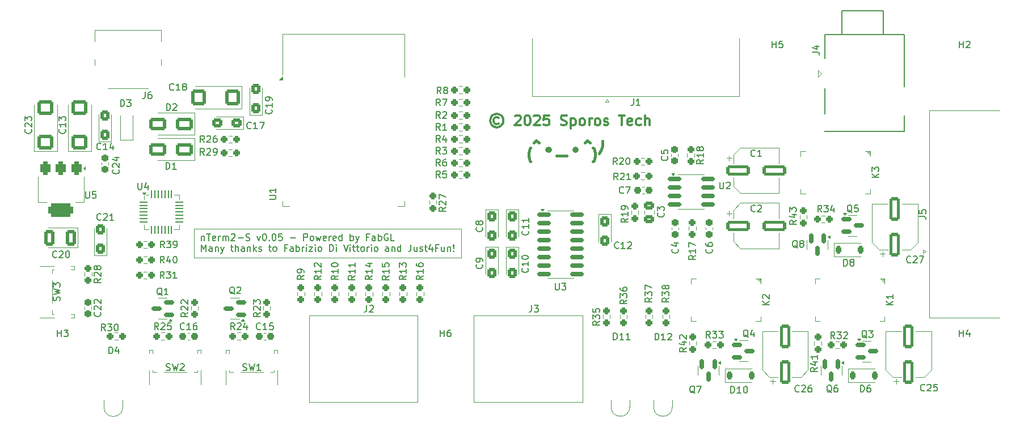
<source format=gto>
G04 #@! TF.GenerationSoftware,KiCad,Pcbnew,9.0.0-rc3*
G04 #@! TF.CreationDate,2025-02-24T22:30:07+01:00*
G04 #@! TF.ProjectId,nTerm2-s,6e546572-6d32-42d7-932e-6b696361645f,0.05*
G04 #@! TF.SameCoordinates,Original*
G04 #@! TF.FileFunction,Legend,Top*
G04 #@! TF.FilePolarity,Positive*
%FSLAX46Y46*%
G04 Gerber Fmt 4.6, Leading zero omitted, Abs format (unit mm)*
G04 Created by KiCad (PCBNEW 9.0.0-rc3) date 2025-02-24 22:30:07*
%MOMM*%
%LPD*%
G01*
G04 APERTURE LIST*
G04 Aperture macros list*
%AMRoundRect*
0 Rectangle with rounded corners*
0 $1 Rounding radius*
0 $2 $3 $4 $5 $6 $7 $8 $9 X,Y pos of 4 corners*
0 Add a 4 corners polygon primitive as box body*
4,1,4,$2,$3,$4,$5,$6,$7,$8,$9,$2,$3,0*
0 Add four circle primitives for the rounded corners*
1,1,$1+$1,$2,$3*
1,1,$1+$1,$4,$5*
1,1,$1+$1,$6,$7*
1,1,$1+$1,$8,$9*
0 Add four rect primitives between the rounded corners*
20,1,$1+$1,$2,$3,$4,$5,0*
20,1,$1+$1,$4,$5,$6,$7,0*
20,1,$1+$1,$6,$7,$8,$9,0*
20,1,$1+$1,$8,$9,$2,$3,0*%
G04 Aperture macros list end*
%ADD10C,0.300000*%
%ADD11C,0.400000*%
%ADD12C,0.200000*%
%ADD13C,0.100000*%
%ADD14C,0.150000*%
%ADD15C,0.120000*%
%ADD16R,1.500000X0.900000*%
%ADD17R,0.900000X1.500000*%
%ADD18C,0.600000*%
%ADD19R,4.200000X4.200000*%
%ADD20RoundRect,0.250000X1.000000X0.650000X-1.000000X0.650000X-1.000000X-0.650000X1.000000X-0.650000X0*%
%ADD21RoundRect,0.237500X-0.237500X0.250000X-0.237500X-0.250000X0.237500X-0.250000X0.237500X0.250000X0*%
%ADD22C,3.200000*%
%ADD23RoundRect,0.237500X-0.250000X-0.237500X0.250000X-0.237500X0.250000X0.237500X-0.250000X0.237500X0*%
%ADD24RoundRect,0.225000X-0.225000X-0.375000X0.225000X-0.375000X0.225000X0.375000X-0.225000X0.375000X0*%
%ADD25R,0.700000X2.000000*%
%ADD26C,1.750000*%
%ADD27C,2.100000*%
%ADD28RoundRect,0.237500X0.237500X-0.250000X0.237500X0.250000X-0.237500X0.250000X-0.237500X-0.250000X0*%
%ADD29RoundRect,0.237500X-0.237500X0.300000X-0.237500X-0.300000X0.237500X-0.300000X0.237500X0.300000X0*%
%ADD30R,1.600000X1.600000*%
%ADD31C,1.600000*%
%ADD32O,2.000000X3.500000*%
%ADD33O,4.000000X2.000000*%
%ADD34RoundRect,0.250000X0.550000X-1.500000X0.550000X1.500000X-0.550000X1.500000X-0.550000X-1.500000X0*%
%ADD35R,1.800000X1.800000*%
%ADD36C,1.800000*%
%ADD37RoundRect,0.150000X-0.825000X-0.150000X0.825000X-0.150000X0.825000X0.150000X-0.825000X0.150000X0*%
%ADD38RoundRect,0.237500X0.250000X0.237500X-0.250000X0.237500X-0.250000X-0.237500X0.250000X-0.237500X0*%
%ADD39RoundRect,0.250000X-0.425000X0.537500X-0.425000X-0.537500X0.425000X-0.537500X0.425000X0.537500X0*%
%ADD40RoundRect,0.250000X0.425000X-0.537500X0.425000X0.537500X-0.425000X0.537500X-0.425000X-0.537500X0*%
%ADD41RoundRect,0.237500X-0.300000X-0.237500X0.300000X-0.237500X0.300000X0.237500X-0.300000X0.237500X0*%
%ADD42RoundRect,0.375000X-0.375000X0.625000X-0.375000X-0.625000X0.375000X-0.625000X0.375000X0.625000X0*%
%ADD43RoundRect,0.500000X-1.400000X0.500000X-1.400000X-0.500000X1.400000X-0.500000X1.400000X0.500000X0*%
%ADD44RoundRect,0.250000X0.875000X0.925000X-0.875000X0.925000X-0.875000X-0.925000X0.875000X-0.925000X0*%
%ADD45RoundRect,0.250000X0.925000X-0.875000X0.925000X0.875000X-0.925000X0.875000X-0.925000X-0.875000X0*%
%ADD46RoundRect,0.150000X-0.587500X-0.150000X0.587500X-0.150000X0.587500X0.150000X-0.587500X0.150000X0*%
%ADD47RoundRect,0.150000X-0.150000X0.587500X-0.150000X-0.587500X0.150000X-0.587500X0.150000X0.587500X0*%
%ADD48RoundRect,0.150000X0.587500X0.150000X-0.587500X0.150000X-0.587500X-0.150000X0.587500X-0.150000X0*%
%ADD49C,0.700000*%
%ADD50O,1.300000X3.200000*%
%ADD51O,1.300000X2.500000*%
%ADD52RoundRect,0.250001X0.499999X0.924999X-0.499999X0.924999X-0.499999X-0.924999X0.499999X-0.924999X0*%
%ADD53RoundRect,0.237500X0.237500X-0.300000X0.237500X0.300000X-0.237500X0.300000X-0.237500X-0.300000X0*%
%ADD54C,4.000000*%
%ADD55RoundRect,0.250000X-1.500000X-0.550000X1.500000X-0.550000X1.500000X0.550000X-1.500000X0.550000X0*%
%ADD56RoundRect,0.062500X-0.537500X-0.062500X0.537500X-0.062500X0.537500X0.062500X-0.537500X0.062500X0*%
%ADD57RoundRect,0.062500X-0.062500X-0.537500X0.062500X-0.537500X0.062500X0.537500X-0.062500X0.537500X0*%
%ADD58R,3.350000X3.350000*%
%ADD59RoundRect,0.250000X-0.475000X0.337500X-0.475000X-0.337500X0.475000X-0.337500X0.475000X0.337500X0*%
%ADD60O,2.200000X4.000000*%
%ADD61O,4.000000X2.200000*%
%ADD62R,2.200000X4.000000*%
%ADD63R,1.200000X1.200000*%
%ADD64RoundRect,0.250000X0.537500X0.425000X-0.537500X0.425000X-0.537500X-0.425000X0.537500X-0.425000X0*%
G04 APERTURE END LIST*
D10*
X145532796Y-85017971D02*
X145389939Y-84946542D01*
X145389939Y-84946542D02*
X145104225Y-84946542D01*
X145104225Y-84946542D02*
X144961368Y-85017971D01*
X144961368Y-85017971D02*
X144818510Y-85160828D01*
X144818510Y-85160828D02*
X144747082Y-85303685D01*
X144747082Y-85303685D02*
X144747082Y-85589400D01*
X144747082Y-85589400D02*
X144818510Y-85732257D01*
X144818510Y-85732257D02*
X144961368Y-85875114D01*
X144961368Y-85875114D02*
X145104225Y-85946542D01*
X145104225Y-85946542D02*
X145389939Y-85946542D01*
X145389939Y-85946542D02*
X145532796Y-85875114D01*
X145247082Y-84446542D02*
X144889939Y-84517971D01*
X144889939Y-84517971D02*
X144532796Y-84732257D01*
X144532796Y-84732257D02*
X144318510Y-85089400D01*
X144318510Y-85089400D02*
X144247082Y-85446542D01*
X144247082Y-85446542D02*
X144318510Y-85803685D01*
X144318510Y-85803685D02*
X144532796Y-86160828D01*
X144532796Y-86160828D02*
X144889939Y-86375114D01*
X144889939Y-86375114D02*
X145247082Y-86446542D01*
X145247082Y-86446542D02*
X145604225Y-86375114D01*
X145604225Y-86375114D02*
X145961368Y-86160828D01*
X145961368Y-86160828D02*
X146175653Y-85803685D01*
X146175653Y-85803685D02*
X146247082Y-85446542D01*
X146247082Y-85446542D02*
X146175653Y-85089400D01*
X146175653Y-85089400D02*
X145961368Y-84732257D01*
X145961368Y-84732257D02*
X145604225Y-84517971D01*
X145604225Y-84517971D02*
X145247082Y-84446542D01*
X147961368Y-84803685D02*
X148032796Y-84732257D01*
X148032796Y-84732257D02*
X148175654Y-84660828D01*
X148175654Y-84660828D02*
X148532796Y-84660828D01*
X148532796Y-84660828D02*
X148675654Y-84732257D01*
X148675654Y-84732257D02*
X148747082Y-84803685D01*
X148747082Y-84803685D02*
X148818511Y-84946542D01*
X148818511Y-84946542D02*
X148818511Y-85089400D01*
X148818511Y-85089400D02*
X148747082Y-85303685D01*
X148747082Y-85303685D02*
X147889939Y-86160828D01*
X147889939Y-86160828D02*
X148818511Y-86160828D01*
X149747082Y-84660828D02*
X149889939Y-84660828D01*
X149889939Y-84660828D02*
X150032796Y-84732257D01*
X150032796Y-84732257D02*
X150104225Y-84803685D01*
X150104225Y-84803685D02*
X150175653Y-84946542D01*
X150175653Y-84946542D02*
X150247082Y-85232257D01*
X150247082Y-85232257D02*
X150247082Y-85589400D01*
X150247082Y-85589400D02*
X150175653Y-85875114D01*
X150175653Y-85875114D02*
X150104225Y-86017971D01*
X150104225Y-86017971D02*
X150032796Y-86089400D01*
X150032796Y-86089400D02*
X149889939Y-86160828D01*
X149889939Y-86160828D02*
X149747082Y-86160828D01*
X149747082Y-86160828D02*
X149604225Y-86089400D01*
X149604225Y-86089400D02*
X149532796Y-86017971D01*
X149532796Y-86017971D02*
X149461367Y-85875114D01*
X149461367Y-85875114D02*
X149389939Y-85589400D01*
X149389939Y-85589400D02*
X149389939Y-85232257D01*
X149389939Y-85232257D02*
X149461367Y-84946542D01*
X149461367Y-84946542D02*
X149532796Y-84803685D01*
X149532796Y-84803685D02*
X149604225Y-84732257D01*
X149604225Y-84732257D02*
X149747082Y-84660828D01*
X150818510Y-84803685D02*
X150889938Y-84732257D01*
X150889938Y-84732257D02*
X151032796Y-84660828D01*
X151032796Y-84660828D02*
X151389938Y-84660828D01*
X151389938Y-84660828D02*
X151532796Y-84732257D01*
X151532796Y-84732257D02*
X151604224Y-84803685D01*
X151604224Y-84803685D02*
X151675653Y-84946542D01*
X151675653Y-84946542D02*
X151675653Y-85089400D01*
X151675653Y-85089400D02*
X151604224Y-85303685D01*
X151604224Y-85303685D02*
X150747081Y-86160828D01*
X150747081Y-86160828D02*
X151675653Y-86160828D01*
X153032795Y-84660828D02*
X152318509Y-84660828D01*
X152318509Y-84660828D02*
X152247081Y-85375114D01*
X152247081Y-85375114D02*
X152318509Y-85303685D01*
X152318509Y-85303685D02*
X152461367Y-85232257D01*
X152461367Y-85232257D02*
X152818509Y-85232257D01*
X152818509Y-85232257D02*
X152961367Y-85303685D01*
X152961367Y-85303685D02*
X153032795Y-85375114D01*
X153032795Y-85375114D02*
X153104224Y-85517971D01*
X153104224Y-85517971D02*
X153104224Y-85875114D01*
X153104224Y-85875114D02*
X153032795Y-86017971D01*
X153032795Y-86017971D02*
X152961367Y-86089400D01*
X152961367Y-86089400D02*
X152818509Y-86160828D01*
X152818509Y-86160828D02*
X152461367Y-86160828D01*
X152461367Y-86160828D02*
X152318509Y-86089400D01*
X152318509Y-86089400D02*
X152247081Y-86017971D01*
X154818509Y-86089400D02*
X155032795Y-86160828D01*
X155032795Y-86160828D02*
X155389937Y-86160828D01*
X155389937Y-86160828D02*
X155532795Y-86089400D01*
X155532795Y-86089400D02*
X155604223Y-86017971D01*
X155604223Y-86017971D02*
X155675652Y-85875114D01*
X155675652Y-85875114D02*
X155675652Y-85732257D01*
X155675652Y-85732257D02*
X155604223Y-85589400D01*
X155604223Y-85589400D02*
X155532795Y-85517971D01*
X155532795Y-85517971D02*
X155389937Y-85446542D01*
X155389937Y-85446542D02*
X155104223Y-85375114D01*
X155104223Y-85375114D02*
X154961366Y-85303685D01*
X154961366Y-85303685D02*
X154889937Y-85232257D01*
X154889937Y-85232257D02*
X154818509Y-85089400D01*
X154818509Y-85089400D02*
X154818509Y-84946542D01*
X154818509Y-84946542D02*
X154889937Y-84803685D01*
X154889937Y-84803685D02*
X154961366Y-84732257D01*
X154961366Y-84732257D02*
X155104223Y-84660828D01*
X155104223Y-84660828D02*
X155461366Y-84660828D01*
X155461366Y-84660828D02*
X155675652Y-84732257D01*
X156318508Y-85160828D02*
X156318508Y-86660828D01*
X156318508Y-85232257D02*
X156461366Y-85160828D01*
X156461366Y-85160828D02*
X156747080Y-85160828D01*
X156747080Y-85160828D02*
X156889937Y-85232257D01*
X156889937Y-85232257D02*
X156961366Y-85303685D01*
X156961366Y-85303685D02*
X157032794Y-85446542D01*
X157032794Y-85446542D02*
X157032794Y-85875114D01*
X157032794Y-85875114D02*
X156961366Y-86017971D01*
X156961366Y-86017971D02*
X156889937Y-86089400D01*
X156889937Y-86089400D02*
X156747080Y-86160828D01*
X156747080Y-86160828D02*
X156461366Y-86160828D01*
X156461366Y-86160828D02*
X156318508Y-86089400D01*
X157889937Y-86160828D02*
X157747080Y-86089400D01*
X157747080Y-86089400D02*
X157675651Y-86017971D01*
X157675651Y-86017971D02*
X157604223Y-85875114D01*
X157604223Y-85875114D02*
X157604223Y-85446542D01*
X157604223Y-85446542D02*
X157675651Y-85303685D01*
X157675651Y-85303685D02*
X157747080Y-85232257D01*
X157747080Y-85232257D02*
X157889937Y-85160828D01*
X157889937Y-85160828D02*
X158104223Y-85160828D01*
X158104223Y-85160828D02*
X158247080Y-85232257D01*
X158247080Y-85232257D02*
X158318509Y-85303685D01*
X158318509Y-85303685D02*
X158389937Y-85446542D01*
X158389937Y-85446542D02*
X158389937Y-85875114D01*
X158389937Y-85875114D02*
X158318509Y-86017971D01*
X158318509Y-86017971D02*
X158247080Y-86089400D01*
X158247080Y-86089400D02*
X158104223Y-86160828D01*
X158104223Y-86160828D02*
X157889937Y-86160828D01*
X159032794Y-86160828D02*
X159032794Y-85160828D01*
X159032794Y-85446542D02*
X159104223Y-85303685D01*
X159104223Y-85303685D02*
X159175652Y-85232257D01*
X159175652Y-85232257D02*
X159318509Y-85160828D01*
X159318509Y-85160828D02*
X159461366Y-85160828D01*
X160175651Y-86160828D02*
X160032794Y-86089400D01*
X160032794Y-86089400D02*
X159961365Y-86017971D01*
X159961365Y-86017971D02*
X159889937Y-85875114D01*
X159889937Y-85875114D02*
X159889937Y-85446542D01*
X159889937Y-85446542D02*
X159961365Y-85303685D01*
X159961365Y-85303685D02*
X160032794Y-85232257D01*
X160032794Y-85232257D02*
X160175651Y-85160828D01*
X160175651Y-85160828D02*
X160389937Y-85160828D01*
X160389937Y-85160828D02*
X160532794Y-85232257D01*
X160532794Y-85232257D02*
X160604223Y-85303685D01*
X160604223Y-85303685D02*
X160675651Y-85446542D01*
X160675651Y-85446542D02*
X160675651Y-85875114D01*
X160675651Y-85875114D02*
X160604223Y-86017971D01*
X160604223Y-86017971D02*
X160532794Y-86089400D01*
X160532794Y-86089400D02*
X160389937Y-86160828D01*
X160389937Y-86160828D02*
X160175651Y-86160828D01*
X161247080Y-86089400D02*
X161389937Y-86160828D01*
X161389937Y-86160828D02*
X161675651Y-86160828D01*
X161675651Y-86160828D02*
X161818508Y-86089400D01*
X161818508Y-86089400D02*
X161889937Y-85946542D01*
X161889937Y-85946542D02*
X161889937Y-85875114D01*
X161889937Y-85875114D02*
X161818508Y-85732257D01*
X161818508Y-85732257D02*
X161675651Y-85660828D01*
X161675651Y-85660828D02*
X161461366Y-85660828D01*
X161461366Y-85660828D02*
X161318508Y-85589400D01*
X161318508Y-85589400D02*
X161247080Y-85446542D01*
X161247080Y-85446542D02*
X161247080Y-85375114D01*
X161247080Y-85375114D02*
X161318508Y-85232257D01*
X161318508Y-85232257D02*
X161461366Y-85160828D01*
X161461366Y-85160828D02*
X161675651Y-85160828D01*
X161675651Y-85160828D02*
X161818508Y-85232257D01*
X163461366Y-84660828D02*
X164318509Y-84660828D01*
X163889937Y-86160828D02*
X163889937Y-84660828D01*
X165389937Y-86089400D02*
X165247080Y-86160828D01*
X165247080Y-86160828D02*
X164961366Y-86160828D01*
X164961366Y-86160828D02*
X164818508Y-86089400D01*
X164818508Y-86089400D02*
X164747080Y-85946542D01*
X164747080Y-85946542D02*
X164747080Y-85375114D01*
X164747080Y-85375114D02*
X164818508Y-85232257D01*
X164818508Y-85232257D02*
X164961366Y-85160828D01*
X164961366Y-85160828D02*
X165247080Y-85160828D01*
X165247080Y-85160828D02*
X165389937Y-85232257D01*
X165389937Y-85232257D02*
X165461366Y-85375114D01*
X165461366Y-85375114D02*
X165461366Y-85517971D01*
X165461366Y-85517971D02*
X164747080Y-85660828D01*
X166747080Y-86089400D02*
X166604222Y-86160828D01*
X166604222Y-86160828D02*
X166318508Y-86160828D01*
X166318508Y-86160828D02*
X166175651Y-86089400D01*
X166175651Y-86089400D02*
X166104222Y-86017971D01*
X166104222Y-86017971D02*
X166032794Y-85875114D01*
X166032794Y-85875114D02*
X166032794Y-85446542D01*
X166032794Y-85446542D02*
X166104222Y-85303685D01*
X166104222Y-85303685D02*
X166175651Y-85232257D01*
X166175651Y-85232257D02*
X166318508Y-85160828D01*
X166318508Y-85160828D02*
X166604222Y-85160828D01*
X166604222Y-85160828D02*
X166747080Y-85232257D01*
X167389936Y-86160828D02*
X167389936Y-84660828D01*
X168032794Y-86160828D02*
X168032794Y-85375114D01*
X168032794Y-85375114D02*
X167961365Y-85232257D01*
X167961365Y-85232257D02*
X167818508Y-85160828D01*
X167818508Y-85160828D02*
X167604222Y-85160828D01*
X167604222Y-85160828D02*
X167461365Y-85232257D01*
X167461365Y-85232257D02*
X167389936Y-85303685D01*
D11*
X150281823Y-89491819D02*
X150186585Y-89587057D01*
X150186585Y-89587057D02*
X150091347Y-89872771D01*
X150091347Y-89872771D02*
X149996109Y-90348961D01*
X149996109Y-90348961D02*
X149996109Y-90729914D01*
X149996109Y-90729914D02*
X150091347Y-91206104D01*
X150091347Y-91206104D02*
X150186585Y-91491819D01*
X150186585Y-91491819D02*
X150281823Y-91587057D01*
X150758014Y-88729914D02*
X151138966Y-88444200D01*
X151138966Y-88444200D02*
X151519918Y-88729914D01*
X152758014Y-89587057D02*
X152758014Y-89968009D01*
X152853252Y-89968009D02*
X152853252Y-89587057D01*
X152948490Y-89491819D02*
X152948490Y-90063247D01*
X153043728Y-89968009D02*
X153043728Y-89587057D01*
X153138966Y-89587057D02*
X153138966Y-89968009D01*
X152758014Y-89872771D02*
X152948490Y-90063247D01*
X152948490Y-90063247D02*
X153138966Y-89872771D01*
X152758014Y-89682295D02*
X152948490Y-89491819D01*
X152948490Y-89491819D02*
X153138966Y-89682295D01*
X152758014Y-89587057D02*
X152948490Y-89491819D01*
X152948490Y-89491819D02*
X153138966Y-89587057D01*
X153138966Y-89587057D02*
X153234204Y-89777533D01*
X153234204Y-89777533D02*
X153138966Y-89968009D01*
X153138966Y-89968009D02*
X152948490Y-90063247D01*
X152948490Y-90063247D02*
X152758014Y-89968009D01*
X152758014Y-89968009D02*
X152662775Y-89777533D01*
X152662775Y-89777533D02*
X152758014Y-89587057D01*
X154186585Y-90729914D02*
X155710394Y-90729914D01*
X156758014Y-89587057D02*
X156758014Y-89968009D01*
X156853252Y-89968009D02*
X156853252Y-89587057D01*
X156948490Y-89491819D02*
X156948490Y-90063247D01*
X157043728Y-89968009D02*
X157043728Y-89587057D01*
X157138966Y-89587057D02*
X157138966Y-89968009D01*
X156758014Y-89872771D02*
X156948490Y-90063247D01*
X156948490Y-90063247D02*
X157138966Y-89872771D01*
X156758014Y-89682295D02*
X156948490Y-89491819D01*
X156948490Y-89491819D02*
X157138966Y-89682295D01*
X156758014Y-89587057D02*
X156948490Y-89491819D01*
X156948490Y-89491819D02*
X157138966Y-89587057D01*
X157138966Y-89587057D02*
X157234204Y-89777533D01*
X157234204Y-89777533D02*
X157138966Y-89968009D01*
X157138966Y-89968009D02*
X156948490Y-90063247D01*
X156948490Y-90063247D02*
X156758014Y-89968009D01*
X156758014Y-89968009D02*
X156662775Y-89777533D01*
X156662775Y-89777533D02*
X156758014Y-89587057D01*
X158377061Y-88729914D02*
X158758013Y-88444200D01*
X158758013Y-88444200D02*
X159138965Y-88729914D01*
X159615156Y-89491819D02*
X159710394Y-89587057D01*
X159710394Y-89587057D02*
X159805632Y-89872771D01*
X159805632Y-89872771D02*
X159900870Y-90348961D01*
X159900870Y-90348961D02*
X159900870Y-90729914D01*
X159900870Y-90729914D02*
X159805632Y-91206104D01*
X159805632Y-91206104D02*
X159710394Y-91491819D01*
X159710394Y-91491819D02*
X159615156Y-91587057D01*
X161043727Y-88539438D02*
X161043727Y-89206104D01*
X161043727Y-89206104D02*
X160853251Y-89777533D01*
X160853251Y-89777533D02*
X160472299Y-90348961D01*
D12*
X101195673Y-102720552D02*
X101195673Y-103387219D01*
X101195673Y-102815790D02*
X101243292Y-102768171D01*
X101243292Y-102768171D02*
X101338530Y-102720552D01*
X101338530Y-102720552D02*
X101481387Y-102720552D01*
X101481387Y-102720552D02*
X101576625Y-102768171D01*
X101576625Y-102768171D02*
X101624244Y-102863409D01*
X101624244Y-102863409D02*
X101624244Y-103387219D01*
X101957578Y-102387219D02*
X102529006Y-102387219D01*
X102243292Y-103387219D02*
X102243292Y-102387219D01*
X103243292Y-103339600D02*
X103148054Y-103387219D01*
X103148054Y-103387219D02*
X102957578Y-103387219D01*
X102957578Y-103387219D02*
X102862340Y-103339600D01*
X102862340Y-103339600D02*
X102814721Y-103244361D01*
X102814721Y-103244361D02*
X102814721Y-102863409D01*
X102814721Y-102863409D02*
X102862340Y-102768171D01*
X102862340Y-102768171D02*
X102957578Y-102720552D01*
X102957578Y-102720552D02*
X103148054Y-102720552D01*
X103148054Y-102720552D02*
X103243292Y-102768171D01*
X103243292Y-102768171D02*
X103290911Y-102863409D01*
X103290911Y-102863409D02*
X103290911Y-102958647D01*
X103290911Y-102958647D02*
X102814721Y-103053885D01*
X103719483Y-103387219D02*
X103719483Y-102720552D01*
X103719483Y-102911028D02*
X103767102Y-102815790D01*
X103767102Y-102815790D02*
X103814721Y-102768171D01*
X103814721Y-102768171D02*
X103909959Y-102720552D01*
X103909959Y-102720552D02*
X104005197Y-102720552D01*
X104338531Y-103387219D02*
X104338531Y-102720552D01*
X104338531Y-102815790D02*
X104386150Y-102768171D01*
X104386150Y-102768171D02*
X104481388Y-102720552D01*
X104481388Y-102720552D02*
X104624245Y-102720552D01*
X104624245Y-102720552D02*
X104719483Y-102768171D01*
X104719483Y-102768171D02*
X104767102Y-102863409D01*
X104767102Y-102863409D02*
X104767102Y-103387219D01*
X104767102Y-102863409D02*
X104814721Y-102768171D01*
X104814721Y-102768171D02*
X104909959Y-102720552D01*
X104909959Y-102720552D02*
X105052816Y-102720552D01*
X105052816Y-102720552D02*
X105148055Y-102768171D01*
X105148055Y-102768171D02*
X105195674Y-102863409D01*
X105195674Y-102863409D02*
X105195674Y-103387219D01*
X105624245Y-102482457D02*
X105671864Y-102434838D01*
X105671864Y-102434838D02*
X105767102Y-102387219D01*
X105767102Y-102387219D02*
X106005197Y-102387219D01*
X106005197Y-102387219D02*
X106100435Y-102434838D01*
X106100435Y-102434838D02*
X106148054Y-102482457D01*
X106148054Y-102482457D02*
X106195673Y-102577695D01*
X106195673Y-102577695D02*
X106195673Y-102672933D01*
X106195673Y-102672933D02*
X106148054Y-102815790D01*
X106148054Y-102815790D02*
X105576626Y-103387219D01*
X105576626Y-103387219D02*
X106195673Y-103387219D01*
X106624245Y-103006266D02*
X107386150Y-103006266D01*
X107814721Y-103339600D02*
X107957578Y-103387219D01*
X107957578Y-103387219D02*
X108195673Y-103387219D01*
X108195673Y-103387219D02*
X108290911Y-103339600D01*
X108290911Y-103339600D02*
X108338530Y-103291980D01*
X108338530Y-103291980D02*
X108386149Y-103196742D01*
X108386149Y-103196742D02*
X108386149Y-103101504D01*
X108386149Y-103101504D02*
X108338530Y-103006266D01*
X108338530Y-103006266D02*
X108290911Y-102958647D01*
X108290911Y-102958647D02*
X108195673Y-102911028D01*
X108195673Y-102911028D02*
X108005197Y-102863409D01*
X108005197Y-102863409D02*
X107909959Y-102815790D01*
X107909959Y-102815790D02*
X107862340Y-102768171D01*
X107862340Y-102768171D02*
X107814721Y-102672933D01*
X107814721Y-102672933D02*
X107814721Y-102577695D01*
X107814721Y-102577695D02*
X107862340Y-102482457D01*
X107862340Y-102482457D02*
X107909959Y-102434838D01*
X107909959Y-102434838D02*
X108005197Y-102387219D01*
X108005197Y-102387219D02*
X108243292Y-102387219D01*
X108243292Y-102387219D02*
X108386149Y-102434838D01*
X109481388Y-102720552D02*
X109719483Y-103387219D01*
X109719483Y-103387219D02*
X109957578Y-102720552D01*
X110529007Y-102387219D02*
X110624245Y-102387219D01*
X110624245Y-102387219D02*
X110719483Y-102434838D01*
X110719483Y-102434838D02*
X110767102Y-102482457D01*
X110767102Y-102482457D02*
X110814721Y-102577695D01*
X110814721Y-102577695D02*
X110862340Y-102768171D01*
X110862340Y-102768171D02*
X110862340Y-103006266D01*
X110862340Y-103006266D02*
X110814721Y-103196742D01*
X110814721Y-103196742D02*
X110767102Y-103291980D01*
X110767102Y-103291980D02*
X110719483Y-103339600D01*
X110719483Y-103339600D02*
X110624245Y-103387219D01*
X110624245Y-103387219D02*
X110529007Y-103387219D01*
X110529007Y-103387219D02*
X110433769Y-103339600D01*
X110433769Y-103339600D02*
X110386150Y-103291980D01*
X110386150Y-103291980D02*
X110338531Y-103196742D01*
X110338531Y-103196742D02*
X110290912Y-103006266D01*
X110290912Y-103006266D02*
X110290912Y-102768171D01*
X110290912Y-102768171D02*
X110338531Y-102577695D01*
X110338531Y-102577695D02*
X110386150Y-102482457D01*
X110386150Y-102482457D02*
X110433769Y-102434838D01*
X110433769Y-102434838D02*
X110529007Y-102387219D01*
X111290912Y-103291980D02*
X111338531Y-103339600D01*
X111338531Y-103339600D02*
X111290912Y-103387219D01*
X111290912Y-103387219D02*
X111243293Y-103339600D01*
X111243293Y-103339600D02*
X111290912Y-103291980D01*
X111290912Y-103291980D02*
X111290912Y-103387219D01*
X111957578Y-102387219D02*
X112052816Y-102387219D01*
X112052816Y-102387219D02*
X112148054Y-102434838D01*
X112148054Y-102434838D02*
X112195673Y-102482457D01*
X112195673Y-102482457D02*
X112243292Y-102577695D01*
X112243292Y-102577695D02*
X112290911Y-102768171D01*
X112290911Y-102768171D02*
X112290911Y-103006266D01*
X112290911Y-103006266D02*
X112243292Y-103196742D01*
X112243292Y-103196742D02*
X112195673Y-103291980D01*
X112195673Y-103291980D02*
X112148054Y-103339600D01*
X112148054Y-103339600D02*
X112052816Y-103387219D01*
X112052816Y-103387219D02*
X111957578Y-103387219D01*
X111957578Y-103387219D02*
X111862340Y-103339600D01*
X111862340Y-103339600D02*
X111814721Y-103291980D01*
X111814721Y-103291980D02*
X111767102Y-103196742D01*
X111767102Y-103196742D02*
X111719483Y-103006266D01*
X111719483Y-103006266D02*
X111719483Y-102768171D01*
X111719483Y-102768171D02*
X111767102Y-102577695D01*
X111767102Y-102577695D02*
X111814721Y-102482457D01*
X111814721Y-102482457D02*
X111862340Y-102434838D01*
X111862340Y-102434838D02*
X111957578Y-102387219D01*
X113195673Y-102387219D02*
X112719483Y-102387219D01*
X112719483Y-102387219D02*
X112671864Y-102863409D01*
X112671864Y-102863409D02*
X112719483Y-102815790D01*
X112719483Y-102815790D02*
X112814721Y-102768171D01*
X112814721Y-102768171D02*
X113052816Y-102768171D01*
X113052816Y-102768171D02*
X113148054Y-102815790D01*
X113148054Y-102815790D02*
X113195673Y-102863409D01*
X113195673Y-102863409D02*
X113243292Y-102958647D01*
X113243292Y-102958647D02*
X113243292Y-103196742D01*
X113243292Y-103196742D02*
X113195673Y-103291980D01*
X113195673Y-103291980D02*
X113148054Y-103339600D01*
X113148054Y-103339600D02*
X113052816Y-103387219D01*
X113052816Y-103387219D02*
X112814721Y-103387219D01*
X112814721Y-103387219D02*
X112719483Y-103339600D01*
X112719483Y-103339600D02*
X112671864Y-103291980D01*
X114433769Y-103006266D02*
X115195674Y-103006266D01*
X116433769Y-103387219D02*
X116433769Y-102387219D01*
X116433769Y-102387219D02*
X116814721Y-102387219D01*
X116814721Y-102387219D02*
X116909959Y-102434838D01*
X116909959Y-102434838D02*
X116957578Y-102482457D01*
X116957578Y-102482457D02*
X117005197Y-102577695D01*
X117005197Y-102577695D02*
X117005197Y-102720552D01*
X117005197Y-102720552D02*
X116957578Y-102815790D01*
X116957578Y-102815790D02*
X116909959Y-102863409D01*
X116909959Y-102863409D02*
X116814721Y-102911028D01*
X116814721Y-102911028D02*
X116433769Y-102911028D01*
X117576626Y-103387219D02*
X117481388Y-103339600D01*
X117481388Y-103339600D02*
X117433769Y-103291980D01*
X117433769Y-103291980D02*
X117386150Y-103196742D01*
X117386150Y-103196742D02*
X117386150Y-102911028D01*
X117386150Y-102911028D02*
X117433769Y-102815790D01*
X117433769Y-102815790D02*
X117481388Y-102768171D01*
X117481388Y-102768171D02*
X117576626Y-102720552D01*
X117576626Y-102720552D02*
X117719483Y-102720552D01*
X117719483Y-102720552D02*
X117814721Y-102768171D01*
X117814721Y-102768171D02*
X117862340Y-102815790D01*
X117862340Y-102815790D02*
X117909959Y-102911028D01*
X117909959Y-102911028D02*
X117909959Y-103196742D01*
X117909959Y-103196742D02*
X117862340Y-103291980D01*
X117862340Y-103291980D02*
X117814721Y-103339600D01*
X117814721Y-103339600D02*
X117719483Y-103387219D01*
X117719483Y-103387219D02*
X117576626Y-103387219D01*
X118243293Y-102720552D02*
X118433769Y-103387219D01*
X118433769Y-103387219D02*
X118624245Y-102911028D01*
X118624245Y-102911028D02*
X118814721Y-103387219D01*
X118814721Y-103387219D02*
X119005197Y-102720552D01*
X119767102Y-103339600D02*
X119671864Y-103387219D01*
X119671864Y-103387219D02*
X119481388Y-103387219D01*
X119481388Y-103387219D02*
X119386150Y-103339600D01*
X119386150Y-103339600D02*
X119338531Y-103244361D01*
X119338531Y-103244361D02*
X119338531Y-102863409D01*
X119338531Y-102863409D02*
X119386150Y-102768171D01*
X119386150Y-102768171D02*
X119481388Y-102720552D01*
X119481388Y-102720552D02*
X119671864Y-102720552D01*
X119671864Y-102720552D02*
X119767102Y-102768171D01*
X119767102Y-102768171D02*
X119814721Y-102863409D01*
X119814721Y-102863409D02*
X119814721Y-102958647D01*
X119814721Y-102958647D02*
X119338531Y-103053885D01*
X120243293Y-103387219D02*
X120243293Y-102720552D01*
X120243293Y-102911028D02*
X120290912Y-102815790D01*
X120290912Y-102815790D02*
X120338531Y-102768171D01*
X120338531Y-102768171D02*
X120433769Y-102720552D01*
X120433769Y-102720552D02*
X120529007Y-102720552D01*
X121243293Y-103339600D02*
X121148055Y-103387219D01*
X121148055Y-103387219D02*
X120957579Y-103387219D01*
X120957579Y-103387219D02*
X120862341Y-103339600D01*
X120862341Y-103339600D02*
X120814722Y-103244361D01*
X120814722Y-103244361D02*
X120814722Y-102863409D01*
X120814722Y-102863409D02*
X120862341Y-102768171D01*
X120862341Y-102768171D02*
X120957579Y-102720552D01*
X120957579Y-102720552D02*
X121148055Y-102720552D01*
X121148055Y-102720552D02*
X121243293Y-102768171D01*
X121243293Y-102768171D02*
X121290912Y-102863409D01*
X121290912Y-102863409D02*
X121290912Y-102958647D01*
X121290912Y-102958647D02*
X120814722Y-103053885D01*
X122148055Y-103387219D02*
X122148055Y-102387219D01*
X122148055Y-103339600D02*
X122052817Y-103387219D01*
X122052817Y-103387219D02*
X121862341Y-103387219D01*
X121862341Y-103387219D02*
X121767103Y-103339600D01*
X121767103Y-103339600D02*
X121719484Y-103291980D01*
X121719484Y-103291980D02*
X121671865Y-103196742D01*
X121671865Y-103196742D02*
X121671865Y-102911028D01*
X121671865Y-102911028D02*
X121719484Y-102815790D01*
X121719484Y-102815790D02*
X121767103Y-102768171D01*
X121767103Y-102768171D02*
X121862341Y-102720552D01*
X121862341Y-102720552D02*
X122052817Y-102720552D01*
X122052817Y-102720552D02*
X122148055Y-102768171D01*
X123386151Y-103387219D02*
X123386151Y-102387219D01*
X123386151Y-102768171D02*
X123481389Y-102720552D01*
X123481389Y-102720552D02*
X123671865Y-102720552D01*
X123671865Y-102720552D02*
X123767103Y-102768171D01*
X123767103Y-102768171D02*
X123814722Y-102815790D01*
X123814722Y-102815790D02*
X123862341Y-102911028D01*
X123862341Y-102911028D02*
X123862341Y-103196742D01*
X123862341Y-103196742D02*
X123814722Y-103291980D01*
X123814722Y-103291980D02*
X123767103Y-103339600D01*
X123767103Y-103339600D02*
X123671865Y-103387219D01*
X123671865Y-103387219D02*
X123481389Y-103387219D01*
X123481389Y-103387219D02*
X123386151Y-103339600D01*
X124195675Y-102720552D02*
X124433770Y-103387219D01*
X124671865Y-102720552D02*
X124433770Y-103387219D01*
X124433770Y-103387219D02*
X124338532Y-103625314D01*
X124338532Y-103625314D02*
X124290913Y-103672933D01*
X124290913Y-103672933D02*
X124195675Y-103720552D01*
X126148056Y-102863409D02*
X125814723Y-102863409D01*
X125814723Y-103387219D02*
X125814723Y-102387219D01*
X125814723Y-102387219D02*
X126290913Y-102387219D01*
X127100437Y-103387219D02*
X127100437Y-102863409D01*
X127100437Y-102863409D02*
X127052818Y-102768171D01*
X127052818Y-102768171D02*
X126957580Y-102720552D01*
X126957580Y-102720552D02*
X126767104Y-102720552D01*
X126767104Y-102720552D02*
X126671866Y-102768171D01*
X127100437Y-103339600D02*
X127005199Y-103387219D01*
X127005199Y-103387219D02*
X126767104Y-103387219D01*
X126767104Y-103387219D02*
X126671866Y-103339600D01*
X126671866Y-103339600D02*
X126624247Y-103244361D01*
X126624247Y-103244361D02*
X126624247Y-103149123D01*
X126624247Y-103149123D02*
X126671866Y-103053885D01*
X126671866Y-103053885D02*
X126767104Y-103006266D01*
X126767104Y-103006266D02*
X127005199Y-103006266D01*
X127005199Y-103006266D02*
X127100437Y-102958647D01*
X127576628Y-103387219D02*
X127576628Y-102387219D01*
X127576628Y-102768171D02*
X127671866Y-102720552D01*
X127671866Y-102720552D02*
X127862342Y-102720552D01*
X127862342Y-102720552D02*
X127957580Y-102768171D01*
X127957580Y-102768171D02*
X128005199Y-102815790D01*
X128005199Y-102815790D02*
X128052818Y-102911028D01*
X128052818Y-102911028D02*
X128052818Y-103196742D01*
X128052818Y-103196742D02*
X128005199Y-103291980D01*
X128005199Y-103291980D02*
X127957580Y-103339600D01*
X127957580Y-103339600D02*
X127862342Y-103387219D01*
X127862342Y-103387219D02*
X127671866Y-103387219D01*
X127671866Y-103387219D02*
X127576628Y-103339600D01*
X129005199Y-102434838D02*
X128909961Y-102387219D01*
X128909961Y-102387219D02*
X128767104Y-102387219D01*
X128767104Y-102387219D02*
X128624247Y-102434838D01*
X128624247Y-102434838D02*
X128529009Y-102530076D01*
X128529009Y-102530076D02*
X128481390Y-102625314D01*
X128481390Y-102625314D02*
X128433771Y-102815790D01*
X128433771Y-102815790D02*
X128433771Y-102958647D01*
X128433771Y-102958647D02*
X128481390Y-103149123D01*
X128481390Y-103149123D02*
X128529009Y-103244361D01*
X128529009Y-103244361D02*
X128624247Y-103339600D01*
X128624247Y-103339600D02*
X128767104Y-103387219D01*
X128767104Y-103387219D02*
X128862342Y-103387219D01*
X128862342Y-103387219D02*
X129005199Y-103339600D01*
X129005199Y-103339600D02*
X129052818Y-103291980D01*
X129052818Y-103291980D02*
X129052818Y-102958647D01*
X129052818Y-102958647D02*
X128862342Y-102958647D01*
X129957580Y-103387219D02*
X129481390Y-103387219D01*
X129481390Y-103387219D02*
X129481390Y-102387219D01*
X101195673Y-104997163D02*
X101195673Y-103997163D01*
X101195673Y-103997163D02*
X101529006Y-104711448D01*
X101529006Y-104711448D02*
X101862339Y-103997163D01*
X101862339Y-103997163D02*
X101862339Y-104997163D01*
X102767101Y-104997163D02*
X102767101Y-104473353D01*
X102767101Y-104473353D02*
X102719482Y-104378115D01*
X102719482Y-104378115D02*
X102624244Y-104330496D01*
X102624244Y-104330496D02*
X102433768Y-104330496D01*
X102433768Y-104330496D02*
X102338530Y-104378115D01*
X102767101Y-104949544D02*
X102671863Y-104997163D01*
X102671863Y-104997163D02*
X102433768Y-104997163D01*
X102433768Y-104997163D02*
X102338530Y-104949544D01*
X102338530Y-104949544D02*
X102290911Y-104854305D01*
X102290911Y-104854305D02*
X102290911Y-104759067D01*
X102290911Y-104759067D02*
X102338530Y-104663829D01*
X102338530Y-104663829D02*
X102433768Y-104616210D01*
X102433768Y-104616210D02*
X102671863Y-104616210D01*
X102671863Y-104616210D02*
X102767101Y-104568591D01*
X103243292Y-104330496D02*
X103243292Y-104997163D01*
X103243292Y-104425734D02*
X103290911Y-104378115D01*
X103290911Y-104378115D02*
X103386149Y-104330496D01*
X103386149Y-104330496D02*
X103529006Y-104330496D01*
X103529006Y-104330496D02*
X103624244Y-104378115D01*
X103624244Y-104378115D02*
X103671863Y-104473353D01*
X103671863Y-104473353D02*
X103671863Y-104997163D01*
X104052816Y-104330496D02*
X104290911Y-104997163D01*
X104529006Y-104330496D02*
X104290911Y-104997163D01*
X104290911Y-104997163D02*
X104195673Y-105235258D01*
X104195673Y-105235258D02*
X104148054Y-105282877D01*
X104148054Y-105282877D02*
X104052816Y-105330496D01*
X105529007Y-104330496D02*
X105909959Y-104330496D01*
X105671864Y-103997163D02*
X105671864Y-104854305D01*
X105671864Y-104854305D02*
X105719483Y-104949544D01*
X105719483Y-104949544D02*
X105814721Y-104997163D01*
X105814721Y-104997163D02*
X105909959Y-104997163D01*
X106243293Y-104997163D02*
X106243293Y-103997163D01*
X106671864Y-104997163D02*
X106671864Y-104473353D01*
X106671864Y-104473353D02*
X106624245Y-104378115D01*
X106624245Y-104378115D02*
X106529007Y-104330496D01*
X106529007Y-104330496D02*
X106386150Y-104330496D01*
X106386150Y-104330496D02*
X106290912Y-104378115D01*
X106290912Y-104378115D02*
X106243293Y-104425734D01*
X107576626Y-104997163D02*
X107576626Y-104473353D01*
X107576626Y-104473353D02*
X107529007Y-104378115D01*
X107529007Y-104378115D02*
X107433769Y-104330496D01*
X107433769Y-104330496D02*
X107243293Y-104330496D01*
X107243293Y-104330496D02*
X107148055Y-104378115D01*
X107576626Y-104949544D02*
X107481388Y-104997163D01*
X107481388Y-104997163D02*
X107243293Y-104997163D01*
X107243293Y-104997163D02*
X107148055Y-104949544D01*
X107148055Y-104949544D02*
X107100436Y-104854305D01*
X107100436Y-104854305D02*
X107100436Y-104759067D01*
X107100436Y-104759067D02*
X107148055Y-104663829D01*
X107148055Y-104663829D02*
X107243293Y-104616210D01*
X107243293Y-104616210D02*
X107481388Y-104616210D01*
X107481388Y-104616210D02*
X107576626Y-104568591D01*
X108052817Y-104330496D02*
X108052817Y-104997163D01*
X108052817Y-104425734D02*
X108100436Y-104378115D01*
X108100436Y-104378115D02*
X108195674Y-104330496D01*
X108195674Y-104330496D02*
X108338531Y-104330496D01*
X108338531Y-104330496D02*
X108433769Y-104378115D01*
X108433769Y-104378115D02*
X108481388Y-104473353D01*
X108481388Y-104473353D02*
X108481388Y-104997163D01*
X108957579Y-104997163D02*
X108957579Y-103997163D01*
X109052817Y-104616210D02*
X109338531Y-104997163D01*
X109338531Y-104330496D02*
X108957579Y-104711448D01*
X109719484Y-104949544D02*
X109814722Y-104997163D01*
X109814722Y-104997163D02*
X110005198Y-104997163D01*
X110005198Y-104997163D02*
X110100436Y-104949544D01*
X110100436Y-104949544D02*
X110148055Y-104854305D01*
X110148055Y-104854305D02*
X110148055Y-104806686D01*
X110148055Y-104806686D02*
X110100436Y-104711448D01*
X110100436Y-104711448D02*
X110005198Y-104663829D01*
X110005198Y-104663829D02*
X109862341Y-104663829D01*
X109862341Y-104663829D02*
X109767103Y-104616210D01*
X109767103Y-104616210D02*
X109719484Y-104520972D01*
X109719484Y-104520972D02*
X109719484Y-104473353D01*
X109719484Y-104473353D02*
X109767103Y-104378115D01*
X109767103Y-104378115D02*
X109862341Y-104330496D01*
X109862341Y-104330496D02*
X110005198Y-104330496D01*
X110005198Y-104330496D02*
X110100436Y-104378115D01*
X111195675Y-104330496D02*
X111576627Y-104330496D01*
X111338532Y-103997163D02*
X111338532Y-104854305D01*
X111338532Y-104854305D02*
X111386151Y-104949544D01*
X111386151Y-104949544D02*
X111481389Y-104997163D01*
X111481389Y-104997163D02*
X111576627Y-104997163D01*
X112052818Y-104997163D02*
X111957580Y-104949544D01*
X111957580Y-104949544D02*
X111909961Y-104901924D01*
X111909961Y-104901924D02*
X111862342Y-104806686D01*
X111862342Y-104806686D02*
X111862342Y-104520972D01*
X111862342Y-104520972D02*
X111909961Y-104425734D01*
X111909961Y-104425734D02*
X111957580Y-104378115D01*
X111957580Y-104378115D02*
X112052818Y-104330496D01*
X112052818Y-104330496D02*
X112195675Y-104330496D01*
X112195675Y-104330496D02*
X112290913Y-104378115D01*
X112290913Y-104378115D02*
X112338532Y-104425734D01*
X112338532Y-104425734D02*
X112386151Y-104520972D01*
X112386151Y-104520972D02*
X112386151Y-104806686D01*
X112386151Y-104806686D02*
X112338532Y-104901924D01*
X112338532Y-104901924D02*
X112290913Y-104949544D01*
X112290913Y-104949544D02*
X112195675Y-104997163D01*
X112195675Y-104997163D02*
X112052818Y-104997163D01*
X113909961Y-104473353D02*
X113576628Y-104473353D01*
X113576628Y-104997163D02*
X113576628Y-103997163D01*
X113576628Y-103997163D02*
X114052818Y-103997163D01*
X114862342Y-104997163D02*
X114862342Y-104473353D01*
X114862342Y-104473353D02*
X114814723Y-104378115D01*
X114814723Y-104378115D02*
X114719485Y-104330496D01*
X114719485Y-104330496D02*
X114529009Y-104330496D01*
X114529009Y-104330496D02*
X114433771Y-104378115D01*
X114862342Y-104949544D02*
X114767104Y-104997163D01*
X114767104Y-104997163D02*
X114529009Y-104997163D01*
X114529009Y-104997163D02*
X114433771Y-104949544D01*
X114433771Y-104949544D02*
X114386152Y-104854305D01*
X114386152Y-104854305D02*
X114386152Y-104759067D01*
X114386152Y-104759067D02*
X114433771Y-104663829D01*
X114433771Y-104663829D02*
X114529009Y-104616210D01*
X114529009Y-104616210D02*
X114767104Y-104616210D01*
X114767104Y-104616210D02*
X114862342Y-104568591D01*
X115338533Y-104997163D02*
X115338533Y-103997163D01*
X115338533Y-104378115D02*
X115433771Y-104330496D01*
X115433771Y-104330496D02*
X115624247Y-104330496D01*
X115624247Y-104330496D02*
X115719485Y-104378115D01*
X115719485Y-104378115D02*
X115767104Y-104425734D01*
X115767104Y-104425734D02*
X115814723Y-104520972D01*
X115814723Y-104520972D02*
X115814723Y-104806686D01*
X115814723Y-104806686D02*
X115767104Y-104901924D01*
X115767104Y-104901924D02*
X115719485Y-104949544D01*
X115719485Y-104949544D02*
X115624247Y-104997163D01*
X115624247Y-104997163D02*
X115433771Y-104997163D01*
X115433771Y-104997163D02*
X115338533Y-104949544D01*
X116243295Y-104997163D02*
X116243295Y-104330496D01*
X116243295Y-104520972D02*
X116290914Y-104425734D01*
X116290914Y-104425734D02*
X116338533Y-104378115D01*
X116338533Y-104378115D02*
X116433771Y-104330496D01*
X116433771Y-104330496D02*
X116529009Y-104330496D01*
X116862343Y-104997163D02*
X116862343Y-104330496D01*
X116862343Y-103997163D02*
X116814724Y-104044782D01*
X116814724Y-104044782D02*
X116862343Y-104092401D01*
X116862343Y-104092401D02*
X116909962Y-104044782D01*
X116909962Y-104044782D02*
X116862343Y-103997163D01*
X116862343Y-103997163D02*
X116862343Y-104092401D01*
X117243295Y-104330496D02*
X117767104Y-104330496D01*
X117767104Y-104330496D02*
X117243295Y-104997163D01*
X117243295Y-104997163D02*
X117767104Y-104997163D01*
X118148057Y-104997163D02*
X118148057Y-104330496D01*
X118148057Y-103997163D02*
X118100438Y-104044782D01*
X118100438Y-104044782D02*
X118148057Y-104092401D01*
X118148057Y-104092401D02*
X118195676Y-104044782D01*
X118195676Y-104044782D02*
X118148057Y-103997163D01*
X118148057Y-103997163D02*
X118148057Y-104092401D01*
X118767104Y-104997163D02*
X118671866Y-104949544D01*
X118671866Y-104949544D02*
X118624247Y-104901924D01*
X118624247Y-104901924D02*
X118576628Y-104806686D01*
X118576628Y-104806686D02*
X118576628Y-104520972D01*
X118576628Y-104520972D02*
X118624247Y-104425734D01*
X118624247Y-104425734D02*
X118671866Y-104378115D01*
X118671866Y-104378115D02*
X118767104Y-104330496D01*
X118767104Y-104330496D02*
X118909961Y-104330496D01*
X118909961Y-104330496D02*
X119005199Y-104378115D01*
X119005199Y-104378115D02*
X119052818Y-104425734D01*
X119052818Y-104425734D02*
X119100437Y-104520972D01*
X119100437Y-104520972D02*
X119100437Y-104806686D01*
X119100437Y-104806686D02*
X119052818Y-104901924D01*
X119052818Y-104901924D02*
X119005199Y-104949544D01*
X119005199Y-104949544D02*
X118909961Y-104997163D01*
X118909961Y-104997163D02*
X118767104Y-104997163D01*
X120290914Y-104997163D02*
X120290914Y-103997163D01*
X120290914Y-103997163D02*
X120529009Y-103997163D01*
X120529009Y-103997163D02*
X120671866Y-104044782D01*
X120671866Y-104044782D02*
X120767104Y-104140020D01*
X120767104Y-104140020D02*
X120814723Y-104235258D01*
X120814723Y-104235258D02*
X120862342Y-104425734D01*
X120862342Y-104425734D02*
X120862342Y-104568591D01*
X120862342Y-104568591D02*
X120814723Y-104759067D01*
X120814723Y-104759067D02*
X120767104Y-104854305D01*
X120767104Y-104854305D02*
X120671866Y-104949544D01*
X120671866Y-104949544D02*
X120529009Y-104997163D01*
X120529009Y-104997163D02*
X120290914Y-104997163D01*
X121290914Y-104997163D02*
X121290914Y-104330496D01*
X121290914Y-103997163D02*
X121243295Y-104044782D01*
X121243295Y-104044782D02*
X121290914Y-104092401D01*
X121290914Y-104092401D02*
X121338533Y-104044782D01*
X121338533Y-104044782D02*
X121290914Y-103997163D01*
X121290914Y-103997163D02*
X121290914Y-104092401D01*
X122386152Y-103997163D02*
X122719485Y-104997163D01*
X122719485Y-104997163D02*
X123052818Y-103997163D01*
X123386152Y-104997163D02*
X123386152Y-104330496D01*
X123386152Y-103997163D02*
X123338533Y-104044782D01*
X123338533Y-104044782D02*
X123386152Y-104092401D01*
X123386152Y-104092401D02*
X123433771Y-104044782D01*
X123433771Y-104044782D02*
X123386152Y-103997163D01*
X123386152Y-103997163D02*
X123386152Y-104092401D01*
X123719485Y-104330496D02*
X124100437Y-104330496D01*
X123862342Y-103997163D02*
X123862342Y-104854305D01*
X123862342Y-104854305D02*
X123909961Y-104949544D01*
X123909961Y-104949544D02*
X124005199Y-104997163D01*
X124005199Y-104997163D02*
X124100437Y-104997163D01*
X124290914Y-104330496D02*
X124671866Y-104330496D01*
X124433771Y-103997163D02*
X124433771Y-104854305D01*
X124433771Y-104854305D02*
X124481390Y-104949544D01*
X124481390Y-104949544D02*
X124576628Y-104997163D01*
X124576628Y-104997163D02*
X124671866Y-104997163D01*
X125148057Y-104997163D02*
X125052819Y-104949544D01*
X125052819Y-104949544D02*
X125005200Y-104901924D01*
X125005200Y-104901924D02*
X124957581Y-104806686D01*
X124957581Y-104806686D02*
X124957581Y-104520972D01*
X124957581Y-104520972D02*
X125005200Y-104425734D01*
X125005200Y-104425734D02*
X125052819Y-104378115D01*
X125052819Y-104378115D02*
X125148057Y-104330496D01*
X125148057Y-104330496D02*
X125290914Y-104330496D01*
X125290914Y-104330496D02*
X125386152Y-104378115D01*
X125386152Y-104378115D02*
X125433771Y-104425734D01*
X125433771Y-104425734D02*
X125481390Y-104520972D01*
X125481390Y-104520972D02*
X125481390Y-104806686D01*
X125481390Y-104806686D02*
X125433771Y-104901924D01*
X125433771Y-104901924D02*
X125386152Y-104949544D01*
X125386152Y-104949544D02*
X125290914Y-104997163D01*
X125290914Y-104997163D02*
X125148057Y-104997163D01*
X125909962Y-104997163D02*
X125909962Y-104330496D01*
X125909962Y-104520972D02*
X125957581Y-104425734D01*
X125957581Y-104425734D02*
X126005200Y-104378115D01*
X126005200Y-104378115D02*
X126100438Y-104330496D01*
X126100438Y-104330496D02*
X126195676Y-104330496D01*
X126529010Y-104997163D02*
X126529010Y-104330496D01*
X126529010Y-103997163D02*
X126481391Y-104044782D01*
X126481391Y-104044782D02*
X126529010Y-104092401D01*
X126529010Y-104092401D02*
X126576629Y-104044782D01*
X126576629Y-104044782D02*
X126529010Y-103997163D01*
X126529010Y-103997163D02*
X126529010Y-104092401D01*
X127148057Y-104997163D02*
X127052819Y-104949544D01*
X127052819Y-104949544D02*
X127005200Y-104901924D01*
X127005200Y-104901924D02*
X126957581Y-104806686D01*
X126957581Y-104806686D02*
X126957581Y-104520972D01*
X126957581Y-104520972D02*
X127005200Y-104425734D01*
X127005200Y-104425734D02*
X127052819Y-104378115D01*
X127052819Y-104378115D02*
X127148057Y-104330496D01*
X127148057Y-104330496D02*
X127290914Y-104330496D01*
X127290914Y-104330496D02*
X127386152Y-104378115D01*
X127386152Y-104378115D02*
X127433771Y-104425734D01*
X127433771Y-104425734D02*
X127481390Y-104520972D01*
X127481390Y-104520972D02*
X127481390Y-104806686D01*
X127481390Y-104806686D02*
X127433771Y-104901924D01*
X127433771Y-104901924D02*
X127386152Y-104949544D01*
X127386152Y-104949544D02*
X127290914Y-104997163D01*
X127290914Y-104997163D02*
X127148057Y-104997163D01*
X129100438Y-104997163D02*
X129100438Y-104473353D01*
X129100438Y-104473353D02*
X129052819Y-104378115D01*
X129052819Y-104378115D02*
X128957581Y-104330496D01*
X128957581Y-104330496D02*
X128767105Y-104330496D01*
X128767105Y-104330496D02*
X128671867Y-104378115D01*
X129100438Y-104949544D02*
X129005200Y-104997163D01*
X129005200Y-104997163D02*
X128767105Y-104997163D01*
X128767105Y-104997163D02*
X128671867Y-104949544D01*
X128671867Y-104949544D02*
X128624248Y-104854305D01*
X128624248Y-104854305D02*
X128624248Y-104759067D01*
X128624248Y-104759067D02*
X128671867Y-104663829D01*
X128671867Y-104663829D02*
X128767105Y-104616210D01*
X128767105Y-104616210D02*
X129005200Y-104616210D01*
X129005200Y-104616210D02*
X129100438Y-104568591D01*
X129576629Y-104330496D02*
X129576629Y-104997163D01*
X129576629Y-104425734D02*
X129624248Y-104378115D01*
X129624248Y-104378115D02*
X129719486Y-104330496D01*
X129719486Y-104330496D02*
X129862343Y-104330496D01*
X129862343Y-104330496D02*
X129957581Y-104378115D01*
X129957581Y-104378115D02*
X130005200Y-104473353D01*
X130005200Y-104473353D02*
X130005200Y-104997163D01*
X130909962Y-104997163D02*
X130909962Y-103997163D01*
X130909962Y-104949544D02*
X130814724Y-104997163D01*
X130814724Y-104997163D02*
X130624248Y-104997163D01*
X130624248Y-104997163D02*
X130529010Y-104949544D01*
X130529010Y-104949544D02*
X130481391Y-104901924D01*
X130481391Y-104901924D02*
X130433772Y-104806686D01*
X130433772Y-104806686D02*
X130433772Y-104520972D01*
X130433772Y-104520972D02*
X130481391Y-104425734D01*
X130481391Y-104425734D02*
X130529010Y-104378115D01*
X130529010Y-104378115D02*
X130624248Y-104330496D01*
X130624248Y-104330496D02*
X130814724Y-104330496D01*
X130814724Y-104330496D02*
X130909962Y-104378115D01*
X132433772Y-103997163D02*
X132433772Y-104711448D01*
X132433772Y-104711448D02*
X132386153Y-104854305D01*
X132386153Y-104854305D02*
X132290915Y-104949544D01*
X132290915Y-104949544D02*
X132148058Y-104997163D01*
X132148058Y-104997163D02*
X132052820Y-104997163D01*
X133338534Y-104330496D02*
X133338534Y-104997163D01*
X132909963Y-104330496D02*
X132909963Y-104854305D01*
X132909963Y-104854305D02*
X132957582Y-104949544D01*
X132957582Y-104949544D02*
X133052820Y-104997163D01*
X133052820Y-104997163D02*
X133195677Y-104997163D01*
X133195677Y-104997163D02*
X133290915Y-104949544D01*
X133290915Y-104949544D02*
X133338534Y-104901924D01*
X133767106Y-104949544D02*
X133862344Y-104997163D01*
X133862344Y-104997163D02*
X134052820Y-104997163D01*
X134052820Y-104997163D02*
X134148058Y-104949544D01*
X134148058Y-104949544D02*
X134195677Y-104854305D01*
X134195677Y-104854305D02*
X134195677Y-104806686D01*
X134195677Y-104806686D02*
X134148058Y-104711448D01*
X134148058Y-104711448D02*
X134052820Y-104663829D01*
X134052820Y-104663829D02*
X133909963Y-104663829D01*
X133909963Y-104663829D02*
X133814725Y-104616210D01*
X133814725Y-104616210D02*
X133767106Y-104520972D01*
X133767106Y-104520972D02*
X133767106Y-104473353D01*
X133767106Y-104473353D02*
X133814725Y-104378115D01*
X133814725Y-104378115D02*
X133909963Y-104330496D01*
X133909963Y-104330496D02*
X134052820Y-104330496D01*
X134052820Y-104330496D02*
X134148058Y-104378115D01*
X134481392Y-104330496D02*
X134862344Y-104330496D01*
X134624249Y-103997163D02*
X134624249Y-104854305D01*
X134624249Y-104854305D02*
X134671868Y-104949544D01*
X134671868Y-104949544D02*
X134767106Y-104997163D01*
X134767106Y-104997163D02*
X134862344Y-104997163D01*
X135624249Y-104330496D02*
X135624249Y-104997163D01*
X135386154Y-103949544D02*
X135148059Y-104663829D01*
X135148059Y-104663829D02*
X135767106Y-104663829D01*
X136481392Y-104473353D02*
X136148059Y-104473353D01*
X136148059Y-104997163D02*
X136148059Y-103997163D01*
X136148059Y-103997163D02*
X136624249Y-103997163D01*
X137433773Y-104330496D02*
X137433773Y-104997163D01*
X137005202Y-104330496D02*
X137005202Y-104854305D01*
X137005202Y-104854305D02*
X137052821Y-104949544D01*
X137052821Y-104949544D02*
X137148059Y-104997163D01*
X137148059Y-104997163D02*
X137290916Y-104997163D01*
X137290916Y-104997163D02*
X137386154Y-104949544D01*
X137386154Y-104949544D02*
X137433773Y-104901924D01*
X137909964Y-104330496D02*
X137909964Y-104997163D01*
X137909964Y-104425734D02*
X137957583Y-104378115D01*
X137957583Y-104378115D02*
X138052821Y-104330496D01*
X138052821Y-104330496D02*
X138195678Y-104330496D01*
X138195678Y-104330496D02*
X138290916Y-104378115D01*
X138290916Y-104378115D02*
X138338535Y-104473353D01*
X138338535Y-104473353D02*
X138338535Y-104997163D01*
X138814726Y-104901924D02*
X138862345Y-104949544D01*
X138862345Y-104949544D02*
X138814726Y-104997163D01*
X138814726Y-104997163D02*
X138767107Y-104949544D01*
X138767107Y-104949544D02*
X138814726Y-104901924D01*
X138814726Y-104901924D02*
X138814726Y-104997163D01*
X138814726Y-104616210D02*
X138767107Y-104044782D01*
X138767107Y-104044782D02*
X138814726Y-103997163D01*
X138814726Y-103997163D02*
X138862345Y-104044782D01*
X138862345Y-104044782D02*
X138814726Y-104616210D01*
X138814726Y-104616210D02*
X138814726Y-103997163D01*
D13*
X100076000Y-101600000D02*
X139954000Y-101600000D01*
X139954000Y-105918000D01*
X100076000Y-105918000D01*
X100076000Y-101600000D01*
D14*
X111292819Y-97203404D02*
X112102342Y-97203404D01*
X112102342Y-97203404D02*
X112197580Y-97155785D01*
X112197580Y-97155785D02*
X112245200Y-97108166D01*
X112245200Y-97108166D02*
X112292819Y-97012928D01*
X112292819Y-97012928D02*
X112292819Y-96822452D01*
X112292819Y-96822452D02*
X112245200Y-96727214D01*
X112245200Y-96727214D02*
X112197580Y-96679595D01*
X112197580Y-96679595D02*
X112102342Y-96631976D01*
X112102342Y-96631976D02*
X111292819Y-96631976D01*
X112292819Y-95631976D02*
X112292819Y-96203404D01*
X112292819Y-95917690D02*
X111292819Y-95917690D01*
X111292819Y-95917690D02*
X111435676Y-96012928D01*
X111435676Y-96012928D02*
X111530914Y-96108166D01*
X111530914Y-96108166D02*
X111578533Y-96203404D01*
X95872305Y-92715533D02*
X95872305Y-91715533D01*
X95872305Y-91715533D02*
X96110400Y-91715533D01*
X96110400Y-91715533D02*
X96253257Y-91763152D01*
X96253257Y-91763152D02*
X96348495Y-91858390D01*
X96348495Y-91858390D02*
X96396114Y-91953628D01*
X96396114Y-91953628D02*
X96443733Y-92144104D01*
X96443733Y-92144104D02*
X96443733Y-92286961D01*
X96443733Y-92286961D02*
X96396114Y-92477437D01*
X96396114Y-92477437D02*
X96348495Y-92572675D01*
X96348495Y-92572675D02*
X96253257Y-92667914D01*
X96253257Y-92667914D02*
X96110400Y-92715533D01*
X96110400Y-92715533D02*
X95872305Y-92715533D01*
X97396114Y-92715533D02*
X96824686Y-92715533D01*
X97110400Y-92715533D02*
X97110400Y-91715533D01*
X97110400Y-91715533D02*
X97015162Y-91858390D01*
X97015162Y-91858390D02*
X96919924Y-91953628D01*
X96919924Y-91953628D02*
X96824686Y-92001247D01*
X95959705Y-83944619D02*
X95959705Y-82944619D01*
X95959705Y-82944619D02*
X96197800Y-82944619D01*
X96197800Y-82944619D02*
X96340657Y-82992238D01*
X96340657Y-82992238D02*
X96435895Y-83087476D01*
X96435895Y-83087476D02*
X96483514Y-83182714D01*
X96483514Y-83182714D02*
X96531133Y-83373190D01*
X96531133Y-83373190D02*
X96531133Y-83516047D01*
X96531133Y-83516047D02*
X96483514Y-83706523D01*
X96483514Y-83706523D02*
X96435895Y-83801761D01*
X96435895Y-83801761D02*
X96340657Y-83897000D01*
X96340657Y-83897000D02*
X96197800Y-83944619D01*
X96197800Y-83944619D02*
X95959705Y-83944619D01*
X96912086Y-83039857D02*
X96959705Y-82992238D01*
X96959705Y-82992238D02*
X97054943Y-82944619D01*
X97054943Y-82944619D02*
X97293038Y-82944619D01*
X97293038Y-82944619D02*
X97388276Y-82992238D01*
X97388276Y-82992238D02*
X97435895Y-83039857D01*
X97435895Y-83039857D02*
X97483514Y-83135095D01*
X97483514Y-83135095D02*
X97483514Y-83230333D01*
X97483514Y-83230333D02*
X97435895Y-83373190D01*
X97435895Y-83373190D02*
X96864467Y-83944619D01*
X96864467Y-83944619D02*
X97483514Y-83944619D01*
X86150819Y-109083857D02*
X85674628Y-109417190D01*
X86150819Y-109655285D02*
X85150819Y-109655285D01*
X85150819Y-109655285D02*
X85150819Y-109274333D01*
X85150819Y-109274333D02*
X85198438Y-109179095D01*
X85198438Y-109179095D02*
X85246057Y-109131476D01*
X85246057Y-109131476D02*
X85341295Y-109083857D01*
X85341295Y-109083857D02*
X85484152Y-109083857D01*
X85484152Y-109083857D02*
X85579390Y-109131476D01*
X85579390Y-109131476D02*
X85627009Y-109179095D01*
X85627009Y-109179095D02*
X85674628Y-109274333D01*
X85674628Y-109274333D02*
X85674628Y-109655285D01*
X85246057Y-108702904D02*
X85198438Y-108655285D01*
X85198438Y-108655285D02*
X85150819Y-108560047D01*
X85150819Y-108560047D02*
X85150819Y-108321952D01*
X85150819Y-108321952D02*
X85198438Y-108226714D01*
X85198438Y-108226714D02*
X85246057Y-108179095D01*
X85246057Y-108179095D02*
X85341295Y-108131476D01*
X85341295Y-108131476D02*
X85436533Y-108131476D01*
X85436533Y-108131476D02*
X85579390Y-108179095D01*
X85579390Y-108179095D02*
X86150819Y-108750523D01*
X86150819Y-108750523D02*
X86150819Y-108131476D01*
X85579390Y-107560047D02*
X85531771Y-107655285D01*
X85531771Y-107655285D02*
X85484152Y-107702904D01*
X85484152Y-107702904D02*
X85388914Y-107750523D01*
X85388914Y-107750523D02*
X85341295Y-107750523D01*
X85341295Y-107750523D02*
X85246057Y-107702904D01*
X85246057Y-107702904D02*
X85198438Y-107655285D01*
X85198438Y-107655285D02*
X85150819Y-107560047D01*
X85150819Y-107560047D02*
X85150819Y-107369571D01*
X85150819Y-107369571D02*
X85198438Y-107274333D01*
X85198438Y-107274333D02*
X85246057Y-107226714D01*
X85246057Y-107226714D02*
X85341295Y-107179095D01*
X85341295Y-107179095D02*
X85388914Y-107179095D01*
X85388914Y-107179095D02*
X85484152Y-107226714D01*
X85484152Y-107226714D02*
X85531771Y-107274333D01*
X85531771Y-107274333D02*
X85579390Y-107369571D01*
X85579390Y-107369571D02*
X85579390Y-107560047D01*
X85579390Y-107560047D02*
X85627009Y-107655285D01*
X85627009Y-107655285D02*
X85674628Y-107702904D01*
X85674628Y-107702904D02*
X85769866Y-107750523D01*
X85769866Y-107750523D02*
X85960342Y-107750523D01*
X85960342Y-107750523D02*
X86055580Y-107702904D01*
X86055580Y-107702904D02*
X86103200Y-107655285D01*
X86103200Y-107655285D02*
X86150819Y-107560047D01*
X86150819Y-107560047D02*
X86150819Y-107369571D01*
X86150819Y-107369571D02*
X86103200Y-107274333D01*
X86103200Y-107274333D02*
X86055580Y-107226714D01*
X86055580Y-107226714D02*
X85960342Y-107179095D01*
X85960342Y-107179095D02*
X85769866Y-107179095D01*
X85769866Y-107179095D02*
X85674628Y-107226714D01*
X85674628Y-107226714D02*
X85627009Y-107274333D01*
X85627009Y-107274333D02*
X85579390Y-107369571D01*
X189938819Y-100363257D02*
X189462628Y-100696590D01*
X189938819Y-100934685D02*
X188938819Y-100934685D01*
X188938819Y-100934685D02*
X188938819Y-100553733D01*
X188938819Y-100553733D02*
X188986438Y-100458495D01*
X188986438Y-100458495D02*
X189034057Y-100410876D01*
X189034057Y-100410876D02*
X189129295Y-100363257D01*
X189129295Y-100363257D02*
X189272152Y-100363257D01*
X189272152Y-100363257D02*
X189367390Y-100410876D01*
X189367390Y-100410876D02*
X189415009Y-100458495D01*
X189415009Y-100458495D02*
X189462628Y-100553733D01*
X189462628Y-100553733D02*
X189462628Y-100934685D01*
X189272152Y-99506114D02*
X189938819Y-99506114D01*
X188891200Y-99744209D02*
X189605485Y-99982304D01*
X189605485Y-99982304D02*
X189605485Y-99363257D01*
X188938819Y-99077542D02*
X188938819Y-98458495D01*
X188938819Y-98458495D02*
X189319771Y-98791828D01*
X189319771Y-98791828D02*
X189319771Y-98648971D01*
X189319771Y-98648971D02*
X189367390Y-98553733D01*
X189367390Y-98553733D02*
X189415009Y-98506114D01*
X189415009Y-98506114D02*
X189510247Y-98458495D01*
X189510247Y-98458495D02*
X189748342Y-98458495D01*
X189748342Y-98458495D02*
X189843580Y-98506114D01*
X189843580Y-98506114D02*
X189891200Y-98553733D01*
X189891200Y-98553733D02*
X189938819Y-98648971D01*
X189938819Y-98648971D02*
X189938819Y-98934685D01*
X189938819Y-98934685D02*
X189891200Y-99029923D01*
X189891200Y-99029923D02*
X189843580Y-99077542D01*
X214314095Y-117753319D02*
X214314095Y-116753319D01*
X214314095Y-117229509D02*
X214885523Y-117229509D01*
X214885523Y-117753319D02*
X214885523Y-116753319D01*
X215790285Y-117086652D02*
X215790285Y-117753319D01*
X215552190Y-116705700D02*
X215314095Y-117419985D01*
X215314095Y-117419985D02*
X215933142Y-117419985D01*
X136804333Y-85123319D02*
X136471000Y-84647128D01*
X136232905Y-85123319D02*
X136232905Y-84123319D01*
X136232905Y-84123319D02*
X136613857Y-84123319D01*
X136613857Y-84123319D02*
X136709095Y-84170938D01*
X136709095Y-84170938D02*
X136756714Y-84218557D01*
X136756714Y-84218557D02*
X136804333Y-84313795D01*
X136804333Y-84313795D02*
X136804333Y-84456652D01*
X136804333Y-84456652D02*
X136756714Y-84551890D01*
X136756714Y-84551890D02*
X136709095Y-84599509D01*
X136709095Y-84599509D02*
X136613857Y-84647128D01*
X136613857Y-84647128D02*
X136232905Y-84647128D01*
X137185286Y-84218557D02*
X137232905Y-84170938D01*
X137232905Y-84170938D02*
X137328143Y-84123319D01*
X137328143Y-84123319D02*
X137566238Y-84123319D01*
X137566238Y-84123319D02*
X137661476Y-84170938D01*
X137661476Y-84170938D02*
X137709095Y-84218557D01*
X137709095Y-84218557D02*
X137756714Y-84313795D01*
X137756714Y-84313795D02*
X137756714Y-84409033D01*
X137756714Y-84409033D02*
X137709095Y-84551890D01*
X137709095Y-84551890D02*
X137137667Y-85123319D01*
X137137667Y-85123319D02*
X137756714Y-85123319D01*
X101592142Y-88719819D02*
X101258809Y-88243628D01*
X101020714Y-88719819D02*
X101020714Y-87719819D01*
X101020714Y-87719819D02*
X101401666Y-87719819D01*
X101401666Y-87719819D02*
X101496904Y-87767438D01*
X101496904Y-87767438D02*
X101544523Y-87815057D01*
X101544523Y-87815057D02*
X101592142Y-87910295D01*
X101592142Y-87910295D02*
X101592142Y-88053152D01*
X101592142Y-88053152D02*
X101544523Y-88148390D01*
X101544523Y-88148390D02*
X101496904Y-88196009D01*
X101496904Y-88196009D02*
X101401666Y-88243628D01*
X101401666Y-88243628D02*
X101020714Y-88243628D01*
X101973095Y-87815057D02*
X102020714Y-87767438D01*
X102020714Y-87767438D02*
X102115952Y-87719819D01*
X102115952Y-87719819D02*
X102354047Y-87719819D01*
X102354047Y-87719819D02*
X102449285Y-87767438D01*
X102449285Y-87767438D02*
X102496904Y-87815057D01*
X102496904Y-87815057D02*
X102544523Y-87910295D01*
X102544523Y-87910295D02*
X102544523Y-88005533D01*
X102544523Y-88005533D02*
X102496904Y-88148390D01*
X102496904Y-88148390D02*
X101925476Y-88719819D01*
X101925476Y-88719819D02*
X102544523Y-88719819D01*
X103401666Y-87719819D02*
X103211190Y-87719819D01*
X103211190Y-87719819D02*
X103115952Y-87767438D01*
X103115952Y-87767438D02*
X103068333Y-87815057D01*
X103068333Y-87815057D02*
X102973095Y-87957914D01*
X102973095Y-87957914D02*
X102925476Y-88148390D01*
X102925476Y-88148390D02*
X102925476Y-88529342D01*
X102925476Y-88529342D02*
X102973095Y-88624580D01*
X102973095Y-88624580D02*
X103020714Y-88672200D01*
X103020714Y-88672200D02*
X103115952Y-88719819D01*
X103115952Y-88719819D02*
X103306428Y-88719819D01*
X103306428Y-88719819D02*
X103401666Y-88672200D01*
X103401666Y-88672200D02*
X103449285Y-88624580D01*
X103449285Y-88624580D02*
X103496904Y-88529342D01*
X103496904Y-88529342D02*
X103496904Y-88291247D01*
X103496904Y-88291247D02*
X103449285Y-88196009D01*
X103449285Y-88196009D02*
X103401666Y-88148390D01*
X103401666Y-88148390D02*
X103306428Y-88100771D01*
X103306428Y-88100771D02*
X103115952Y-88100771D01*
X103115952Y-88100771D02*
X103020714Y-88148390D01*
X103020714Y-88148390D02*
X102973095Y-88196009D01*
X102973095Y-88196009D02*
X102925476Y-88291247D01*
X177112942Y-117955219D02*
X176779609Y-117479028D01*
X176541514Y-117955219D02*
X176541514Y-116955219D01*
X176541514Y-116955219D02*
X176922466Y-116955219D01*
X176922466Y-116955219D02*
X177017704Y-117002838D01*
X177017704Y-117002838D02*
X177065323Y-117050457D01*
X177065323Y-117050457D02*
X177112942Y-117145695D01*
X177112942Y-117145695D02*
X177112942Y-117288552D01*
X177112942Y-117288552D02*
X177065323Y-117383790D01*
X177065323Y-117383790D02*
X177017704Y-117431409D01*
X177017704Y-117431409D02*
X176922466Y-117479028D01*
X176922466Y-117479028D02*
X176541514Y-117479028D01*
X177446276Y-116955219D02*
X178065323Y-116955219D01*
X178065323Y-116955219D02*
X177731990Y-117336171D01*
X177731990Y-117336171D02*
X177874847Y-117336171D01*
X177874847Y-117336171D02*
X177970085Y-117383790D01*
X177970085Y-117383790D02*
X178017704Y-117431409D01*
X178017704Y-117431409D02*
X178065323Y-117526647D01*
X178065323Y-117526647D02*
X178065323Y-117764742D01*
X178065323Y-117764742D02*
X178017704Y-117859980D01*
X178017704Y-117859980D02*
X177970085Y-117907600D01*
X177970085Y-117907600D02*
X177874847Y-117955219D01*
X177874847Y-117955219D02*
X177589133Y-117955219D01*
X177589133Y-117955219D02*
X177493895Y-117907600D01*
X177493895Y-117907600D02*
X177446276Y-117859980D01*
X178398657Y-116955219D02*
X179017704Y-116955219D01*
X179017704Y-116955219D02*
X178684371Y-117336171D01*
X178684371Y-117336171D02*
X178827228Y-117336171D01*
X178827228Y-117336171D02*
X178922466Y-117383790D01*
X178922466Y-117383790D02*
X178970085Y-117431409D01*
X178970085Y-117431409D02*
X179017704Y-117526647D01*
X179017704Y-117526647D02*
X179017704Y-117764742D01*
X179017704Y-117764742D02*
X178970085Y-117859980D01*
X178970085Y-117859980D02*
X178922466Y-117907600D01*
X178922466Y-117907600D02*
X178827228Y-117955219D01*
X178827228Y-117955219D02*
X178541514Y-117955219D01*
X178541514Y-117955219D02*
X178446276Y-117907600D01*
X178446276Y-117907600D02*
X178398657Y-117859980D01*
X176073318Y-91303857D02*
X175597127Y-91637190D01*
X176073318Y-91875285D02*
X175073318Y-91875285D01*
X175073318Y-91875285D02*
X175073318Y-91494333D01*
X175073318Y-91494333D02*
X175120937Y-91399095D01*
X175120937Y-91399095D02*
X175168556Y-91351476D01*
X175168556Y-91351476D02*
X175263794Y-91303857D01*
X175263794Y-91303857D02*
X175406651Y-91303857D01*
X175406651Y-91303857D02*
X175501889Y-91351476D01*
X175501889Y-91351476D02*
X175549508Y-91399095D01*
X175549508Y-91399095D02*
X175597127Y-91494333D01*
X175597127Y-91494333D02*
X175597127Y-91875285D01*
X176073318Y-90351476D02*
X176073318Y-90922904D01*
X176073318Y-90637190D02*
X175073318Y-90637190D01*
X175073318Y-90637190D02*
X175216175Y-90732428D01*
X175216175Y-90732428D02*
X175311413Y-90827666D01*
X175311413Y-90827666D02*
X175359032Y-90922904D01*
X175501889Y-89780047D02*
X175454270Y-89875285D01*
X175454270Y-89875285D02*
X175406651Y-89922904D01*
X175406651Y-89922904D02*
X175311413Y-89970523D01*
X175311413Y-89970523D02*
X175263794Y-89970523D01*
X175263794Y-89970523D02*
X175168556Y-89922904D01*
X175168556Y-89922904D02*
X175120937Y-89875285D01*
X175120937Y-89875285D02*
X175073318Y-89780047D01*
X175073318Y-89780047D02*
X175073318Y-89589571D01*
X175073318Y-89589571D02*
X175120937Y-89494333D01*
X175120937Y-89494333D02*
X175168556Y-89446714D01*
X175168556Y-89446714D02*
X175263794Y-89399095D01*
X175263794Y-89399095D02*
X175311413Y-89399095D01*
X175311413Y-89399095D02*
X175406651Y-89446714D01*
X175406651Y-89446714D02*
X175454270Y-89494333D01*
X175454270Y-89494333D02*
X175501889Y-89589571D01*
X175501889Y-89589571D02*
X175501889Y-89780047D01*
X175501889Y-89780047D02*
X175549508Y-89875285D01*
X175549508Y-89875285D02*
X175597127Y-89922904D01*
X175597127Y-89922904D02*
X175692365Y-89970523D01*
X175692365Y-89970523D02*
X175882841Y-89970523D01*
X175882841Y-89970523D02*
X175978079Y-89922904D01*
X175978079Y-89922904D02*
X176025699Y-89875285D01*
X176025699Y-89875285D02*
X176073318Y-89780047D01*
X176073318Y-89780047D02*
X176073318Y-89589571D01*
X176073318Y-89589571D02*
X176025699Y-89494333D01*
X176025699Y-89494333D02*
X175978079Y-89446714D01*
X175978079Y-89446714D02*
X175882841Y-89399095D01*
X175882841Y-89399095D02*
X175692365Y-89399095D01*
X175692365Y-89399095D02*
X175597127Y-89446714D01*
X175597127Y-89446714D02*
X175549508Y-89494333D01*
X175549508Y-89494333D02*
X175501889Y-89589571D01*
X180173714Y-126184819D02*
X180173714Y-125184819D01*
X180173714Y-125184819D02*
X180411809Y-125184819D01*
X180411809Y-125184819D02*
X180554666Y-125232438D01*
X180554666Y-125232438D02*
X180649904Y-125327676D01*
X180649904Y-125327676D02*
X180697523Y-125422914D01*
X180697523Y-125422914D02*
X180745142Y-125613390D01*
X180745142Y-125613390D02*
X180745142Y-125756247D01*
X180745142Y-125756247D02*
X180697523Y-125946723D01*
X180697523Y-125946723D02*
X180649904Y-126041961D01*
X180649904Y-126041961D02*
X180554666Y-126137200D01*
X180554666Y-126137200D02*
X180411809Y-126184819D01*
X180411809Y-126184819D02*
X180173714Y-126184819D01*
X181697523Y-126184819D02*
X181126095Y-126184819D01*
X181411809Y-126184819D02*
X181411809Y-125184819D01*
X181411809Y-125184819D02*
X181316571Y-125327676D01*
X181316571Y-125327676D02*
X181221333Y-125422914D01*
X181221333Y-125422914D02*
X181126095Y-125470533D01*
X182316571Y-125184819D02*
X182411809Y-125184819D01*
X182411809Y-125184819D02*
X182507047Y-125232438D01*
X182507047Y-125232438D02*
X182554666Y-125280057D01*
X182554666Y-125280057D02*
X182602285Y-125375295D01*
X182602285Y-125375295D02*
X182649904Y-125565771D01*
X182649904Y-125565771D02*
X182649904Y-125803866D01*
X182649904Y-125803866D02*
X182602285Y-125994342D01*
X182602285Y-125994342D02*
X182554666Y-126089580D01*
X182554666Y-126089580D02*
X182507047Y-126137200D01*
X182507047Y-126137200D02*
X182411809Y-126184819D01*
X182411809Y-126184819D02*
X182316571Y-126184819D01*
X182316571Y-126184819D02*
X182221333Y-126137200D01*
X182221333Y-126137200D02*
X182173714Y-126089580D01*
X182173714Y-126089580D02*
X182126095Y-125994342D01*
X182126095Y-125994342D02*
X182078476Y-125803866D01*
X182078476Y-125803866D02*
X182078476Y-125565771D01*
X182078476Y-125565771D02*
X182126095Y-125375295D01*
X182126095Y-125375295D02*
X182173714Y-125280057D01*
X182173714Y-125280057D02*
X182221333Y-125232438D01*
X182221333Y-125232438D02*
X182316571Y-125184819D01*
X204395819Y-113006594D02*
X203395819Y-113006594D01*
X204395819Y-112435166D02*
X203824390Y-112863737D01*
X203395819Y-112435166D02*
X203967247Y-113006594D01*
X204395819Y-111482785D02*
X204395819Y-112054213D01*
X204395819Y-111768499D02*
X203395819Y-111768499D01*
X203395819Y-111768499D02*
X203538676Y-111863737D01*
X203538676Y-111863737D02*
X203633914Y-111958975D01*
X203633914Y-111958975D02*
X203681533Y-112054213D01*
X95922667Y-122765700D02*
X96065524Y-122813319D01*
X96065524Y-122813319D02*
X96303619Y-122813319D01*
X96303619Y-122813319D02*
X96398857Y-122765700D01*
X96398857Y-122765700D02*
X96446476Y-122718080D01*
X96446476Y-122718080D02*
X96494095Y-122622842D01*
X96494095Y-122622842D02*
X96494095Y-122527604D01*
X96494095Y-122527604D02*
X96446476Y-122432366D01*
X96446476Y-122432366D02*
X96398857Y-122384747D01*
X96398857Y-122384747D02*
X96303619Y-122337128D01*
X96303619Y-122337128D02*
X96113143Y-122289509D01*
X96113143Y-122289509D02*
X96017905Y-122241890D01*
X96017905Y-122241890D02*
X95970286Y-122194271D01*
X95970286Y-122194271D02*
X95922667Y-122099033D01*
X95922667Y-122099033D02*
X95922667Y-122003795D01*
X95922667Y-122003795D02*
X95970286Y-121908557D01*
X95970286Y-121908557D02*
X96017905Y-121860938D01*
X96017905Y-121860938D02*
X96113143Y-121813319D01*
X96113143Y-121813319D02*
X96351238Y-121813319D01*
X96351238Y-121813319D02*
X96494095Y-121860938D01*
X96827429Y-121813319D02*
X97065524Y-122813319D01*
X97065524Y-122813319D02*
X97256000Y-122099033D01*
X97256000Y-122099033D02*
X97446476Y-122813319D01*
X97446476Y-122813319D02*
X97684572Y-121813319D01*
X98017905Y-121908557D02*
X98065524Y-121860938D01*
X98065524Y-121860938D02*
X98160762Y-121813319D01*
X98160762Y-121813319D02*
X98398857Y-121813319D01*
X98398857Y-121813319D02*
X98494095Y-121860938D01*
X98494095Y-121860938D02*
X98541714Y-121908557D01*
X98541714Y-121908557D02*
X98589333Y-122003795D01*
X98589333Y-122003795D02*
X98589333Y-122099033D01*
X98589333Y-122099033D02*
X98541714Y-122241890D01*
X98541714Y-122241890D02*
X97970286Y-122813319D01*
X97970286Y-122813319D02*
X98589333Y-122813319D01*
X174920724Y-105624889D02*
X174444533Y-105958222D01*
X174920724Y-106196317D02*
X173920724Y-106196317D01*
X173920724Y-106196317D02*
X173920724Y-105815365D01*
X173920724Y-105815365D02*
X173968343Y-105720127D01*
X173968343Y-105720127D02*
X174015962Y-105672508D01*
X174015962Y-105672508D02*
X174111200Y-105624889D01*
X174111200Y-105624889D02*
X174254057Y-105624889D01*
X174254057Y-105624889D02*
X174349295Y-105672508D01*
X174349295Y-105672508D02*
X174396914Y-105720127D01*
X174396914Y-105720127D02*
X174444533Y-105815365D01*
X174444533Y-105815365D02*
X174444533Y-106196317D01*
X174920724Y-104672508D02*
X174920724Y-105243936D01*
X174920724Y-104958222D02*
X173920724Y-104958222D01*
X173920724Y-104958222D02*
X174063581Y-105053460D01*
X174063581Y-105053460D02*
X174158819Y-105148698D01*
X174158819Y-105148698D02*
X174206438Y-105243936D01*
X173920724Y-104339174D02*
X173920724Y-103672508D01*
X173920724Y-103672508D02*
X174920724Y-104101079D01*
X126640794Y-108635329D02*
X126164603Y-108968662D01*
X126640794Y-109206757D02*
X125640794Y-109206757D01*
X125640794Y-109206757D02*
X125640794Y-108825805D01*
X125640794Y-108825805D02*
X125688413Y-108730567D01*
X125688413Y-108730567D02*
X125736032Y-108682948D01*
X125736032Y-108682948D02*
X125831270Y-108635329D01*
X125831270Y-108635329D02*
X125974127Y-108635329D01*
X125974127Y-108635329D02*
X126069365Y-108682948D01*
X126069365Y-108682948D02*
X126116984Y-108730567D01*
X126116984Y-108730567D02*
X126164603Y-108825805D01*
X126164603Y-108825805D02*
X126164603Y-109206757D01*
X126640794Y-107682948D02*
X126640794Y-108254376D01*
X126640794Y-107968662D02*
X125640794Y-107968662D01*
X125640794Y-107968662D02*
X125783651Y-108063900D01*
X125783651Y-108063900D02*
X125878889Y-108159138D01*
X125878889Y-108159138D02*
X125926508Y-108254376D01*
X125974127Y-106825805D02*
X126640794Y-106825805D01*
X125593175Y-107063900D02*
X126307460Y-107301995D01*
X126307460Y-107301995D02*
X126307460Y-106682948D01*
X107352667Y-122765700D02*
X107495524Y-122813319D01*
X107495524Y-122813319D02*
X107733619Y-122813319D01*
X107733619Y-122813319D02*
X107828857Y-122765700D01*
X107828857Y-122765700D02*
X107876476Y-122718080D01*
X107876476Y-122718080D02*
X107924095Y-122622842D01*
X107924095Y-122622842D02*
X107924095Y-122527604D01*
X107924095Y-122527604D02*
X107876476Y-122432366D01*
X107876476Y-122432366D02*
X107828857Y-122384747D01*
X107828857Y-122384747D02*
X107733619Y-122337128D01*
X107733619Y-122337128D02*
X107543143Y-122289509D01*
X107543143Y-122289509D02*
X107447905Y-122241890D01*
X107447905Y-122241890D02*
X107400286Y-122194271D01*
X107400286Y-122194271D02*
X107352667Y-122099033D01*
X107352667Y-122099033D02*
X107352667Y-122003795D01*
X107352667Y-122003795D02*
X107400286Y-121908557D01*
X107400286Y-121908557D02*
X107447905Y-121860938D01*
X107447905Y-121860938D02*
X107543143Y-121813319D01*
X107543143Y-121813319D02*
X107781238Y-121813319D01*
X107781238Y-121813319D02*
X107924095Y-121860938D01*
X108257429Y-121813319D02*
X108495524Y-122813319D01*
X108495524Y-122813319D02*
X108686000Y-122099033D01*
X108686000Y-122099033D02*
X108876476Y-122813319D01*
X108876476Y-122813319D02*
X109114572Y-121813319D01*
X110019333Y-122813319D02*
X109447905Y-122813319D01*
X109733619Y-122813319D02*
X109733619Y-121813319D01*
X109733619Y-121813319D02*
X109638381Y-121956176D01*
X109638381Y-121956176D02*
X109543143Y-122051414D01*
X109543143Y-122051414D02*
X109447905Y-122099033D01*
X193729142Y-99133819D02*
X193395809Y-98657628D01*
X193157714Y-99133819D02*
X193157714Y-98133819D01*
X193157714Y-98133819D02*
X193538666Y-98133819D01*
X193538666Y-98133819D02*
X193633904Y-98181438D01*
X193633904Y-98181438D02*
X193681523Y-98229057D01*
X193681523Y-98229057D02*
X193729142Y-98324295D01*
X193729142Y-98324295D02*
X193729142Y-98467152D01*
X193729142Y-98467152D02*
X193681523Y-98562390D01*
X193681523Y-98562390D02*
X193633904Y-98610009D01*
X193633904Y-98610009D02*
X193538666Y-98657628D01*
X193538666Y-98657628D02*
X193157714Y-98657628D01*
X194062476Y-98133819D02*
X194681523Y-98133819D01*
X194681523Y-98133819D02*
X194348190Y-98514771D01*
X194348190Y-98514771D02*
X194491047Y-98514771D01*
X194491047Y-98514771D02*
X194586285Y-98562390D01*
X194586285Y-98562390D02*
X194633904Y-98610009D01*
X194633904Y-98610009D02*
X194681523Y-98705247D01*
X194681523Y-98705247D02*
X194681523Y-98943342D01*
X194681523Y-98943342D02*
X194633904Y-99038580D01*
X194633904Y-99038580D02*
X194586285Y-99086200D01*
X194586285Y-99086200D02*
X194491047Y-99133819D01*
X194491047Y-99133819D02*
X194205333Y-99133819D01*
X194205333Y-99133819D02*
X194110095Y-99086200D01*
X194110095Y-99086200D02*
X194062476Y-99038580D01*
X195538666Y-98467152D02*
X195538666Y-99133819D01*
X195300571Y-98086200D02*
X195062476Y-98800485D01*
X195062476Y-98800485D02*
X195681523Y-98800485D01*
X177335580Y-104647166D02*
X177383200Y-104694785D01*
X177383200Y-104694785D02*
X177430819Y-104837642D01*
X177430819Y-104837642D02*
X177430819Y-104932880D01*
X177430819Y-104932880D02*
X177383200Y-105075737D01*
X177383200Y-105075737D02*
X177287961Y-105170975D01*
X177287961Y-105170975D02*
X177192723Y-105218594D01*
X177192723Y-105218594D02*
X177002247Y-105266213D01*
X177002247Y-105266213D02*
X176859390Y-105266213D01*
X176859390Y-105266213D02*
X176668914Y-105218594D01*
X176668914Y-105218594D02*
X176573676Y-105170975D01*
X176573676Y-105170975D02*
X176478438Y-105075737D01*
X176478438Y-105075737D02*
X176430819Y-104932880D01*
X176430819Y-104932880D02*
X176430819Y-104837642D01*
X176430819Y-104837642D02*
X176478438Y-104694785D01*
X176478438Y-104694785D02*
X176526057Y-104647166D01*
X176430819Y-103790023D02*
X176430819Y-103980499D01*
X176430819Y-103980499D02*
X176478438Y-104075737D01*
X176478438Y-104075737D02*
X176526057Y-104123356D01*
X176526057Y-104123356D02*
X176668914Y-104218594D01*
X176668914Y-104218594D02*
X176859390Y-104266213D01*
X176859390Y-104266213D02*
X177240342Y-104266213D01*
X177240342Y-104266213D02*
X177335580Y-104218594D01*
X177335580Y-104218594D02*
X177383200Y-104170975D01*
X177383200Y-104170975D02*
X177430819Y-104075737D01*
X177430819Y-104075737D02*
X177430819Y-103885261D01*
X177430819Y-103885261D02*
X177383200Y-103790023D01*
X177383200Y-103790023D02*
X177335580Y-103742404D01*
X177335580Y-103742404D02*
X177240342Y-103694785D01*
X177240342Y-103694785D02*
X177002247Y-103694785D01*
X177002247Y-103694785D02*
X176907009Y-103742404D01*
X176907009Y-103742404D02*
X176859390Y-103790023D01*
X176859390Y-103790023D02*
X176811771Y-103885261D01*
X176811771Y-103885261D02*
X176811771Y-104075737D01*
X176811771Y-104075737D02*
X176859390Y-104170975D01*
X176859390Y-104170975D02*
X176907009Y-104218594D01*
X176907009Y-104218594D02*
X177002247Y-104266213D01*
X125842666Y-113073319D02*
X125842666Y-113787604D01*
X125842666Y-113787604D02*
X125795047Y-113930461D01*
X125795047Y-113930461D02*
X125699809Y-114025700D01*
X125699809Y-114025700D02*
X125556952Y-114073319D01*
X125556952Y-114073319D02*
X125461714Y-114073319D01*
X126271238Y-113168557D02*
X126318857Y-113120938D01*
X126318857Y-113120938D02*
X126414095Y-113073319D01*
X126414095Y-113073319D02*
X126652190Y-113073319D01*
X126652190Y-113073319D02*
X126747428Y-113120938D01*
X126747428Y-113120938D02*
X126795047Y-113168557D01*
X126795047Y-113168557D02*
X126842666Y-113263795D01*
X126842666Y-113263795D02*
X126842666Y-113359033D01*
X126842666Y-113359033D02*
X126795047Y-113501890D01*
X126795047Y-113501890D02*
X126223619Y-114073319D01*
X126223619Y-114073319D02*
X126842666Y-114073319D01*
X209110342Y-125784780D02*
X209062723Y-125832400D01*
X209062723Y-125832400D02*
X208919866Y-125880019D01*
X208919866Y-125880019D02*
X208824628Y-125880019D01*
X208824628Y-125880019D02*
X208681771Y-125832400D01*
X208681771Y-125832400D02*
X208586533Y-125737161D01*
X208586533Y-125737161D02*
X208538914Y-125641923D01*
X208538914Y-125641923D02*
X208491295Y-125451447D01*
X208491295Y-125451447D02*
X208491295Y-125308590D01*
X208491295Y-125308590D02*
X208538914Y-125118114D01*
X208538914Y-125118114D02*
X208586533Y-125022876D01*
X208586533Y-125022876D02*
X208681771Y-124927638D01*
X208681771Y-124927638D02*
X208824628Y-124880019D01*
X208824628Y-124880019D02*
X208919866Y-124880019D01*
X208919866Y-124880019D02*
X209062723Y-124927638D01*
X209062723Y-124927638D02*
X209110342Y-124975257D01*
X209491295Y-124975257D02*
X209538914Y-124927638D01*
X209538914Y-124927638D02*
X209634152Y-124880019D01*
X209634152Y-124880019D02*
X209872247Y-124880019D01*
X209872247Y-124880019D02*
X209967485Y-124927638D01*
X209967485Y-124927638D02*
X210015104Y-124975257D01*
X210015104Y-124975257D02*
X210062723Y-125070495D01*
X210062723Y-125070495D02*
X210062723Y-125165733D01*
X210062723Y-125165733D02*
X210015104Y-125308590D01*
X210015104Y-125308590D02*
X209443676Y-125880019D01*
X209443676Y-125880019D02*
X210062723Y-125880019D01*
X210967485Y-124880019D02*
X210491295Y-124880019D01*
X210491295Y-124880019D02*
X210443676Y-125356209D01*
X210443676Y-125356209D02*
X210491295Y-125308590D01*
X210491295Y-125308590D02*
X210586533Y-125260971D01*
X210586533Y-125260971D02*
X210824628Y-125260971D01*
X210824628Y-125260971D02*
X210919866Y-125308590D01*
X210919866Y-125308590D02*
X210967485Y-125356209D01*
X210967485Y-125356209D02*
X211015104Y-125451447D01*
X211015104Y-125451447D02*
X211015104Y-125689542D01*
X211015104Y-125689542D02*
X210967485Y-125784780D01*
X210967485Y-125784780D02*
X210919866Y-125832400D01*
X210919866Y-125832400D02*
X210824628Y-125880019D01*
X210824628Y-125880019D02*
X210586533Y-125880019D01*
X210586533Y-125880019D02*
X210491295Y-125832400D01*
X210491295Y-125832400D02*
X210443676Y-125784780D01*
X136804333Y-88679319D02*
X136471000Y-88203128D01*
X136232905Y-88679319D02*
X136232905Y-87679319D01*
X136232905Y-87679319D02*
X136613857Y-87679319D01*
X136613857Y-87679319D02*
X136709095Y-87726938D01*
X136709095Y-87726938D02*
X136756714Y-87774557D01*
X136756714Y-87774557D02*
X136804333Y-87869795D01*
X136804333Y-87869795D02*
X136804333Y-88012652D01*
X136804333Y-88012652D02*
X136756714Y-88107890D01*
X136756714Y-88107890D02*
X136709095Y-88155509D01*
X136709095Y-88155509D02*
X136613857Y-88203128D01*
X136613857Y-88203128D02*
X136232905Y-88203128D01*
X137661476Y-88012652D02*
X137661476Y-88679319D01*
X137423381Y-87631700D02*
X137185286Y-88345985D01*
X137185286Y-88345985D02*
X137804333Y-88345985D01*
X195682642Y-118056819D02*
X195349309Y-117580628D01*
X195111214Y-118056819D02*
X195111214Y-117056819D01*
X195111214Y-117056819D02*
X195492166Y-117056819D01*
X195492166Y-117056819D02*
X195587404Y-117104438D01*
X195587404Y-117104438D02*
X195635023Y-117152057D01*
X195635023Y-117152057D02*
X195682642Y-117247295D01*
X195682642Y-117247295D02*
X195682642Y-117390152D01*
X195682642Y-117390152D02*
X195635023Y-117485390D01*
X195635023Y-117485390D02*
X195587404Y-117533009D01*
X195587404Y-117533009D02*
X195492166Y-117580628D01*
X195492166Y-117580628D02*
X195111214Y-117580628D01*
X196015976Y-117056819D02*
X196635023Y-117056819D01*
X196635023Y-117056819D02*
X196301690Y-117437771D01*
X196301690Y-117437771D02*
X196444547Y-117437771D01*
X196444547Y-117437771D02*
X196539785Y-117485390D01*
X196539785Y-117485390D02*
X196587404Y-117533009D01*
X196587404Y-117533009D02*
X196635023Y-117628247D01*
X196635023Y-117628247D02*
X196635023Y-117866342D01*
X196635023Y-117866342D02*
X196587404Y-117961580D01*
X196587404Y-117961580D02*
X196539785Y-118009200D01*
X196539785Y-118009200D02*
X196444547Y-118056819D01*
X196444547Y-118056819D02*
X196158833Y-118056819D01*
X196158833Y-118056819D02*
X196063595Y-118009200D01*
X196063595Y-118009200D02*
X196015976Y-117961580D01*
X197015976Y-117152057D02*
X197063595Y-117104438D01*
X197063595Y-117104438D02*
X197158833Y-117056819D01*
X197158833Y-117056819D02*
X197396928Y-117056819D01*
X197396928Y-117056819D02*
X197492166Y-117104438D01*
X197492166Y-117104438D02*
X197539785Y-117152057D01*
X197539785Y-117152057D02*
X197587404Y-117247295D01*
X197587404Y-117247295D02*
X197587404Y-117342533D01*
X197587404Y-117342533D02*
X197539785Y-117485390D01*
X197539785Y-117485390D02*
X196968357Y-118056819D01*
X196968357Y-118056819D02*
X197587404Y-118056819D01*
X190365142Y-125937180D02*
X190317523Y-125984800D01*
X190317523Y-125984800D02*
X190174666Y-126032419D01*
X190174666Y-126032419D02*
X190079428Y-126032419D01*
X190079428Y-126032419D02*
X189936571Y-125984800D01*
X189936571Y-125984800D02*
X189841333Y-125889561D01*
X189841333Y-125889561D02*
X189793714Y-125794323D01*
X189793714Y-125794323D02*
X189746095Y-125603847D01*
X189746095Y-125603847D02*
X189746095Y-125460990D01*
X189746095Y-125460990D02*
X189793714Y-125270514D01*
X189793714Y-125270514D02*
X189841333Y-125175276D01*
X189841333Y-125175276D02*
X189936571Y-125080038D01*
X189936571Y-125080038D02*
X190079428Y-125032419D01*
X190079428Y-125032419D02*
X190174666Y-125032419D01*
X190174666Y-125032419D02*
X190317523Y-125080038D01*
X190317523Y-125080038D02*
X190365142Y-125127657D01*
X190746095Y-125127657D02*
X190793714Y-125080038D01*
X190793714Y-125080038D02*
X190888952Y-125032419D01*
X190888952Y-125032419D02*
X191127047Y-125032419D01*
X191127047Y-125032419D02*
X191222285Y-125080038D01*
X191222285Y-125080038D02*
X191269904Y-125127657D01*
X191269904Y-125127657D02*
X191317523Y-125222895D01*
X191317523Y-125222895D02*
X191317523Y-125318133D01*
X191317523Y-125318133D02*
X191269904Y-125460990D01*
X191269904Y-125460990D02*
X190698476Y-126032419D01*
X190698476Y-126032419D02*
X191317523Y-126032419D01*
X192174666Y-125032419D02*
X191984190Y-125032419D01*
X191984190Y-125032419D02*
X191888952Y-125080038D01*
X191888952Y-125080038D02*
X191841333Y-125127657D01*
X191841333Y-125127657D02*
X191746095Y-125270514D01*
X191746095Y-125270514D02*
X191698476Y-125460990D01*
X191698476Y-125460990D02*
X191698476Y-125841942D01*
X191698476Y-125841942D02*
X191746095Y-125937180D01*
X191746095Y-125937180D02*
X191793714Y-125984800D01*
X191793714Y-125984800D02*
X191888952Y-126032419D01*
X191888952Y-126032419D02*
X192079428Y-126032419D01*
X192079428Y-126032419D02*
X192174666Y-125984800D01*
X192174666Y-125984800D02*
X192222285Y-125937180D01*
X192222285Y-125937180D02*
X192269904Y-125841942D01*
X192269904Y-125841942D02*
X192269904Y-125603847D01*
X192269904Y-125603847D02*
X192222285Y-125508609D01*
X192222285Y-125508609D02*
X192174666Y-125460990D01*
X192174666Y-125460990D02*
X192079428Y-125413371D01*
X192079428Y-125413371D02*
X191888952Y-125413371D01*
X191888952Y-125413371D02*
X191793714Y-125460990D01*
X191793714Y-125460990D02*
X191746095Y-125508609D01*
X191746095Y-125508609D02*
X191698476Y-125603847D01*
X162666514Y-118209219D02*
X162666514Y-117209219D01*
X162666514Y-117209219D02*
X162904609Y-117209219D01*
X162904609Y-117209219D02*
X163047466Y-117256838D01*
X163047466Y-117256838D02*
X163142704Y-117352076D01*
X163142704Y-117352076D02*
X163190323Y-117447314D01*
X163190323Y-117447314D02*
X163237942Y-117637790D01*
X163237942Y-117637790D02*
X163237942Y-117780647D01*
X163237942Y-117780647D02*
X163190323Y-117971123D01*
X163190323Y-117971123D02*
X163142704Y-118066361D01*
X163142704Y-118066361D02*
X163047466Y-118161600D01*
X163047466Y-118161600D02*
X162904609Y-118209219D01*
X162904609Y-118209219D02*
X162666514Y-118209219D01*
X164190323Y-118209219D02*
X163618895Y-118209219D01*
X163904609Y-118209219D02*
X163904609Y-117209219D01*
X163904609Y-117209219D02*
X163809371Y-117352076D01*
X163809371Y-117352076D02*
X163714133Y-117447314D01*
X163714133Y-117447314D02*
X163618895Y-117494933D01*
X165142704Y-118209219D02*
X164571276Y-118209219D01*
X164856990Y-118209219D02*
X164856990Y-117209219D01*
X164856990Y-117209219D02*
X164761752Y-117352076D01*
X164761752Y-117352076D02*
X164666514Y-117447314D01*
X164666514Y-117447314D02*
X164571276Y-117494933D01*
X170953819Y-111981357D02*
X170477628Y-112314690D01*
X170953819Y-112552785D02*
X169953819Y-112552785D01*
X169953819Y-112552785D02*
X169953819Y-112171833D01*
X169953819Y-112171833D02*
X170001438Y-112076595D01*
X170001438Y-112076595D02*
X170049057Y-112028976D01*
X170049057Y-112028976D02*
X170144295Y-111981357D01*
X170144295Y-111981357D02*
X170287152Y-111981357D01*
X170287152Y-111981357D02*
X170382390Y-112028976D01*
X170382390Y-112028976D02*
X170430009Y-112076595D01*
X170430009Y-112076595D02*
X170477628Y-112171833D01*
X170477628Y-112171833D02*
X170477628Y-112552785D01*
X169953819Y-111648023D02*
X169953819Y-111028976D01*
X169953819Y-111028976D02*
X170334771Y-111362309D01*
X170334771Y-111362309D02*
X170334771Y-111219452D01*
X170334771Y-111219452D02*
X170382390Y-111124214D01*
X170382390Y-111124214D02*
X170430009Y-111076595D01*
X170430009Y-111076595D02*
X170525247Y-111028976D01*
X170525247Y-111028976D02*
X170763342Y-111028976D01*
X170763342Y-111028976D02*
X170858580Y-111076595D01*
X170858580Y-111076595D02*
X170906200Y-111124214D01*
X170906200Y-111124214D02*
X170953819Y-111219452D01*
X170953819Y-111219452D02*
X170953819Y-111505166D01*
X170953819Y-111505166D02*
X170906200Y-111600404D01*
X170906200Y-111600404D02*
X170858580Y-111648023D01*
X170382390Y-110457547D02*
X170334771Y-110552785D01*
X170334771Y-110552785D02*
X170287152Y-110600404D01*
X170287152Y-110600404D02*
X170191914Y-110648023D01*
X170191914Y-110648023D02*
X170144295Y-110648023D01*
X170144295Y-110648023D02*
X170049057Y-110600404D01*
X170049057Y-110600404D02*
X170001438Y-110552785D01*
X170001438Y-110552785D02*
X169953819Y-110457547D01*
X169953819Y-110457547D02*
X169953819Y-110267071D01*
X169953819Y-110267071D02*
X170001438Y-110171833D01*
X170001438Y-110171833D02*
X170049057Y-110124214D01*
X170049057Y-110124214D02*
X170144295Y-110076595D01*
X170144295Y-110076595D02*
X170191914Y-110076595D01*
X170191914Y-110076595D02*
X170287152Y-110124214D01*
X170287152Y-110124214D02*
X170334771Y-110171833D01*
X170334771Y-110171833D02*
X170382390Y-110267071D01*
X170382390Y-110267071D02*
X170382390Y-110457547D01*
X170382390Y-110457547D02*
X170430009Y-110552785D01*
X170430009Y-110552785D02*
X170477628Y-110600404D01*
X170477628Y-110600404D02*
X170572866Y-110648023D01*
X170572866Y-110648023D02*
X170763342Y-110648023D01*
X170763342Y-110648023D02*
X170858580Y-110600404D01*
X170858580Y-110600404D02*
X170906200Y-110552785D01*
X170906200Y-110552785D02*
X170953819Y-110457547D01*
X170953819Y-110457547D02*
X170953819Y-110267071D01*
X170953819Y-110267071D02*
X170906200Y-110171833D01*
X170906200Y-110171833D02*
X170858580Y-110124214D01*
X170858580Y-110124214D02*
X170763342Y-110076595D01*
X170763342Y-110076595D02*
X170572866Y-110076595D01*
X170572866Y-110076595D02*
X170477628Y-110124214D01*
X170477628Y-110124214D02*
X170430009Y-110171833D01*
X170430009Y-110171833D02*
X170382390Y-110267071D01*
X178506594Y-94664319D02*
X178506594Y-95473842D01*
X178506594Y-95473842D02*
X178554213Y-95569080D01*
X178554213Y-95569080D02*
X178601832Y-95616700D01*
X178601832Y-95616700D02*
X178697070Y-95664319D01*
X178697070Y-95664319D02*
X178887546Y-95664319D01*
X178887546Y-95664319D02*
X178982784Y-95616700D01*
X178982784Y-95616700D02*
X179030403Y-95569080D01*
X179030403Y-95569080D02*
X179078022Y-95473842D01*
X179078022Y-95473842D02*
X179078022Y-94664319D01*
X179506594Y-94759557D02*
X179554213Y-94711938D01*
X179554213Y-94711938D02*
X179649451Y-94664319D01*
X179649451Y-94664319D02*
X179887546Y-94664319D01*
X179887546Y-94664319D02*
X179982784Y-94711938D01*
X179982784Y-94711938D02*
X180030403Y-94759557D01*
X180030403Y-94759557D02*
X180078022Y-94854795D01*
X180078022Y-94854795D02*
X180078022Y-94950033D01*
X180078022Y-94950033D02*
X180030403Y-95092890D01*
X180030403Y-95092890D02*
X179458975Y-95664319D01*
X179458975Y-95664319D02*
X180078022Y-95664319D01*
X136931333Y-81440319D02*
X136598000Y-80964128D01*
X136359905Y-81440319D02*
X136359905Y-80440319D01*
X136359905Y-80440319D02*
X136740857Y-80440319D01*
X136740857Y-80440319D02*
X136836095Y-80487938D01*
X136836095Y-80487938D02*
X136883714Y-80535557D01*
X136883714Y-80535557D02*
X136931333Y-80630795D01*
X136931333Y-80630795D02*
X136931333Y-80773652D01*
X136931333Y-80773652D02*
X136883714Y-80868890D01*
X136883714Y-80868890D02*
X136836095Y-80916509D01*
X136836095Y-80916509D02*
X136740857Y-80964128D01*
X136740857Y-80964128D02*
X136359905Y-80964128D01*
X137502762Y-80868890D02*
X137407524Y-80821271D01*
X137407524Y-80821271D02*
X137359905Y-80773652D01*
X137359905Y-80773652D02*
X137312286Y-80678414D01*
X137312286Y-80678414D02*
X137312286Y-80630795D01*
X137312286Y-80630795D02*
X137359905Y-80535557D01*
X137359905Y-80535557D02*
X137407524Y-80487938D01*
X137407524Y-80487938D02*
X137502762Y-80440319D01*
X137502762Y-80440319D02*
X137693238Y-80440319D01*
X137693238Y-80440319D02*
X137788476Y-80487938D01*
X137788476Y-80487938D02*
X137836095Y-80535557D01*
X137836095Y-80535557D02*
X137883714Y-80630795D01*
X137883714Y-80630795D02*
X137883714Y-80678414D01*
X137883714Y-80678414D02*
X137836095Y-80773652D01*
X137836095Y-80773652D02*
X137788476Y-80821271D01*
X137788476Y-80821271D02*
X137693238Y-80868890D01*
X137693238Y-80868890D02*
X137502762Y-80868890D01*
X137502762Y-80868890D02*
X137407524Y-80916509D01*
X137407524Y-80916509D02*
X137359905Y-80964128D01*
X137359905Y-80964128D02*
X137312286Y-81059366D01*
X137312286Y-81059366D02*
X137312286Y-81249842D01*
X137312286Y-81249842D02*
X137359905Y-81345080D01*
X137359905Y-81345080D02*
X137407524Y-81392700D01*
X137407524Y-81392700D02*
X137502762Y-81440319D01*
X137502762Y-81440319D02*
X137693238Y-81440319D01*
X137693238Y-81440319D02*
X137788476Y-81392700D01*
X137788476Y-81392700D02*
X137836095Y-81345080D01*
X137836095Y-81345080D02*
X137883714Y-81249842D01*
X137883714Y-81249842D02*
X137883714Y-81059366D01*
X137883714Y-81059366D02*
X137836095Y-80964128D01*
X137836095Y-80964128D02*
X137788476Y-80916509D01*
X137788476Y-80916509D02*
X137693238Y-80868890D01*
X88816580Y-92804357D02*
X88864200Y-92851976D01*
X88864200Y-92851976D02*
X88911819Y-92994833D01*
X88911819Y-92994833D02*
X88911819Y-93090071D01*
X88911819Y-93090071D02*
X88864200Y-93232928D01*
X88864200Y-93232928D02*
X88768961Y-93328166D01*
X88768961Y-93328166D02*
X88673723Y-93375785D01*
X88673723Y-93375785D02*
X88483247Y-93423404D01*
X88483247Y-93423404D02*
X88340390Y-93423404D01*
X88340390Y-93423404D02*
X88149914Y-93375785D01*
X88149914Y-93375785D02*
X88054676Y-93328166D01*
X88054676Y-93328166D02*
X87959438Y-93232928D01*
X87959438Y-93232928D02*
X87911819Y-93090071D01*
X87911819Y-93090071D02*
X87911819Y-92994833D01*
X87911819Y-92994833D02*
X87959438Y-92851976D01*
X87959438Y-92851976D02*
X88007057Y-92804357D01*
X88007057Y-92423404D02*
X87959438Y-92375785D01*
X87959438Y-92375785D02*
X87911819Y-92280547D01*
X87911819Y-92280547D02*
X87911819Y-92042452D01*
X87911819Y-92042452D02*
X87959438Y-91947214D01*
X87959438Y-91947214D02*
X88007057Y-91899595D01*
X88007057Y-91899595D02*
X88102295Y-91851976D01*
X88102295Y-91851976D02*
X88197533Y-91851976D01*
X88197533Y-91851976D02*
X88340390Y-91899595D01*
X88340390Y-91899595D02*
X88911819Y-92471023D01*
X88911819Y-92471023D02*
X88911819Y-91851976D01*
X88245152Y-90994833D02*
X88911819Y-90994833D01*
X87864200Y-91232928D02*
X88578485Y-91471023D01*
X88578485Y-91471023D02*
X88578485Y-90851976D01*
X119008937Y-108635329D02*
X118532746Y-108968662D01*
X119008937Y-109206757D02*
X118008937Y-109206757D01*
X118008937Y-109206757D02*
X118008937Y-108825805D01*
X118008937Y-108825805D02*
X118056556Y-108730567D01*
X118056556Y-108730567D02*
X118104175Y-108682948D01*
X118104175Y-108682948D02*
X118199413Y-108635329D01*
X118199413Y-108635329D02*
X118342270Y-108635329D01*
X118342270Y-108635329D02*
X118437508Y-108682948D01*
X118437508Y-108682948D02*
X118485127Y-108730567D01*
X118485127Y-108730567D02*
X118532746Y-108825805D01*
X118532746Y-108825805D02*
X118532746Y-109206757D01*
X119008937Y-107682948D02*
X119008937Y-108254376D01*
X119008937Y-107968662D02*
X118008937Y-107968662D01*
X118008937Y-107968662D02*
X118151794Y-108063900D01*
X118151794Y-108063900D02*
X118247032Y-108159138D01*
X118247032Y-108159138D02*
X118294651Y-108254376D01*
X118104175Y-107301995D02*
X118056556Y-107254376D01*
X118056556Y-107254376D02*
X118008937Y-107159138D01*
X118008937Y-107159138D02*
X118008937Y-106921043D01*
X118008937Y-106921043D02*
X118056556Y-106825805D01*
X118056556Y-106825805D02*
X118104175Y-106778186D01*
X118104175Y-106778186D02*
X118199413Y-106730567D01*
X118199413Y-106730567D02*
X118294651Y-106730567D01*
X118294651Y-106730567D02*
X118437508Y-106778186D01*
X118437508Y-106778186D02*
X119008937Y-107349614D01*
X119008937Y-107349614D02*
X119008937Y-106730567D01*
X149867502Y-107535607D02*
X149915122Y-107583226D01*
X149915122Y-107583226D02*
X149962741Y-107726083D01*
X149962741Y-107726083D02*
X149962741Y-107821321D01*
X149962741Y-107821321D02*
X149915122Y-107964178D01*
X149915122Y-107964178D02*
X149819883Y-108059416D01*
X149819883Y-108059416D02*
X149724645Y-108107035D01*
X149724645Y-108107035D02*
X149534169Y-108154654D01*
X149534169Y-108154654D02*
X149391312Y-108154654D01*
X149391312Y-108154654D02*
X149200836Y-108107035D01*
X149200836Y-108107035D02*
X149105598Y-108059416D01*
X149105598Y-108059416D02*
X149010360Y-107964178D01*
X149010360Y-107964178D02*
X148962741Y-107821321D01*
X148962741Y-107821321D02*
X148962741Y-107726083D01*
X148962741Y-107726083D02*
X149010360Y-107583226D01*
X149010360Y-107583226D02*
X149057979Y-107535607D01*
X149962741Y-106583226D02*
X149962741Y-107154654D01*
X149962741Y-106868940D02*
X148962741Y-106868940D01*
X148962741Y-106868940D02*
X149105598Y-106964178D01*
X149105598Y-106964178D02*
X149200836Y-107059416D01*
X149200836Y-107059416D02*
X149248455Y-107154654D01*
X148962741Y-105964178D02*
X148962741Y-105868940D01*
X148962741Y-105868940D02*
X149010360Y-105773702D01*
X149010360Y-105773702D02*
X149057979Y-105726083D01*
X149057979Y-105726083D02*
X149153217Y-105678464D01*
X149153217Y-105678464D02*
X149343693Y-105630845D01*
X149343693Y-105630845D02*
X149581788Y-105630845D01*
X149581788Y-105630845D02*
X149772264Y-105678464D01*
X149772264Y-105678464D02*
X149867502Y-105726083D01*
X149867502Y-105726083D02*
X149915122Y-105773702D01*
X149915122Y-105773702D02*
X149962741Y-105868940D01*
X149962741Y-105868940D02*
X149962741Y-105964178D01*
X149962741Y-105964178D02*
X149915122Y-106059416D01*
X149915122Y-106059416D02*
X149867502Y-106107035D01*
X149867502Y-106107035D02*
X149772264Y-106154654D01*
X149772264Y-106154654D02*
X149581788Y-106202273D01*
X149581788Y-106202273D02*
X149343693Y-106202273D01*
X149343693Y-106202273D02*
X149153217Y-106154654D01*
X149153217Y-106154654D02*
X149057979Y-106107035D01*
X149057979Y-106107035D02*
X149010360Y-106059416D01*
X149010360Y-106059416D02*
X148962741Y-105964178D01*
X86163142Y-89727080D02*
X86115523Y-89774700D01*
X86115523Y-89774700D02*
X85972666Y-89822319D01*
X85972666Y-89822319D02*
X85877428Y-89822319D01*
X85877428Y-89822319D02*
X85734571Y-89774700D01*
X85734571Y-89774700D02*
X85639333Y-89679461D01*
X85639333Y-89679461D02*
X85591714Y-89584223D01*
X85591714Y-89584223D02*
X85544095Y-89393747D01*
X85544095Y-89393747D02*
X85544095Y-89250890D01*
X85544095Y-89250890D02*
X85591714Y-89060414D01*
X85591714Y-89060414D02*
X85639333Y-88965176D01*
X85639333Y-88965176D02*
X85734571Y-88869938D01*
X85734571Y-88869938D02*
X85877428Y-88822319D01*
X85877428Y-88822319D02*
X85972666Y-88822319D01*
X85972666Y-88822319D02*
X86115523Y-88869938D01*
X86115523Y-88869938D02*
X86163142Y-88917557D01*
X87115523Y-89822319D02*
X86544095Y-89822319D01*
X86829809Y-89822319D02*
X86829809Y-88822319D01*
X86829809Y-88822319D02*
X86734571Y-88965176D01*
X86734571Y-88965176D02*
X86639333Y-89060414D01*
X86639333Y-89060414D02*
X86544095Y-89108033D01*
X87972666Y-89155652D02*
X87972666Y-89822319D01*
X87734571Y-88774700D02*
X87496476Y-89488985D01*
X87496476Y-89488985D02*
X88115523Y-89488985D01*
X168864114Y-118260019D02*
X168864114Y-117260019D01*
X168864114Y-117260019D02*
X169102209Y-117260019D01*
X169102209Y-117260019D02*
X169245066Y-117307638D01*
X169245066Y-117307638D02*
X169340304Y-117402876D01*
X169340304Y-117402876D02*
X169387923Y-117498114D01*
X169387923Y-117498114D02*
X169435542Y-117688590D01*
X169435542Y-117688590D02*
X169435542Y-117831447D01*
X169435542Y-117831447D02*
X169387923Y-118021923D01*
X169387923Y-118021923D02*
X169340304Y-118117161D01*
X169340304Y-118117161D02*
X169245066Y-118212400D01*
X169245066Y-118212400D02*
X169102209Y-118260019D01*
X169102209Y-118260019D02*
X168864114Y-118260019D01*
X170387923Y-118260019D02*
X169816495Y-118260019D01*
X170102209Y-118260019D02*
X170102209Y-117260019D01*
X170102209Y-117260019D02*
X170006971Y-117402876D01*
X170006971Y-117402876D02*
X169911733Y-117498114D01*
X169911733Y-117498114D02*
X169816495Y-117545733D01*
X170768876Y-117355257D02*
X170816495Y-117307638D01*
X170816495Y-117307638D02*
X170911733Y-117260019D01*
X170911733Y-117260019D02*
X171149828Y-117260019D01*
X171149828Y-117260019D02*
X171245066Y-117307638D01*
X171245066Y-117307638D02*
X171292685Y-117355257D01*
X171292685Y-117355257D02*
X171340304Y-117450495D01*
X171340304Y-117450495D02*
X171340304Y-117545733D01*
X171340304Y-117545733D02*
X171292685Y-117688590D01*
X171292685Y-117688590D02*
X170721257Y-118260019D01*
X170721257Y-118260019D02*
X171340304Y-118260019D01*
X101592142Y-90624819D02*
X101258809Y-90148628D01*
X101020714Y-90624819D02*
X101020714Y-89624819D01*
X101020714Y-89624819D02*
X101401666Y-89624819D01*
X101401666Y-89624819D02*
X101496904Y-89672438D01*
X101496904Y-89672438D02*
X101544523Y-89720057D01*
X101544523Y-89720057D02*
X101592142Y-89815295D01*
X101592142Y-89815295D02*
X101592142Y-89958152D01*
X101592142Y-89958152D02*
X101544523Y-90053390D01*
X101544523Y-90053390D02*
X101496904Y-90101009D01*
X101496904Y-90101009D02*
X101401666Y-90148628D01*
X101401666Y-90148628D02*
X101020714Y-90148628D01*
X101973095Y-89720057D02*
X102020714Y-89672438D01*
X102020714Y-89672438D02*
X102115952Y-89624819D01*
X102115952Y-89624819D02*
X102354047Y-89624819D01*
X102354047Y-89624819D02*
X102449285Y-89672438D01*
X102449285Y-89672438D02*
X102496904Y-89720057D01*
X102496904Y-89720057D02*
X102544523Y-89815295D01*
X102544523Y-89815295D02*
X102544523Y-89910533D01*
X102544523Y-89910533D02*
X102496904Y-90053390D01*
X102496904Y-90053390D02*
X101925476Y-90624819D01*
X101925476Y-90624819D02*
X102544523Y-90624819D01*
X103020714Y-90624819D02*
X103211190Y-90624819D01*
X103211190Y-90624819D02*
X103306428Y-90577200D01*
X103306428Y-90577200D02*
X103354047Y-90529580D01*
X103354047Y-90529580D02*
X103449285Y-90386723D01*
X103449285Y-90386723D02*
X103496904Y-90196247D01*
X103496904Y-90196247D02*
X103496904Y-89815295D01*
X103496904Y-89815295D02*
X103449285Y-89720057D01*
X103449285Y-89720057D02*
X103401666Y-89672438D01*
X103401666Y-89672438D02*
X103306428Y-89624819D01*
X103306428Y-89624819D02*
X103115952Y-89624819D01*
X103115952Y-89624819D02*
X103020714Y-89672438D01*
X103020714Y-89672438D02*
X102973095Y-89720057D01*
X102973095Y-89720057D02*
X102925476Y-89815295D01*
X102925476Y-89815295D02*
X102925476Y-90053390D01*
X102925476Y-90053390D02*
X102973095Y-90148628D01*
X102973095Y-90148628D02*
X103020714Y-90196247D01*
X103020714Y-90196247D02*
X103115952Y-90243866D01*
X103115952Y-90243866D02*
X103306428Y-90243866D01*
X103306428Y-90243866D02*
X103401666Y-90196247D01*
X103401666Y-90196247D02*
X103449285Y-90148628D01*
X103449285Y-90148628D02*
X103496904Y-90053390D01*
X150443666Y-113073319D02*
X150443666Y-113787604D01*
X150443666Y-113787604D02*
X150396047Y-113930461D01*
X150396047Y-113930461D02*
X150300809Y-114025700D01*
X150300809Y-114025700D02*
X150157952Y-114073319D01*
X150157952Y-114073319D02*
X150062714Y-114073319D01*
X150824619Y-113073319D02*
X151443666Y-113073319D01*
X151443666Y-113073319D02*
X151110333Y-113454271D01*
X151110333Y-113454271D02*
X151253190Y-113454271D01*
X151253190Y-113454271D02*
X151348428Y-113501890D01*
X151348428Y-113501890D02*
X151396047Y-113549509D01*
X151396047Y-113549509D02*
X151443666Y-113644747D01*
X151443666Y-113644747D02*
X151443666Y-113882842D01*
X151443666Y-113882842D02*
X151396047Y-113978080D01*
X151396047Y-113978080D02*
X151348428Y-114025700D01*
X151348428Y-114025700D02*
X151253190Y-114073319D01*
X151253190Y-114073319D02*
X150967476Y-114073319D01*
X150967476Y-114073319D02*
X150872238Y-114025700D01*
X150872238Y-114025700D02*
X150824619Y-113978080D01*
X98615642Y-116618080D02*
X98568023Y-116665700D01*
X98568023Y-116665700D02*
X98425166Y-116713319D01*
X98425166Y-116713319D02*
X98329928Y-116713319D01*
X98329928Y-116713319D02*
X98187071Y-116665700D01*
X98187071Y-116665700D02*
X98091833Y-116570461D01*
X98091833Y-116570461D02*
X98044214Y-116475223D01*
X98044214Y-116475223D02*
X97996595Y-116284747D01*
X97996595Y-116284747D02*
X97996595Y-116141890D01*
X97996595Y-116141890D02*
X98044214Y-115951414D01*
X98044214Y-115951414D02*
X98091833Y-115856176D01*
X98091833Y-115856176D02*
X98187071Y-115760938D01*
X98187071Y-115760938D02*
X98329928Y-115713319D01*
X98329928Y-115713319D02*
X98425166Y-115713319D01*
X98425166Y-115713319D02*
X98568023Y-115760938D01*
X98568023Y-115760938D02*
X98615642Y-115808557D01*
X99568023Y-116713319D02*
X98996595Y-116713319D01*
X99282309Y-116713319D02*
X99282309Y-115713319D01*
X99282309Y-115713319D02*
X99187071Y-115856176D01*
X99187071Y-115856176D02*
X99091833Y-115951414D01*
X99091833Y-115951414D02*
X98996595Y-115999033D01*
X100425166Y-115713319D02*
X100234690Y-115713319D01*
X100234690Y-115713319D02*
X100139452Y-115760938D01*
X100139452Y-115760938D02*
X100091833Y-115808557D01*
X100091833Y-115808557D02*
X99996595Y-115951414D01*
X99996595Y-115951414D02*
X99948976Y-116141890D01*
X99948976Y-116141890D02*
X99948976Y-116522842D01*
X99948976Y-116522842D02*
X99996595Y-116618080D01*
X99996595Y-116618080D02*
X100044214Y-116665700D01*
X100044214Y-116665700D02*
X100139452Y-116713319D01*
X100139452Y-116713319D02*
X100329928Y-116713319D01*
X100329928Y-116713319D02*
X100425166Y-116665700D01*
X100425166Y-116665700D02*
X100472785Y-116618080D01*
X100472785Y-116618080D02*
X100520404Y-116522842D01*
X100520404Y-116522842D02*
X100520404Y-116284747D01*
X100520404Y-116284747D02*
X100472785Y-116189509D01*
X100472785Y-116189509D02*
X100425166Y-116141890D01*
X100425166Y-116141890D02*
X100329928Y-116094271D01*
X100329928Y-116094271D02*
X100139452Y-116094271D01*
X100139452Y-116094271D02*
X100044214Y-116141890D01*
X100044214Y-116141890D02*
X99996595Y-116189509D01*
X99996595Y-116189509D02*
X99948976Y-116284747D01*
X193088419Y-122410457D02*
X192612228Y-122743790D01*
X193088419Y-122981885D02*
X192088419Y-122981885D01*
X192088419Y-122981885D02*
X192088419Y-122600933D01*
X192088419Y-122600933D02*
X192136038Y-122505695D01*
X192136038Y-122505695D02*
X192183657Y-122458076D01*
X192183657Y-122458076D02*
X192278895Y-122410457D01*
X192278895Y-122410457D02*
X192421752Y-122410457D01*
X192421752Y-122410457D02*
X192516990Y-122458076D01*
X192516990Y-122458076D02*
X192564609Y-122505695D01*
X192564609Y-122505695D02*
X192612228Y-122600933D01*
X192612228Y-122600933D02*
X192612228Y-122981885D01*
X192421752Y-121553314D02*
X193088419Y-121553314D01*
X192040800Y-121791409D02*
X192755085Y-122029504D01*
X192755085Y-122029504D02*
X192755085Y-121410457D01*
X193088419Y-120505695D02*
X193088419Y-121077123D01*
X193088419Y-120791409D02*
X192088419Y-120791409D01*
X192088419Y-120791409D02*
X192231276Y-120886647D01*
X192231276Y-120886647D02*
X192326514Y-120981885D01*
X192326514Y-120981885D02*
X192374133Y-121077123D01*
X83885095Y-96061319D02*
X83885095Y-96870842D01*
X83885095Y-96870842D02*
X83932714Y-96966080D01*
X83932714Y-96966080D02*
X83980333Y-97013700D01*
X83980333Y-97013700D02*
X84075571Y-97061319D01*
X84075571Y-97061319D02*
X84266047Y-97061319D01*
X84266047Y-97061319D02*
X84361285Y-97013700D01*
X84361285Y-97013700D02*
X84408904Y-96966080D01*
X84408904Y-96966080D02*
X84456523Y-96870842D01*
X84456523Y-96870842D02*
X84456523Y-96061319D01*
X85408904Y-96061319D02*
X84932714Y-96061319D01*
X84932714Y-96061319D02*
X84885095Y-96537509D01*
X84885095Y-96537509D02*
X84932714Y-96489890D01*
X84932714Y-96489890D02*
X85027952Y-96442271D01*
X85027952Y-96442271D02*
X85266047Y-96442271D01*
X85266047Y-96442271D02*
X85361285Y-96489890D01*
X85361285Y-96489890D02*
X85408904Y-96537509D01*
X85408904Y-96537509D02*
X85456523Y-96632747D01*
X85456523Y-96632747D02*
X85456523Y-96870842D01*
X85456523Y-96870842D02*
X85408904Y-96966080D01*
X85408904Y-96966080D02*
X85361285Y-97013700D01*
X85361285Y-97013700D02*
X85266047Y-97061319D01*
X85266047Y-97061319D02*
X85027952Y-97061319D01*
X85027952Y-97061319D02*
X84932714Y-97013700D01*
X84932714Y-97013700D02*
X84885095Y-96966080D01*
X97020142Y-80837080D02*
X96972523Y-80884700D01*
X96972523Y-80884700D02*
X96829666Y-80932319D01*
X96829666Y-80932319D02*
X96734428Y-80932319D01*
X96734428Y-80932319D02*
X96591571Y-80884700D01*
X96591571Y-80884700D02*
X96496333Y-80789461D01*
X96496333Y-80789461D02*
X96448714Y-80694223D01*
X96448714Y-80694223D02*
X96401095Y-80503747D01*
X96401095Y-80503747D02*
X96401095Y-80360890D01*
X96401095Y-80360890D02*
X96448714Y-80170414D01*
X96448714Y-80170414D02*
X96496333Y-80075176D01*
X96496333Y-80075176D02*
X96591571Y-79979938D01*
X96591571Y-79979938D02*
X96734428Y-79932319D01*
X96734428Y-79932319D02*
X96829666Y-79932319D01*
X96829666Y-79932319D02*
X96972523Y-79979938D01*
X96972523Y-79979938D02*
X97020142Y-80027557D01*
X97972523Y-80932319D02*
X97401095Y-80932319D01*
X97686809Y-80932319D02*
X97686809Y-79932319D01*
X97686809Y-79932319D02*
X97591571Y-80075176D01*
X97591571Y-80075176D02*
X97496333Y-80170414D01*
X97496333Y-80170414D02*
X97401095Y-80218033D01*
X98543952Y-80360890D02*
X98448714Y-80313271D01*
X98448714Y-80313271D02*
X98401095Y-80265652D01*
X98401095Y-80265652D02*
X98353476Y-80170414D01*
X98353476Y-80170414D02*
X98353476Y-80122795D01*
X98353476Y-80122795D02*
X98401095Y-80027557D01*
X98401095Y-80027557D02*
X98448714Y-79979938D01*
X98448714Y-79979938D02*
X98543952Y-79932319D01*
X98543952Y-79932319D02*
X98734428Y-79932319D01*
X98734428Y-79932319D02*
X98829666Y-79979938D01*
X98829666Y-79979938D02*
X98877285Y-80027557D01*
X98877285Y-80027557D02*
X98924904Y-80122795D01*
X98924904Y-80122795D02*
X98924904Y-80170414D01*
X98924904Y-80170414D02*
X98877285Y-80265652D01*
X98877285Y-80265652D02*
X98829666Y-80313271D01*
X98829666Y-80313271D02*
X98734428Y-80360890D01*
X98734428Y-80360890D02*
X98543952Y-80360890D01*
X98543952Y-80360890D02*
X98448714Y-80408509D01*
X98448714Y-80408509D02*
X98401095Y-80456128D01*
X98401095Y-80456128D02*
X98353476Y-80551366D01*
X98353476Y-80551366D02*
X98353476Y-80741842D01*
X98353476Y-80741842D02*
X98401095Y-80837080D01*
X98401095Y-80837080D02*
X98448714Y-80884700D01*
X98448714Y-80884700D02*
X98543952Y-80932319D01*
X98543952Y-80932319D02*
X98734428Y-80932319D01*
X98734428Y-80932319D02*
X98829666Y-80884700D01*
X98829666Y-80884700D02*
X98877285Y-80837080D01*
X98877285Y-80837080D02*
X98924904Y-80741842D01*
X98924904Y-80741842D02*
X98924904Y-80551366D01*
X98924904Y-80551366D02*
X98877285Y-80456128D01*
X98877285Y-80456128D02*
X98829666Y-80408509D01*
X98829666Y-80408509D02*
X98734428Y-80360890D01*
X94755642Y-116713319D02*
X94422309Y-116237128D01*
X94184214Y-116713319D02*
X94184214Y-115713319D01*
X94184214Y-115713319D02*
X94565166Y-115713319D01*
X94565166Y-115713319D02*
X94660404Y-115760938D01*
X94660404Y-115760938D02*
X94708023Y-115808557D01*
X94708023Y-115808557D02*
X94755642Y-115903795D01*
X94755642Y-115903795D02*
X94755642Y-116046652D01*
X94755642Y-116046652D02*
X94708023Y-116141890D01*
X94708023Y-116141890D02*
X94660404Y-116189509D01*
X94660404Y-116189509D02*
X94565166Y-116237128D01*
X94565166Y-116237128D02*
X94184214Y-116237128D01*
X95136595Y-115808557D02*
X95184214Y-115760938D01*
X95184214Y-115760938D02*
X95279452Y-115713319D01*
X95279452Y-115713319D02*
X95517547Y-115713319D01*
X95517547Y-115713319D02*
X95612785Y-115760938D01*
X95612785Y-115760938D02*
X95660404Y-115808557D01*
X95660404Y-115808557D02*
X95708023Y-115903795D01*
X95708023Y-115903795D02*
X95708023Y-115999033D01*
X95708023Y-115999033D02*
X95660404Y-116141890D01*
X95660404Y-116141890D02*
X95088976Y-116713319D01*
X95088976Y-116713319D02*
X95708023Y-116713319D01*
X96612785Y-115713319D02*
X96136595Y-115713319D01*
X96136595Y-115713319D02*
X96088976Y-116189509D01*
X96088976Y-116189509D02*
X96136595Y-116141890D01*
X96136595Y-116141890D02*
X96231833Y-116094271D01*
X96231833Y-116094271D02*
X96469928Y-116094271D01*
X96469928Y-116094271D02*
X96565166Y-116141890D01*
X96565166Y-116141890D02*
X96612785Y-116189509D01*
X96612785Y-116189509D02*
X96660404Y-116284747D01*
X96660404Y-116284747D02*
X96660404Y-116522842D01*
X96660404Y-116522842D02*
X96612785Y-116618080D01*
X96612785Y-116618080D02*
X96565166Y-116665700D01*
X96565166Y-116665700D02*
X96469928Y-116713319D01*
X96469928Y-116713319D02*
X96231833Y-116713319D01*
X96231833Y-116713319D02*
X96136595Y-116665700D01*
X96136595Y-116665700D02*
X96088976Y-116618080D01*
X173530419Y-119413257D02*
X173054228Y-119746590D01*
X173530419Y-119984685D02*
X172530419Y-119984685D01*
X172530419Y-119984685D02*
X172530419Y-119603733D01*
X172530419Y-119603733D02*
X172578038Y-119508495D01*
X172578038Y-119508495D02*
X172625657Y-119460876D01*
X172625657Y-119460876D02*
X172720895Y-119413257D01*
X172720895Y-119413257D02*
X172863752Y-119413257D01*
X172863752Y-119413257D02*
X172958990Y-119460876D01*
X172958990Y-119460876D02*
X173006609Y-119508495D01*
X173006609Y-119508495D02*
X173054228Y-119603733D01*
X173054228Y-119603733D02*
X173054228Y-119984685D01*
X172863752Y-118556114D02*
X173530419Y-118556114D01*
X172482800Y-118794209D02*
X173197085Y-119032304D01*
X173197085Y-119032304D02*
X173197085Y-118413257D01*
X172625657Y-118079923D02*
X172578038Y-118032304D01*
X172578038Y-118032304D02*
X172530419Y-117937066D01*
X172530419Y-117937066D02*
X172530419Y-117698971D01*
X172530419Y-117698971D02*
X172578038Y-117603733D01*
X172578038Y-117603733D02*
X172625657Y-117556114D01*
X172625657Y-117556114D02*
X172720895Y-117508495D01*
X172720895Y-117508495D02*
X172816133Y-117508495D01*
X172816133Y-117508495D02*
X172958990Y-117556114D01*
X172958990Y-117556114D02*
X173530419Y-118127542D01*
X173530419Y-118127542D02*
X173530419Y-117508495D01*
X163187142Y-92021819D02*
X162853809Y-91545628D01*
X162615714Y-92021819D02*
X162615714Y-91021819D01*
X162615714Y-91021819D02*
X162996666Y-91021819D01*
X162996666Y-91021819D02*
X163091904Y-91069438D01*
X163091904Y-91069438D02*
X163139523Y-91117057D01*
X163139523Y-91117057D02*
X163187142Y-91212295D01*
X163187142Y-91212295D02*
X163187142Y-91355152D01*
X163187142Y-91355152D02*
X163139523Y-91450390D01*
X163139523Y-91450390D02*
X163091904Y-91498009D01*
X163091904Y-91498009D02*
X162996666Y-91545628D01*
X162996666Y-91545628D02*
X162615714Y-91545628D01*
X163568095Y-91117057D02*
X163615714Y-91069438D01*
X163615714Y-91069438D02*
X163710952Y-91021819D01*
X163710952Y-91021819D02*
X163949047Y-91021819D01*
X163949047Y-91021819D02*
X164044285Y-91069438D01*
X164044285Y-91069438D02*
X164091904Y-91117057D01*
X164091904Y-91117057D02*
X164139523Y-91212295D01*
X164139523Y-91212295D02*
X164139523Y-91307533D01*
X164139523Y-91307533D02*
X164091904Y-91450390D01*
X164091904Y-91450390D02*
X163520476Y-92021819D01*
X163520476Y-92021819D02*
X164139523Y-92021819D01*
X164758571Y-91021819D02*
X164853809Y-91021819D01*
X164853809Y-91021819D02*
X164949047Y-91069438D01*
X164949047Y-91069438D02*
X164996666Y-91117057D01*
X164996666Y-91117057D02*
X165044285Y-91212295D01*
X165044285Y-91212295D02*
X165091904Y-91402771D01*
X165091904Y-91402771D02*
X165091904Y-91640866D01*
X165091904Y-91640866D02*
X165044285Y-91831342D01*
X165044285Y-91831342D02*
X164996666Y-91926580D01*
X164996666Y-91926580D02*
X164949047Y-91974200D01*
X164949047Y-91974200D02*
X164853809Y-92021819D01*
X164853809Y-92021819D02*
X164758571Y-92021819D01*
X164758571Y-92021819D02*
X164663333Y-91974200D01*
X164663333Y-91974200D02*
X164615714Y-91926580D01*
X164615714Y-91926580D02*
X164568095Y-91831342D01*
X164568095Y-91831342D02*
X164520476Y-91640866D01*
X164520476Y-91640866D02*
X164520476Y-91402771D01*
X164520476Y-91402771D02*
X164568095Y-91212295D01*
X164568095Y-91212295D02*
X164615714Y-91117057D01*
X164615714Y-91117057D02*
X164663333Y-91069438D01*
X164663333Y-91069438D02*
X164758571Y-91021819D01*
X153989095Y-109777319D02*
X153989095Y-110586842D01*
X153989095Y-110586842D02*
X154036714Y-110682080D01*
X154036714Y-110682080D02*
X154084333Y-110729700D01*
X154084333Y-110729700D02*
X154179571Y-110777319D01*
X154179571Y-110777319D02*
X154370047Y-110777319D01*
X154370047Y-110777319D02*
X154465285Y-110729700D01*
X154465285Y-110729700D02*
X154512904Y-110682080D01*
X154512904Y-110682080D02*
X154560523Y-110586842D01*
X154560523Y-110586842D02*
X154560523Y-109777319D01*
X154941476Y-109777319D02*
X155560523Y-109777319D01*
X155560523Y-109777319D02*
X155227190Y-110158271D01*
X155227190Y-110158271D02*
X155370047Y-110158271D01*
X155370047Y-110158271D02*
X155465285Y-110205890D01*
X155465285Y-110205890D02*
X155512904Y-110253509D01*
X155512904Y-110253509D02*
X155560523Y-110348747D01*
X155560523Y-110348747D02*
X155560523Y-110586842D01*
X155560523Y-110586842D02*
X155512904Y-110682080D01*
X155512904Y-110682080D02*
X155465285Y-110729700D01*
X155465285Y-110729700D02*
X155370047Y-110777319D01*
X155370047Y-110777319D02*
X155084333Y-110777319D01*
X155084333Y-110777319D02*
X154989095Y-110729700D01*
X154989095Y-110729700D02*
X154941476Y-110682080D01*
X79694095Y-117753319D02*
X79694095Y-116753319D01*
X79694095Y-117229509D02*
X80265523Y-117229509D01*
X80265523Y-117753319D02*
X80265523Y-116753319D01*
X80646476Y-116753319D02*
X81265523Y-116753319D01*
X81265523Y-116753319D02*
X80932190Y-117134271D01*
X80932190Y-117134271D02*
X81075047Y-117134271D01*
X81075047Y-117134271D02*
X81170285Y-117181890D01*
X81170285Y-117181890D02*
X81217904Y-117229509D01*
X81217904Y-117229509D02*
X81265523Y-117324747D01*
X81265523Y-117324747D02*
X81265523Y-117562842D01*
X81265523Y-117562842D02*
X81217904Y-117658080D01*
X81217904Y-117658080D02*
X81170285Y-117705700D01*
X81170285Y-117705700D02*
X81075047Y-117753319D01*
X81075047Y-117753319D02*
X80789333Y-117753319D01*
X80789333Y-117753319D02*
X80694095Y-117705700D01*
X80694095Y-117705700D02*
X80646476Y-117658080D01*
X136844095Y-117753319D02*
X136844095Y-116753319D01*
X136844095Y-117229509D02*
X137415523Y-117229509D01*
X137415523Y-117753319D02*
X137415523Y-116753319D01*
X138320285Y-116753319D02*
X138129809Y-116753319D01*
X138129809Y-116753319D02*
X138034571Y-116800938D01*
X138034571Y-116800938D02*
X137986952Y-116848557D01*
X137986952Y-116848557D02*
X137891714Y-116991414D01*
X137891714Y-116991414D02*
X137844095Y-117181890D01*
X137844095Y-117181890D02*
X137844095Y-117562842D01*
X137844095Y-117562842D02*
X137891714Y-117658080D01*
X137891714Y-117658080D02*
X137939333Y-117705700D01*
X137939333Y-117705700D02*
X138034571Y-117753319D01*
X138034571Y-117753319D02*
X138225047Y-117753319D01*
X138225047Y-117753319D02*
X138320285Y-117705700D01*
X138320285Y-117705700D02*
X138367904Y-117658080D01*
X138367904Y-117658080D02*
X138415523Y-117562842D01*
X138415523Y-117562842D02*
X138415523Y-117324747D01*
X138415523Y-117324747D02*
X138367904Y-117229509D01*
X138367904Y-117229509D02*
X138320285Y-117181890D01*
X138320285Y-117181890D02*
X138225047Y-117134271D01*
X138225047Y-117134271D02*
X138034571Y-117134271D01*
X138034571Y-117134271D02*
X137939333Y-117181890D01*
X137939333Y-117181890D02*
X137891714Y-117229509D01*
X137891714Y-117229509D02*
X137844095Y-117324747D01*
X75725580Y-86748857D02*
X75773200Y-86796476D01*
X75773200Y-86796476D02*
X75820819Y-86939333D01*
X75820819Y-86939333D02*
X75820819Y-87034571D01*
X75820819Y-87034571D02*
X75773200Y-87177428D01*
X75773200Y-87177428D02*
X75677961Y-87272666D01*
X75677961Y-87272666D02*
X75582723Y-87320285D01*
X75582723Y-87320285D02*
X75392247Y-87367904D01*
X75392247Y-87367904D02*
X75249390Y-87367904D01*
X75249390Y-87367904D02*
X75058914Y-87320285D01*
X75058914Y-87320285D02*
X74963676Y-87272666D01*
X74963676Y-87272666D02*
X74868438Y-87177428D01*
X74868438Y-87177428D02*
X74820819Y-87034571D01*
X74820819Y-87034571D02*
X74820819Y-86939333D01*
X74820819Y-86939333D02*
X74868438Y-86796476D01*
X74868438Y-86796476D02*
X74916057Y-86748857D01*
X74916057Y-86367904D02*
X74868438Y-86320285D01*
X74868438Y-86320285D02*
X74820819Y-86225047D01*
X74820819Y-86225047D02*
X74820819Y-85986952D01*
X74820819Y-85986952D02*
X74868438Y-85891714D01*
X74868438Y-85891714D02*
X74916057Y-85844095D01*
X74916057Y-85844095D02*
X75011295Y-85796476D01*
X75011295Y-85796476D02*
X75106533Y-85796476D01*
X75106533Y-85796476D02*
X75249390Y-85844095D01*
X75249390Y-85844095D02*
X75820819Y-86415523D01*
X75820819Y-86415523D02*
X75820819Y-85796476D01*
X74820819Y-85463142D02*
X74820819Y-84844095D01*
X74820819Y-84844095D02*
X75201771Y-85177428D01*
X75201771Y-85177428D02*
X75201771Y-85034571D01*
X75201771Y-85034571D02*
X75249390Y-84939333D01*
X75249390Y-84939333D02*
X75297009Y-84891714D01*
X75297009Y-84891714D02*
X75392247Y-84844095D01*
X75392247Y-84844095D02*
X75630342Y-84844095D01*
X75630342Y-84844095D02*
X75725580Y-84891714D01*
X75725580Y-84891714D02*
X75773200Y-84939333D01*
X75773200Y-84939333D02*
X75820819Y-85034571D01*
X75820819Y-85034571D02*
X75820819Y-85320285D01*
X75820819Y-85320285D02*
X75773200Y-85415523D01*
X75773200Y-85415523D02*
X75725580Y-85463142D01*
X143045580Y-106973666D02*
X143093200Y-107021285D01*
X143093200Y-107021285D02*
X143140819Y-107164142D01*
X143140819Y-107164142D02*
X143140819Y-107259380D01*
X143140819Y-107259380D02*
X143093200Y-107402237D01*
X143093200Y-107402237D02*
X142997961Y-107497475D01*
X142997961Y-107497475D02*
X142902723Y-107545094D01*
X142902723Y-107545094D02*
X142712247Y-107592713D01*
X142712247Y-107592713D02*
X142569390Y-107592713D01*
X142569390Y-107592713D02*
X142378914Y-107545094D01*
X142378914Y-107545094D02*
X142283676Y-107497475D01*
X142283676Y-107497475D02*
X142188438Y-107402237D01*
X142188438Y-107402237D02*
X142140819Y-107259380D01*
X142140819Y-107259380D02*
X142140819Y-107164142D01*
X142140819Y-107164142D02*
X142188438Y-107021285D01*
X142188438Y-107021285D02*
X142236057Y-106973666D01*
X143140819Y-106497475D02*
X143140819Y-106306999D01*
X143140819Y-106306999D02*
X143093200Y-106211761D01*
X143093200Y-106211761D02*
X143045580Y-106164142D01*
X143045580Y-106164142D02*
X142902723Y-106068904D01*
X142902723Y-106068904D02*
X142712247Y-106021285D01*
X142712247Y-106021285D02*
X142331295Y-106021285D01*
X142331295Y-106021285D02*
X142236057Y-106068904D01*
X142236057Y-106068904D02*
X142188438Y-106116523D01*
X142188438Y-106116523D02*
X142140819Y-106211761D01*
X142140819Y-106211761D02*
X142140819Y-106402237D01*
X142140819Y-106402237D02*
X142188438Y-106497475D01*
X142188438Y-106497475D02*
X142236057Y-106545094D01*
X142236057Y-106545094D02*
X142331295Y-106592713D01*
X142331295Y-106592713D02*
X142569390Y-106592713D01*
X142569390Y-106592713D02*
X142664628Y-106545094D01*
X142664628Y-106545094D02*
X142712247Y-106497475D01*
X142712247Y-106497475D02*
X142759866Y-106402237D01*
X142759866Y-106402237D02*
X142759866Y-106211761D01*
X142759866Y-106211761D02*
X142712247Y-106116523D01*
X142712247Y-106116523D02*
X142664628Y-106068904D01*
X142664628Y-106068904D02*
X142569390Y-106021285D01*
X198278761Y-99188557D02*
X198183523Y-99140938D01*
X198183523Y-99140938D02*
X198088285Y-99045700D01*
X198088285Y-99045700D02*
X197945428Y-98902842D01*
X197945428Y-98902842D02*
X197850190Y-98855223D01*
X197850190Y-98855223D02*
X197754952Y-98855223D01*
X197802571Y-99093319D02*
X197707333Y-99045700D01*
X197707333Y-99045700D02*
X197612095Y-98950461D01*
X197612095Y-98950461D02*
X197564476Y-98759985D01*
X197564476Y-98759985D02*
X197564476Y-98426652D01*
X197564476Y-98426652D02*
X197612095Y-98236176D01*
X197612095Y-98236176D02*
X197707333Y-98140938D01*
X197707333Y-98140938D02*
X197802571Y-98093319D01*
X197802571Y-98093319D02*
X197993047Y-98093319D01*
X197993047Y-98093319D02*
X198088285Y-98140938D01*
X198088285Y-98140938D02*
X198183523Y-98236176D01*
X198183523Y-98236176D02*
X198231142Y-98426652D01*
X198231142Y-98426652D02*
X198231142Y-98759985D01*
X198231142Y-98759985D02*
X198183523Y-98950461D01*
X198183523Y-98950461D02*
X198088285Y-99045700D01*
X198088285Y-99045700D02*
X197993047Y-99093319D01*
X197993047Y-99093319D02*
X197802571Y-99093319D01*
X199135904Y-98093319D02*
X198659714Y-98093319D01*
X198659714Y-98093319D02*
X198612095Y-98569509D01*
X198612095Y-98569509D02*
X198659714Y-98521890D01*
X198659714Y-98521890D02*
X198754952Y-98474271D01*
X198754952Y-98474271D02*
X198993047Y-98474271D01*
X198993047Y-98474271D02*
X199088285Y-98521890D01*
X199088285Y-98521890D02*
X199135904Y-98569509D01*
X199135904Y-98569509D02*
X199183523Y-98664747D01*
X199183523Y-98664747D02*
X199183523Y-98902842D01*
X199183523Y-98902842D02*
X199135904Y-98998080D01*
X199135904Y-98998080D02*
X199088285Y-99045700D01*
X199088285Y-99045700D02*
X198993047Y-99093319D01*
X198993047Y-99093319D02*
X198754952Y-99093319D01*
X198754952Y-99093319D02*
X198659714Y-99045700D01*
X198659714Y-99045700D02*
X198612095Y-98998080D01*
X109985642Y-116618080D02*
X109938023Y-116665700D01*
X109938023Y-116665700D02*
X109795166Y-116713319D01*
X109795166Y-116713319D02*
X109699928Y-116713319D01*
X109699928Y-116713319D02*
X109557071Y-116665700D01*
X109557071Y-116665700D02*
X109461833Y-116570461D01*
X109461833Y-116570461D02*
X109414214Y-116475223D01*
X109414214Y-116475223D02*
X109366595Y-116284747D01*
X109366595Y-116284747D02*
X109366595Y-116141890D01*
X109366595Y-116141890D02*
X109414214Y-115951414D01*
X109414214Y-115951414D02*
X109461833Y-115856176D01*
X109461833Y-115856176D02*
X109557071Y-115760938D01*
X109557071Y-115760938D02*
X109699928Y-115713319D01*
X109699928Y-115713319D02*
X109795166Y-115713319D01*
X109795166Y-115713319D02*
X109938023Y-115760938D01*
X109938023Y-115760938D02*
X109985642Y-115808557D01*
X110938023Y-116713319D02*
X110366595Y-116713319D01*
X110652309Y-116713319D02*
X110652309Y-115713319D01*
X110652309Y-115713319D02*
X110557071Y-115856176D01*
X110557071Y-115856176D02*
X110461833Y-115951414D01*
X110461833Y-115951414D02*
X110366595Y-115999033D01*
X111842785Y-115713319D02*
X111366595Y-115713319D01*
X111366595Y-115713319D02*
X111318976Y-116189509D01*
X111318976Y-116189509D02*
X111366595Y-116141890D01*
X111366595Y-116141890D02*
X111461833Y-116094271D01*
X111461833Y-116094271D02*
X111699928Y-116094271D01*
X111699928Y-116094271D02*
X111795166Y-116141890D01*
X111795166Y-116141890D02*
X111842785Y-116189509D01*
X111842785Y-116189509D02*
X111890404Y-116284747D01*
X111890404Y-116284747D02*
X111890404Y-116522842D01*
X111890404Y-116522842D02*
X111842785Y-116618080D01*
X111842785Y-116618080D02*
X111795166Y-116665700D01*
X111795166Y-116665700D02*
X111699928Y-116713319D01*
X111699928Y-116713319D02*
X111461833Y-116713319D01*
X111461833Y-116713319D02*
X111366595Y-116665700D01*
X111366595Y-116665700D02*
X111318976Y-116618080D01*
X95623142Y-104467819D02*
X95289809Y-103991628D01*
X95051714Y-104467819D02*
X95051714Y-103467819D01*
X95051714Y-103467819D02*
X95432666Y-103467819D01*
X95432666Y-103467819D02*
X95527904Y-103515438D01*
X95527904Y-103515438D02*
X95575523Y-103563057D01*
X95575523Y-103563057D02*
X95623142Y-103658295D01*
X95623142Y-103658295D02*
X95623142Y-103801152D01*
X95623142Y-103801152D02*
X95575523Y-103896390D01*
X95575523Y-103896390D02*
X95527904Y-103944009D01*
X95527904Y-103944009D02*
X95432666Y-103991628D01*
X95432666Y-103991628D02*
X95051714Y-103991628D01*
X95956476Y-103467819D02*
X96575523Y-103467819D01*
X96575523Y-103467819D02*
X96242190Y-103848771D01*
X96242190Y-103848771D02*
X96385047Y-103848771D01*
X96385047Y-103848771D02*
X96480285Y-103896390D01*
X96480285Y-103896390D02*
X96527904Y-103944009D01*
X96527904Y-103944009D02*
X96575523Y-104039247D01*
X96575523Y-104039247D02*
X96575523Y-104277342D01*
X96575523Y-104277342D02*
X96527904Y-104372580D01*
X96527904Y-104372580D02*
X96480285Y-104420200D01*
X96480285Y-104420200D02*
X96385047Y-104467819D01*
X96385047Y-104467819D02*
X96099333Y-104467819D01*
X96099333Y-104467819D02*
X96004095Y-104420200D01*
X96004095Y-104420200D02*
X95956476Y-104372580D01*
X97051714Y-104467819D02*
X97242190Y-104467819D01*
X97242190Y-104467819D02*
X97337428Y-104420200D01*
X97337428Y-104420200D02*
X97385047Y-104372580D01*
X97385047Y-104372580D02*
X97480285Y-104229723D01*
X97480285Y-104229723D02*
X97527904Y-104039247D01*
X97527904Y-104039247D02*
X97527904Y-103658295D01*
X97527904Y-103658295D02*
X97480285Y-103563057D01*
X97480285Y-103563057D02*
X97432666Y-103515438D01*
X97432666Y-103515438D02*
X97337428Y-103467819D01*
X97337428Y-103467819D02*
X97146952Y-103467819D01*
X97146952Y-103467819D02*
X97051714Y-103515438D01*
X97051714Y-103515438D02*
X97004095Y-103563057D01*
X97004095Y-103563057D02*
X96956476Y-103658295D01*
X96956476Y-103658295D02*
X96956476Y-103896390D01*
X96956476Y-103896390D02*
X97004095Y-103991628D01*
X97004095Y-103991628D02*
X97051714Y-104039247D01*
X97051714Y-104039247D02*
X97146952Y-104086866D01*
X97146952Y-104086866D02*
X97337428Y-104086866D01*
X97337428Y-104086866D02*
X97432666Y-104039247D01*
X97432666Y-104039247D02*
X97480285Y-103991628D01*
X97480285Y-103991628D02*
X97527904Y-103896390D01*
X185905319Y-113006594D02*
X184905319Y-113006594D01*
X185905319Y-112435166D02*
X185333890Y-112863737D01*
X184905319Y-112435166D02*
X185476747Y-113006594D01*
X185000557Y-112054213D02*
X184952938Y-112006594D01*
X184952938Y-112006594D02*
X184905319Y-111911356D01*
X184905319Y-111911356D02*
X184905319Y-111673261D01*
X184905319Y-111673261D02*
X184952938Y-111578023D01*
X184952938Y-111578023D02*
X185000557Y-111530404D01*
X185000557Y-111530404D02*
X185095795Y-111482785D01*
X185095795Y-111482785D02*
X185191033Y-111482785D01*
X185191033Y-111482785D02*
X185333890Y-111530404D01*
X185333890Y-111530404D02*
X185905319Y-112101832D01*
X185905319Y-112101832D02*
X185905319Y-111482785D01*
X86163142Y-100268080D02*
X86115523Y-100315700D01*
X86115523Y-100315700D02*
X85972666Y-100363319D01*
X85972666Y-100363319D02*
X85877428Y-100363319D01*
X85877428Y-100363319D02*
X85734571Y-100315700D01*
X85734571Y-100315700D02*
X85639333Y-100220461D01*
X85639333Y-100220461D02*
X85591714Y-100125223D01*
X85591714Y-100125223D02*
X85544095Y-99934747D01*
X85544095Y-99934747D02*
X85544095Y-99791890D01*
X85544095Y-99791890D02*
X85591714Y-99601414D01*
X85591714Y-99601414D02*
X85639333Y-99506176D01*
X85639333Y-99506176D02*
X85734571Y-99410938D01*
X85734571Y-99410938D02*
X85877428Y-99363319D01*
X85877428Y-99363319D02*
X85972666Y-99363319D01*
X85972666Y-99363319D02*
X86115523Y-99410938D01*
X86115523Y-99410938D02*
X86163142Y-99458557D01*
X86544095Y-99458557D02*
X86591714Y-99410938D01*
X86591714Y-99410938D02*
X86686952Y-99363319D01*
X86686952Y-99363319D02*
X86925047Y-99363319D01*
X86925047Y-99363319D02*
X87020285Y-99410938D01*
X87020285Y-99410938D02*
X87067904Y-99458557D01*
X87067904Y-99458557D02*
X87115523Y-99553795D01*
X87115523Y-99553795D02*
X87115523Y-99649033D01*
X87115523Y-99649033D02*
X87067904Y-99791890D01*
X87067904Y-99791890D02*
X86496476Y-100363319D01*
X86496476Y-100363319D02*
X87115523Y-100363319D01*
X88067904Y-100363319D02*
X87496476Y-100363319D01*
X87782190Y-100363319D02*
X87782190Y-99363319D01*
X87782190Y-99363319D02*
X87686952Y-99506176D01*
X87686952Y-99506176D02*
X87591714Y-99601414D01*
X87591714Y-99601414D02*
X87496476Y-99649033D01*
X195239661Y-126127657D02*
X195144423Y-126080038D01*
X195144423Y-126080038D02*
X195049185Y-125984800D01*
X195049185Y-125984800D02*
X194906328Y-125841942D01*
X194906328Y-125841942D02*
X194811090Y-125794323D01*
X194811090Y-125794323D02*
X194715852Y-125794323D01*
X194763471Y-126032419D02*
X194668233Y-125984800D01*
X194668233Y-125984800D02*
X194572995Y-125889561D01*
X194572995Y-125889561D02*
X194525376Y-125699085D01*
X194525376Y-125699085D02*
X194525376Y-125365752D01*
X194525376Y-125365752D02*
X194572995Y-125175276D01*
X194572995Y-125175276D02*
X194668233Y-125080038D01*
X194668233Y-125080038D02*
X194763471Y-125032419D01*
X194763471Y-125032419D02*
X194953947Y-125032419D01*
X194953947Y-125032419D02*
X195049185Y-125080038D01*
X195049185Y-125080038D02*
X195144423Y-125175276D01*
X195144423Y-125175276D02*
X195192042Y-125365752D01*
X195192042Y-125365752D02*
X195192042Y-125699085D01*
X195192042Y-125699085D02*
X195144423Y-125889561D01*
X195144423Y-125889561D02*
X195049185Y-125984800D01*
X195049185Y-125984800D02*
X194953947Y-126032419D01*
X194953947Y-126032419D02*
X194763471Y-126032419D01*
X196049185Y-125032419D02*
X195858709Y-125032419D01*
X195858709Y-125032419D02*
X195763471Y-125080038D01*
X195763471Y-125080038D02*
X195715852Y-125127657D01*
X195715852Y-125127657D02*
X195620614Y-125270514D01*
X195620614Y-125270514D02*
X195572995Y-125460990D01*
X195572995Y-125460990D02*
X195572995Y-125841942D01*
X195572995Y-125841942D02*
X195620614Y-125937180D01*
X195620614Y-125937180D02*
X195668233Y-125984800D01*
X195668233Y-125984800D02*
X195763471Y-126032419D01*
X195763471Y-126032419D02*
X195953947Y-126032419D01*
X195953947Y-126032419D02*
X196049185Y-125984800D01*
X196049185Y-125984800D02*
X196096804Y-125937180D01*
X196096804Y-125937180D02*
X196144423Y-125841942D01*
X196144423Y-125841942D02*
X196144423Y-125603847D01*
X196144423Y-125603847D02*
X196096804Y-125508609D01*
X196096804Y-125508609D02*
X196049185Y-125460990D01*
X196049185Y-125460990D02*
X195953947Y-125413371D01*
X195953947Y-125413371D02*
X195763471Y-125413371D01*
X195763471Y-125413371D02*
X195668233Y-125460990D01*
X195668233Y-125460990D02*
X195620614Y-125508609D01*
X195620614Y-125508609D02*
X195572995Y-125603847D01*
X106128664Y-111410616D02*
X106033426Y-111362997D01*
X106033426Y-111362997D02*
X105938188Y-111267759D01*
X105938188Y-111267759D02*
X105795331Y-111124901D01*
X105795331Y-111124901D02*
X105700093Y-111077282D01*
X105700093Y-111077282D02*
X105604855Y-111077282D01*
X105652474Y-111315378D02*
X105557236Y-111267759D01*
X105557236Y-111267759D02*
X105461998Y-111172520D01*
X105461998Y-111172520D02*
X105414379Y-110982044D01*
X105414379Y-110982044D02*
X105414379Y-110648711D01*
X105414379Y-110648711D02*
X105461998Y-110458235D01*
X105461998Y-110458235D02*
X105557236Y-110362997D01*
X105557236Y-110362997D02*
X105652474Y-110315378D01*
X105652474Y-110315378D02*
X105842950Y-110315378D01*
X105842950Y-110315378D02*
X105938188Y-110362997D01*
X105938188Y-110362997D02*
X106033426Y-110458235D01*
X106033426Y-110458235D02*
X106081045Y-110648711D01*
X106081045Y-110648711D02*
X106081045Y-110982044D01*
X106081045Y-110982044D02*
X106033426Y-111172520D01*
X106033426Y-111172520D02*
X105938188Y-111267759D01*
X105938188Y-111267759D02*
X105842950Y-111315378D01*
X105842950Y-111315378D02*
X105652474Y-111315378D01*
X106461998Y-110410616D02*
X106509617Y-110362997D01*
X106509617Y-110362997D02*
X106604855Y-110315378D01*
X106604855Y-110315378D02*
X106842950Y-110315378D01*
X106842950Y-110315378D02*
X106938188Y-110362997D01*
X106938188Y-110362997D02*
X106985807Y-110410616D01*
X106985807Y-110410616D02*
X107033426Y-110505854D01*
X107033426Y-110505854D02*
X107033426Y-110601092D01*
X107033426Y-110601092D02*
X106985807Y-110743949D01*
X106985807Y-110743949D02*
X106414379Y-111315378D01*
X106414379Y-111315378D02*
X107033426Y-111315378D01*
X92757666Y-81173319D02*
X92757666Y-81887604D01*
X92757666Y-81887604D02*
X92710047Y-82030461D01*
X92710047Y-82030461D02*
X92614809Y-82125700D01*
X92614809Y-82125700D02*
X92471952Y-82173319D01*
X92471952Y-82173319D02*
X92376714Y-82173319D01*
X93662428Y-81173319D02*
X93471952Y-81173319D01*
X93471952Y-81173319D02*
X93376714Y-81220938D01*
X93376714Y-81220938D02*
X93329095Y-81268557D01*
X93329095Y-81268557D02*
X93233857Y-81411414D01*
X93233857Y-81411414D02*
X93186238Y-81601890D01*
X93186238Y-81601890D02*
X93186238Y-81982842D01*
X93186238Y-81982842D02*
X93233857Y-82078080D01*
X93233857Y-82078080D02*
X93281476Y-82125700D01*
X93281476Y-82125700D02*
X93376714Y-82173319D01*
X93376714Y-82173319D02*
X93567190Y-82173319D01*
X93567190Y-82173319D02*
X93662428Y-82125700D01*
X93662428Y-82125700D02*
X93710047Y-82078080D01*
X93710047Y-82078080D02*
X93757666Y-81982842D01*
X93757666Y-81982842D02*
X93757666Y-81744747D01*
X93757666Y-81744747D02*
X93710047Y-81649509D01*
X93710047Y-81649509D02*
X93662428Y-81601890D01*
X93662428Y-81601890D02*
X93567190Y-81554271D01*
X93567190Y-81554271D02*
X93376714Y-81554271D01*
X93376714Y-81554271D02*
X93281476Y-81601890D01*
X93281476Y-81601890D02*
X93233857Y-81649509D01*
X93233857Y-81649509D02*
X93186238Y-81744747D01*
X174815761Y-126229257D02*
X174720523Y-126181638D01*
X174720523Y-126181638D02*
X174625285Y-126086400D01*
X174625285Y-126086400D02*
X174482428Y-125943542D01*
X174482428Y-125943542D02*
X174387190Y-125895923D01*
X174387190Y-125895923D02*
X174291952Y-125895923D01*
X174339571Y-126134019D02*
X174244333Y-126086400D01*
X174244333Y-126086400D02*
X174149095Y-125991161D01*
X174149095Y-125991161D02*
X174101476Y-125800685D01*
X174101476Y-125800685D02*
X174101476Y-125467352D01*
X174101476Y-125467352D02*
X174149095Y-125276876D01*
X174149095Y-125276876D02*
X174244333Y-125181638D01*
X174244333Y-125181638D02*
X174339571Y-125134019D01*
X174339571Y-125134019D02*
X174530047Y-125134019D01*
X174530047Y-125134019D02*
X174625285Y-125181638D01*
X174625285Y-125181638D02*
X174720523Y-125276876D01*
X174720523Y-125276876D02*
X174768142Y-125467352D01*
X174768142Y-125467352D02*
X174768142Y-125800685D01*
X174768142Y-125800685D02*
X174720523Y-125991161D01*
X174720523Y-125991161D02*
X174625285Y-126086400D01*
X174625285Y-126086400D02*
X174530047Y-126134019D01*
X174530047Y-126134019D02*
X174339571Y-126134019D01*
X175101476Y-125134019D02*
X175768142Y-125134019D01*
X175768142Y-125134019D02*
X175339571Y-126134019D01*
X163441142Y-104499580D02*
X163393523Y-104547200D01*
X163393523Y-104547200D02*
X163250666Y-104594819D01*
X163250666Y-104594819D02*
X163155428Y-104594819D01*
X163155428Y-104594819D02*
X163012571Y-104547200D01*
X163012571Y-104547200D02*
X162917333Y-104451961D01*
X162917333Y-104451961D02*
X162869714Y-104356723D01*
X162869714Y-104356723D02*
X162822095Y-104166247D01*
X162822095Y-104166247D02*
X162822095Y-104023390D01*
X162822095Y-104023390D02*
X162869714Y-103832914D01*
X162869714Y-103832914D02*
X162917333Y-103737676D01*
X162917333Y-103737676D02*
X163012571Y-103642438D01*
X163012571Y-103642438D02*
X163155428Y-103594819D01*
X163155428Y-103594819D02*
X163250666Y-103594819D01*
X163250666Y-103594819D02*
X163393523Y-103642438D01*
X163393523Y-103642438D02*
X163441142Y-103690057D01*
X164393523Y-104594819D02*
X163822095Y-104594819D01*
X164107809Y-104594819D02*
X164107809Y-103594819D01*
X164107809Y-103594819D02*
X164012571Y-103737676D01*
X164012571Y-103737676D02*
X163917333Y-103832914D01*
X163917333Y-103832914D02*
X163822095Y-103880533D01*
X164774476Y-103690057D02*
X164822095Y-103642438D01*
X164822095Y-103642438D02*
X164917333Y-103594819D01*
X164917333Y-103594819D02*
X165155428Y-103594819D01*
X165155428Y-103594819D02*
X165250666Y-103642438D01*
X165250666Y-103642438D02*
X165298285Y-103690057D01*
X165298285Y-103690057D02*
X165345904Y-103785295D01*
X165345904Y-103785295D02*
X165345904Y-103880533D01*
X165345904Y-103880533D02*
X165298285Y-104023390D01*
X165298285Y-104023390D02*
X164726857Y-104594819D01*
X164726857Y-104594819D02*
X165345904Y-104594819D01*
X79559142Y-105856080D02*
X79511523Y-105903700D01*
X79511523Y-105903700D02*
X79368666Y-105951319D01*
X79368666Y-105951319D02*
X79273428Y-105951319D01*
X79273428Y-105951319D02*
X79130571Y-105903700D01*
X79130571Y-105903700D02*
X79035333Y-105808461D01*
X79035333Y-105808461D02*
X78987714Y-105713223D01*
X78987714Y-105713223D02*
X78940095Y-105522747D01*
X78940095Y-105522747D02*
X78940095Y-105379890D01*
X78940095Y-105379890D02*
X78987714Y-105189414D01*
X78987714Y-105189414D02*
X79035333Y-105094176D01*
X79035333Y-105094176D02*
X79130571Y-104998938D01*
X79130571Y-104998938D02*
X79273428Y-104951319D01*
X79273428Y-104951319D02*
X79368666Y-104951319D01*
X79368666Y-104951319D02*
X79511523Y-104998938D01*
X79511523Y-104998938D02*
X79559142Y-105046557D01*
X79940095Y-105046557D02*
X79987714Y-104998938D01*
X79987714Y-104998938D02*
X80082952Y-104951319D01*
X80082952Y-104951319D02*
X80321047Y-104951319D01*
X80321047Y-104951319D02*
X80416285Y-104998938D01*
X80416285Y-104998938D02*
X80463904Y-105046557D01*
X80463904Y-105046557D02*
X80511523Y-105141795D01*
X80511523Y-105141795D02*
X80511523Y-105237033D01*
X80511523Y-105237033D02*
X80463904Y-105379890D01*
X80463904Y-105379890D02*
X79892476Y-105951319D01*
X79892476Y-105951319D02*
X80511523Y-105951319D01*
X81130571Y-104951319D02*
X81225809Y-104951319D01*
X81225809Y-104951319D02*
X81321047Y-104998938D01*
X81321047Y-104998938D02*
X81368666Y-105046557D01*
X81368666Y-105046557D02*
X81416285Y-105141795D01*
X81416285Y-105141795D02*
X81463904Y-105332271D01*
X81463904Y-105332271D02*
X81463904Y-105570366D01*
X81463904Y-105570366D02*
X81416285Y-105760842D01*
X81416285Y-105760842D02*
X81368666Y-105856080D01*
X81368666Y-105856080D02*
X81321047Y-105903700D01*
X81321047Y-105903700D02*
X81225809Y-105951319D01*
X81225809Y-105951319D02*
X81130571Y-105951319D01*
X81130571Y-105951319D02*
X81035333Y-105903700D01*
X81035333Y-105903700D02*
X80987714Y-105856080D01*
X80987714Y-105856080D02*
X80940095Y-105760842D01*
X80940095Y-105760842D02*
X80892476Y-105570366D01*
X80892476Y-105570366D02*
X80892476Y-105332271D01*
X80892476Y-105332271D02*
X80940095Y-105141795D01*
X80940095Y-105141795D02*
X80987714Y-105046557D01*
X80987714Y-105046557D02*
X81035333Y-104998938D01*
X81035333Y-104998938D02*
X81130571Y-104951319D01*
X80003200Y-112381832D02*
X80050819Y-112238975D01*
X80050819Y-112238975D02*
X80050819Y-112000880D01*
X80050819Y-112000880D02*
X80003200Y-111905642D01*
X80003200Y-111905642D02*
X79955580Y-111858023D01*
X79955580Y-111858023D02*
X79860342Y-111810404D01*
X79860342Y-111810404D02*
X79765104Y-111810404D01*
X79765104Y-111810404D02*
X79669866Y-111858023D01*
X79669866Y-111858023D02*
X79622247Y-111905642D01*
X79622247Y-111905642D02*
X79574628Y-112000880D01*
X79574628Y-112000880D02*
X79527009Y-112191356D01*
X79527009Y-112191356D02*
X79479390Y-112286594D01*
X79479390Y-112286594D02*
X79431771Y-112334213D01*
X79431771Y-112334213D02*
X79336533Y-112381832D01*
X79336533Y-112381832D02*
X79241295Y-112381832D01*
X79241295Y-112381832D02*
X79146057Y-112334213D01*
X79146057Y-112334213D02*
X79098438Y-112286594D01*
X79098438Y-112286594D02*
X79050819Y-112191356D01*
X79050819Y-112191356D02*
X79050819Y-111953261D01*
X79050819Y-111953261D02*
X79098438Y-111810404D01*
X79050819Y-111477070D02*
X80050819Y-111238975D01*
X80050819Y-111238975D02*
X79336533Y-111048499D01*
X79336533Y-111048499D02*
X80050819Y-110858023D01*
X80050819Y-110858023D02*
X79050819Y-110619928D01*
X79050819Y-110334213D02*
X79050819Y-109715166D01*
X79050819Y-109715166D02*
X79431771Y-110048499D01*
X79431771Y-110048499D02*
X79431771Y-109905642D01*
X79431771Y-109905642D02*
X79479390Y-109810404D01*
X79479390Y-109810404D02*
X79527009Y-109762785D01*
X79527009Y-109762785D02*
X79622247Y-109715166D01*
X79622247Y-109715166D02*
X79860342Y-109715166D01*
X79860342Y-109715166D02*
X79955580Y-109762785D01*
X79955580Y-109762785D02*
X80003200Y-109810404D01*
X80003200Y-109810404D02*
X80050819Y-109905642D01*
X80050819Y-109905642D02*
X80050819Y-110191356D01*
X80050819Y-110191356D02*
X80003200Y-110286594D01*
X80003200Y-110286594D02*
X79955580Y-110334213D01*
X170705079Y-90777666D02*
X170752699Y-90825285D01*
X170752699Y-90825285D02*
X170800318Y-90968142D01*
X170800318Y-90968142D02*
X170800318Y-91063380D01*
X170800318Y-91063380D02*
X170752699Y-91206237D01*
X170752699Y-91206237D02*
X170657460Y-91301475D01*
X170657460Y-91301475D02*
X170562222Y-91349094D01*
X170562222Y-91349094D02*
X170371746Y-91396713D01*
X170371746Y-91396713D02*
X170228889Y-91396713D01*
X170228889Y-91396713D02*
X170038413Y-91349094D01*
X170038413Y-91349094D02*
X169943175Y-91301475D01*
X169943175Y-91301475D02*
X169847937Y-91206237D01*
X169847937Y-91206237D02*
X169800318Y-91063380D01*
X169800318Y-91063380D02*
X169800318Y-90968142D01*
X169800318Y-90968142D02*
X169847937Y-90825285D01*
X169847937Y-90825285D02*
X169895556Y-90777666D01*
X169800318Y-89872904D02*
X169800318Y-90349094D01*
X169800318Y-90349094D02*
X170276508Y-90396713D01*
X170276508Y-90396713D02*
X170228889Y-90349094D01*
X170228889Y-90349094D02*
X170181270Y-90253856D01*
X170181270Y-90253856D02*
X170181270Y-90015761D01*
X170181270Y-90015761D02*
X170228889Y-89920523D01*
X170228889Y-89920523D02*
X170276508Y-89872904D01*
X170276508Y-89872904D02*
X170371746Y-89825285D01*
X170371746Y-89825285D02*
X170609841Y-89825285D01*
X170609841Y-89825285D02*
X170705079Y-89872904D01*
X170705079Y-89872904D02*
X170752699Y-89920523D01*
X170752699Y-89920523D02*
X170800318Y-90015761D01*
X170800318Y-90015761D02*
X170800318Y-90253856D01*
X170800318Y-90253856D02*
X170752699Y-90349094D01*
X170752699Y-90349094D02*
X170705079Y-90396713D01*
X136804333Y-94013319D02*
X136471000Y-93537128D01*
X136232905Y-94013319D02*
X136232905Y-93013319D01*
X136232905Y-93013319D02*
X136613857Y-93013319D01*
X136613857Y-93013319D02*
X136709095Y-93060938D01*
X136709095Y-93060938D02*
X136756714Y-93108557D01*
X136756714Y-93108557D02*
X136804333Y-93203795D01*
X136804333Y-93203795D02*
X136804333Y-93346652D01*
X136804333Y-93346652D02*
X136756714Y-93441890D01*
X136756714Y-93441890D02*
X136709095Y-93489509D01*
X136709095Y-93489509D02*
X136613857Y-93537128D01*
X136613857Y-93537128D02*
X136232905Y-93537128D01*
X137709095Y-93013319D02*
X137232905Y-93013319D01*
X137232905Y-93013319D02*
X137185286Y-93489509D01*
X137185286Y-93489509D02*
X137232905Y-93441890D01*
X137232905Y-93441890D02*
X137328143Y-93394271D01*
X137328143Y-93394271D02*
X137566238Y-93394271D01*
X137566238Y-93394271D02*
X137661476Y-93441890D01*
X137661476Y-93441890D02*
X137709095Y-93489509D01*
X137709095Y-93489509D02*
X137756714Y-93584747D01*
X137756714Y-93584747D02*
X137756714Y-93822842D01*
X137756714Y-93822842D02*
X137709095Y-93918080D01*
X137709095Y-93918080D02*
X137661476Y-93965700D01*
X137661476Y-93965700D02*
X137566238Y-94013319D01*
X137566238Y-94013319D02*
X137328143Y-94013319D01*
X137328143Y-94013319D02*
X137232905Y-93965700D01*
X137232905Y-93965700D02*
X137185286Y-93918080D01*
X87356655Y-120290819D02*
X87356655Y-119290819D01*
X87356655Y-119290819D02*
X87594750Y-119290819D01*
X87594750Y-119290819D02*
X87737607Y-119338438D01*
X87737607Y-119338438D02*
X87832845Y-119433676D01*
X87832845Y-119433676D02*
X87880464Y-119528914D01*
X87880464Y-119528914D02*
X87928083Y-119719390D01*
X87928083Y-119719390D02*
X87928083Y-119862247D01*
X87928083Y-119862247D02*
X87880464Y-120052723D01*
X87880464Y-120052723D02*
X87832845Y-120147961D01*
X87832845Y-120147961D02*
X87737607Y-120243200D01*
X87737607Y-120243200D02*
X87594750Y-120290819D01*
X87594750Y-120290819D02*
X87356655Y-120290819D01*
X88785226Y-119624152D02*
X88785226Y-120290819D01*
X88547131Y-119243200D02*
X88309036Y-119957485D01*
X88309036Y-119957485D02*
X88928083Y-119957485D01*
X208290819Y-99781833D02*
X209005104Y-99781833D01*
X209005104Y-99781833D02*
X209147961Y-99829452D01*
X209147961Y-99829452D02*
X209243200Y-99924690D01*
X209243200Y-99924690D02*
X209290819Y-100067547D01*
X209290819Y-100067547D02*
X209290819Y-100162785D01*
X208290819Y-98829452D02*
X208290819Y-99305642D01*
X208290819Y-99305642D02*
X208767009Y-99353261D01*
X208767009Y-99353261D02*
X208719390Y-99305642D01*
X208719390Y-99305642D02*
X208671771Y-99210404D01*
X208671771Y-99210404D02*
X208671771Y-98972309D01*
X208671771Y-98972309D02*
X208719390Y-98877071D01*
X208719390Y-98877071D02*
X208767009Y-98829452D01*
X208767009Y-98829452D02*
X208862247Y-98781833D01*
X208862247Y-98781833D02*
X209100342Y-98781833D01*
X209100342Y-98781833D02*
X209195580Y-98829452D01*
X209195580Y-98829452D02*
X209243200Y-98877071D01*
X209243200Y-98877071D02*
X209290819Y-98972309D01*
X209290819Y-98972309D02*
X209290819Y-99210404D01*
X209290819Y-99210404D02*
X209243200Y-99305642D01*
X209243200Y-99305642D02*
X209195580Y-99353261D01*
X183800832Y-98998080D02*
X183753213Y-99045700D01*
X183753213Y-99045700D02*
X183610356Y-99093319D01*
X183610356Y-99093319D02*
X183515118Y-99093319D01*
X183515118Y-99093319D02*
X183372261Y-99045700D01*
X183372261Y-99045700D02*
X183277023Y-98950461D01*
X183277023Y-98950461D02*
X183229404Y-98855223D01*
X183229404Y-98855223D02*
X183181785Y-98664747D01*
X183181785Y-98664747D02*
X183181785Y-98521890D01*
X183181785Y-98521890D02*
X183229404Y-98331414D01*
X183229404Y-98331414D02*
X183277023Y-98236176D01*
X183277023Y-98236176D02*
X183372261Y-98140938D01*
X183372261Y-98140938D02*
X183515118Y-98093319D01*
X183515118Y-98093319D02*
X183610356Y-98093319D01*
X183610356Y-98093319D02*
X183753213Y-98140938D01*
X183753213Y-98140938D02*
X183800832Y-98188557D01*
X184181785Y-98188557D02*
X184229404Y-98140938D01*
X184229404Y-98140938D02*
X184324642Y-98093319D01*
X184324642Y-98093319D02*
X184562737Y-98093319D01*
X184562737Y-98093319D02*
X184657975Y-98140938D01*
X184657975Y-98140938D02*
X184705594Y-98188557D01*
X184705594Y-98188557D02*
X184753213Y-98283795D01*
X184753213Y-98283795D02*
X184753213Y-98379033D01*
X184753213Y-98379033D02*
X184705594Y-98521890D01*
X184705594Y-98521890D02*
X184134166Y-99093319D01*
X184134166Y-99093319D02*
X184753213Y-99093319D01*
X136804333Y-90457319D02*
X136471000Y-89981128D01*
X136232905Y-90457319D02*
X136232905Y-89457319D01*
X136232905Y-89457319D02*
X136613857Y-89457319D01*
X136613857Y-89457319D02*
X136709095Y-89504938D01*
X136709095Y-89504938D02*
X136756714Y-89552557D01*
X136756714Y-89552557D02*
X136804333Y-89647795D01*
X136804333Y-89647795D02*
X136804333Y-89790652D01*
X136804333Y-89790652D02*
X136756714Y-89885890D01*
X136756714Y-89885890D02*
X136709095Y-89933509D01*
X136709095Y-89933509D02*
X136613857Y-89981128D01*
X136613857Y-89981128D02*
X136232905Y-89981128D01*
X137137667Y-89457319D02*
X137756714Y-89457319D01*
X137756714Y-89457319D02*
X137423381Y-89838271D01*
X137423381Y-89838271D02*
X137566238Y-89838271D01*
X137566238Y-89838271D02*
X137661476Y-89885890D01*
X137661476Y-89885890D02*
X137709095Y-89933509D01*
X137709095Y-89933509D02*
X137756714Y-90028747D01*
X137756714Y-90028747D02*
X137756714Y-90266842D01*
X137756714Y-90266842D02*
X137709095Y-90362080D01*
X137709095Y-90362080D02*
X137661476Y-90409700D01*
X137661476Y-90409700D02*
X137566238Y-90457319D01*
X137566238Y-90457319D02*
X137280524Y-90457319D01*
X137280524Y-90457319D02*
X137185286Y-90409700D01*
X137185286Y-90409700D02*
X137137667Y-90362080D01*
X183800832Y-90743080D02*
X183753213Y-90790700D01*
X183753213Y-90790700D02*
X183610356Y-90838319D01*
X183610356Y-90838319D02*
X183515118Y-90838319D01*
X183515118Y-90838319D02*
X183372261Y-90790700D01*
X183372261Y-90790700D02*
X183277023Y-90695461D01*
X183277023Y-90695461D02*
X183229404Y-90600223D01*
X183229404Y-90600223D02*
X183181785Y-90409747D01*
X183181785Y-90409747D02*
X183181785Y-90266890D01*
X183181785Y-90266890D02*
X183229404Y-90076414D01*
X183229404Y-90076414D02*
X183277023Y-89981176D01*
X183277023Y-89981176D02*
X183372261Y-89885938D01*
X183372261Y-89885938D02*
X183515118Y-89838319D01*
X183515118Y-89838319D02*
X183610356Y-89838319D01*
X183610356Y-89838319D02*
X183753213Y-89885938D01*
X183753213Y-89885938D02*
X183800832Y-89933557D01*
X184753213Y-90838319D02*
X184181785Y-90838319D01*
X184467499Y-90838319D02*
X184467499Y-89838319D01*
X184467499Y-89838319D02*
X184372261Y-89981176D01*
X184372261Y-89981176D02*
X184277023Y-90076414D01*
X184277023Y-90076414D02*
X184181785Y-90124033D01*
X143045580Y-101407355D02*
X143093200Y-101454974D01*
X143093200Y-101454974D02*
X143140819Y-101597831D01*
X143140819Y-101597831D02*
X143140819Y-101693069D01*
X143140819Y-101693069D02*
X143093200Y-101835926D01*
X143093200Y-101835926D02*
X142997961Y-101931164D01*
X142997961Y-101931164D02*
X142902723Y-101978783D01*
X142902723Y-101978783D02*
X142712247Y-102026402D01*
X142712247Y-102026402D02*
X142569390Y-102026402D01*
X142569390Y-102026402D02*
X142378914Y-101978783D01*
X142378914Y-101978783D02*
X142283676Y-101931164D01*
X142283676Y-101931164D02*
X142188438Y-101835926D01*
X142188438Y-101835926D02*
X142140819Y-101693069D01*
X142140819Y-101693069D02*
X142140819Y-101597831D01*
X142140819Y-101597831D02*
X142188438Y-101454974D01*
X142188438Y-101454974D02*
X142236057Y-101407355D01*
X142569390Y-100835926D02*
X142521771Y-100931164D01*
X142521771Y-100931164D02*
X142474152Y-100978783D01*
X142474152Y-100978783D02*
X142378914Y-101026402D01*
X142378914Y-101026402D02*
X142331295Y-101026402D01*
X142331295Y-101026402D02*
X142236057Y-100978783D01*
X142236057Y-100978783D02*
X142188438Y-100931164D01*
X142188438Y-100931164D02*
X142140819Y-100835926D01*
X142140819Y-100835926D02*
X142140819Y-100645450D01*
X142140819Y-100645450D02*
X142188438Y-100550212D01*
X142188438Y-100550212D02*
X142236057Y-100502593D01*
X142236057Y-100502593D02*
X142331295Y-100454974D01*
X142331295Y-100454974D02*
X142378914Y-100454974D01*
X142378914Y-100454974D02*
X142474152Y-100502593D01*
X142474152Y-100502593D02*
X142521771Y-100550212D01*
X142521771Y-100550212D02*
X142569390Y-100645450D01*
X142569390Y-100645450D02*
X142569390Y-100835926D01*
X142569390Y-100835926D02*
X142617009Y-100931164D01*
X142617009Y-100931164D02*
X142664628Y-100978783D01*
X142664628Y-100978783D02*
X142759866Y-101026402D01*
X142759866Y-101026402D02*
X142950342Y-101026402D01*
X142950342Y-101026402D02*
X143045580Y-100978783D01*
X143045580Y-100978783D02*
X143093200Y-100931164D01*
X143093200Y-100931164D02*
X143140819Y-100835926D01*
X143140819Y-100835926D02*
X143140819Y-100645450D01*
X143140819Y-100645450D02*
X143093200Y-100550212D01*
X143093200Y-100550212D02*
X143045580Y-100502593D01*
X143045580Y-100502593D02*
X142950342Y-100454974D01*
X142950342Y-100454974D02*
X142759866Y-100454974D01*
X142759866Y-100454974D02*
X142664628Y-100502593D01*
X142664628Y-100502593D02*
X142617009Y-100550212D01*
X142617009Y-100550212D02*
X142569390Y-100645450D01*
X214314095Y-74573319D02*
X214314095Y-73573319D01*
X214314095Y-74049509D02*
X214885523Y-74049509D01*
X214885523Y-74573319D02*
X214885523Y-73573319D01*
X215314095Y-73668557D02*
X215361714Y-73620938D01*
X215361714Y-73620938D02*
X215456952Y-73573319D01*
X215456952Y-73573319D02*
X215695047Y-73573319D01*
X215695047Y-73573319D02*
X215790285Y-73620938D01*
X215790285Y-73620938D02*
X215837904Y-73668557D01*
X215837904Y-73668557D02*
X215885523Y-73763795D01*
X215885523Y-73763795D02*
X215885523Y-73859033D01*
X215885523Y-73859033D02*
X215837904Y-74001890D01*
X215837904Y-74001890D02*
X215266476Y-74573319D01*
X215266476Y-74573319D02*
X215885523Y-74573319D01*
X91694095Y-94755619D02*
X91694095Y-95565142D01*
X91694095Y-95565142D02*
X91741714Y-95660380D01*
X91741714Y-95660380D02*
X91789333Y-95708000D01*
X91789333Y-95708000D02*
X91884571Y-95755619D01*
X91884571Y-95755619D02*
X92075047Y-95755619D01*
X92075047Y-95755619D02*
X92170285Y-95708000D01*
X92170285Y-95708000D02*
X92217904Y-95660380D01*
X92217904Y-95660380D02*
X92265523Y-95565142D01*
X92265523Y-95565142D02*
X92265523Y-94755619D01*
X93170285Y-95088952D02*
X93170285Y-95755619D01*
X92932190Y-94708000D02*
X92694095Y-95422285D01*
X92694095Y-95422285D02*
X93313142Y-95422285D01*
X165644666Y-82201819D02*
X165644666Y-82916104D01*
X165644666Y-82916104D02*
X165597047Y-83058961D01*
X165597047Y-83058961D02*
X165501809Y-83154200D01*
X165501809Y-83154200D02*
X165358952Y-83201819D01*
X165358952Y-83201819D02*
X165263714Y-83201819D01*
X166644666Y-83201819D02*
X166073238Y-83201819D01*
X166358952Y-83201819D02*
X166358952Y-82201819D01*
X166358952Y-82201819D02*
X166263714Y-82344676D01*
X166263714Y-82344676D02*
X166168476Y-82439914D01*
X166168476Y-82439914D02*
X166073238Y-82487533D01*
X163314142Y-94307819D02*
X162980809Y-93831628D01*
X162742714Y-94307819D02*
X162742714Y-93307819D01*
X162742714Y-93307819D02*
X163123666Y-93307819D01*
X163123666Y-93307819D02*
X163218904Y-93355438D01*
X163218904Y-93355438D02*
X163266523Y-93403057D01*
X163266523Y-93403057D02*
X163314142Y-93498295D01*
X163314142Y-93498295D02*
X163314142Y-93641152D01*
X163314142Y-93641152D02*
X163266523Y-93736390D01*
X163266523Y-93736390D02*
X163218904Y-93784009D01*
X163218904Y-93784009D02*
X163123666Y-93831628D01*
X163123666Y-93831628D02*
X162742714Y-93831628D01*
X163695095Y-93403057D02*
X163742714Y-93355438D01*
X163742714Y-93355438D02*
X163837952Y-93307819D01*
X163837952Y-93307819D02*
X164076047Y-93307819D01*
X164076047Y-93307819D02*
X164171285Y-93355438D01*
X164171285Y-93355438D02*
X164218904Y-93403057D01*
X164218904Y-93403057D02*
X164266523Y-93498295D01*
X164266523Y-93498295D02*
X164266523Y-93593533D01*
X164266523Y-93593533D02*
X164218904Y-93736390D01*
X164218904Y-93736390D02*
X163647476Y-94307819D01*
X163647476Y-94307819D02*
X164266523Y-94307819D01*
X165218904Y-94307819D02*
X164647476Y-94307819D01*
X164933190Y-94307819D02*
X164933190Y-93307819D01*
X164933190Y-93307819D02*
X164837952Y-93450676D01*
X164837952Y-93450676D02*
X164742714Y-93545914D01*
X164742714Y-93545914D02*
X164647476Y-93593533D01*
X168413819Y-111981357D02*
X167937628Y-112314690D01*
X168413819Y-112552785D02*
X167413819Y-112552785D01*
X167413819Y-112552785D02*
X167413819Y-112171833D01*
X167413819Y-112171833D02*
X167461438Y-112076595D01*
X167461438Y-112076595D02*
X167509057Y-112028976D01*
X167509057Y-112028976D02*
X167604295Y-111981357D01*
X167604295Y-111981357D02*
X167747152Y-111981357D01*
X167747152Y-111981357D02*
X167842390Y-112028976D01*
X167842390Y-112028976D02*
X167890009Y-112076595D01*
X167890009Y-112076595D02*
X167937628Y-112171833D01*
X167937628Y-112171833D02*
X167937628Y-112552785D01*
X167413819Y-111648023D02*
X167413819Y-111028976D01*
X167413819Y-111028976D02*
X167794771Y-111362309D01*
X167794771Y-111362309D02*
X167794771Y-111219452D01*
X167794771Y-111219452D02*
X167842390Y-111124214D01*
X167842390Y-111124214D02*
X167890009Y-111076595D01*
X167890009Y-111076595D02*
X167985247Y-111028976D01*
X167985247Y-111028976D02*
X168223342Y-111028976D01*
X168223342Y-111028976D02*
X168318580Y-111076595D01*
X168318580Y-111076595D02*
X168366200Y-111124214D01*
X168366200Y-111124214D02*
X168413819Y-111219452D01*
X168413819Y-111219452D02*
X168413819Y-111505166D01*
X168413819Y-111505166D02*
X168366200Y-111600404D01*
X168366200Y-111600404D02*
X168318580Y-111648023D01*
X167413819Y-110695642D02*
X167413819Y-110028976D01*
X167413819Y-110028976D02*
X168413819Y-110457547D01*
X164665819Y-112275857D02*
X164189628Y-112609190D01*
X164665819Y-112847285D02*
X163665819Y-112847285D01*
X163665819Y-112847285D02*
X163665819Y-112466333D01*
X163665819Y-112466333D02*
X163713438Y-112371095D01*
X163713438Y-112371095D02*
X163761057Y-112323476D01*
X163761057Y-112323476D02*
X163856295Y-112275857D01*
X163856295Y-112275857D02*
X163999152Y-112275857D01*
X163999152Y-112275857D02*
X164094390Y-112323476D01*
X164094390Y-112323476D02*
X164142009Y-112371095D01*
X164142009Y-112371095D02*
X164189628Y-112466333D01*
X164189628Y-112466333D02*
X164189628Y-112847285D01*
X163665819Y-111942523D02*
X163665819Y-111323476D01*
X163665819Y-111323476D02*
X164046771Y-111656809D01*
X164046771Y-111656809D02*
X164046771Y-111513952D01*
X164046771Y-111513952D02*
X164094390Y-111418714D01*
X164094390Y-111418714D02*
X164142009Y-111371095D01*
X164142009Y-111371095D02*
X164237247Y-111323476D01*
X164237247Y-111323476D02*
X164475342Y-111323476D01*
X164475342Y-111323476D02*
X164570580Y-111371095D01*
X164570580Y-111371095D02*
X164618200Y-111418714D01*
X164618200Y-111418714D02*
X164665819Y-111513952D01*
X164665819Y-111513952D02*
X164665819Y-111799666D01*
X164665819Y-111799666D02*
X164618200Y-111894904D01*
X164618200Y-111894904D02*
X164570580Y-111942523D01*
X163665819Y-110466333D02*
X163665819Y-110656809D01*
X163665819Y-110656809D02*
X163713438Y-110752047D01*
X163713438Y-110752047D02*
X163761057Y-110799666D01*
X163761057Y-110799666D02*
X163903914Y-110894904D01*
X163903914Y-110894904D02*
X164094390Y-110942523D01*
X164094390Y-110942523D02*
X164475342Y-110942523D01*
X164475342Y-110942523D02*
X164570580Y-110894904D01*
X164570580Y-110894904D02*
X164618200Y-110847285D01*
X164618200Y-110847285D02*
X164665819Y-110752047D01*
X164665819Y-110752047D02*
X164665819Y-110561571D01*
X164665819Y-110561571D02*
X164618200Y-110466333D01*
X164618200Y-110466333D02*
X164570580Y-110418714D01*
X164570580Y-110418714D02*
X164475342Y-110371095D01*
X164475342Y-110371095D02*
X164237247Y-110371095D01*
X164237247Y-110371095D02*
X164142009Y-110418714D01*
X164142009Y-110418714D02*
X164094390Y-110466333D01*
X164094390Y-110466333D02*
X164046771Y-110561571D01*
X164046771Y-110561571D02*
X164046771Y-110752047D01*
X164046771Y-110752047D02*
X164094390Y-110847285D01*
X164094390Y-110847285D02*
X164142009Y-110894904D01*
X164142009Y-110894904D02*
X164237247Y-110942523D01*
X99145819Y-114163857D02*
X98669628Y-114497190D01*
X99145819Y-114735285D02*
X98145819Y-114735285D01*
X98145819Y-114735285D02*
X98145819Y-114354333D01*
X98145819Y-114354333D02*
X98193438Y-114259095D01*
X98193438Y-114259095D02*
X98241057Y-114211476D01*
X98241057Y-114211476D02*
X98336295Y-114163857D01*
X98336295Y-114163857D02*
X98479152Y-114163857D01*
X98479152Y-114163857D02*
X98574390Y-114211476D01*
X98574390Y-114211476D02*
X98622009Y-114259095D01*
X98622009Y-114259095D02*
X98669628Y-114354333D01*
X98669628Y-114354333D02*
X98669628Y-114735285D01*
X98241057Y-113782904D02*
X98193438Y-113735285D01*
X98193438Y-113735285D02*
X98145819Y-113640047D01*
X98145819Y-113640047D02*
X98145819Y-113401952D01*
X98145819Y-113401952D02*
X98193438Y-113306714D01*
X98193438Y-113306714D02*
X98241057Y-113259095D01*
X98241057Y-113259095D02*
X98336295Y-113211476D01*
X98336295Y-113211476D02*
X98431533Y-113211476D01*
X98431533Y-113211476D02*
X98574390Y-113259095D01*
X98574390Y-113259095D02*
X99145819Y-113830523D01*
X99145819Y-113830523D02*
X99145819Y-113211476D01*
X98241057Y-112830523D02*
X98193438Y-112782904D01*
X98193438Y-112782904D02*
X98145819Y-112687666D01*
X98145819Y-112687666D02*
X98145819Y-112449571D01*
X98145819Y-112449571D02*
X98193438Y-112354333D01*
X98193438Y-112354333D02*
X98241057Y-112306714D01*
X98241057Y-112306714D02*
X98336295Y-112259095D01*
X98336295Y-112259095D02*
X98431533Y-112259095D01*
X98431533Y-112259095D02*
X98574390Y-112306714D01*
X98574390Y-112306714D02*
X99145819Y-112878142D01*
X99145819Y-112878142D02*
X99145819Y-112259095D01*
X207027542Y-106633180D02*
X206979923Y-106680800D01*
X206979923Y-106680800D02*
X206837066Y-106728419D01*
X206837066Y-106728419D02*
X206741828Y-106728419D01*
X206741828Y-106728419D02*
X206598971Y-106680800D01*
X206598971Y-106680800D02*
X206503733Y-106585561D01*
X206503733Y-106585561D02*
X206456114Y-106490323D01*
X206456114Y-106490323D02*
X206408495Y-106299847D01*
X206408495Y-106299847D02*
X206408495Y-106156990D01*
X206408495Y-106156990D02*
X206456114Y-105966514D01*
X206456114Y-105966514D02*
X206503733Y-105871276D01*
X206503733Y-105871276D02*
X206598971Y-105776038D01*
X206598971Y-105776038D02*
X206741828Y-105728419D01*
X206741828Y-105728419D02*
X206837066Y-105728419D01*
X206837066Y-105728419D02*
X206979923Y-105776038D01*
X206979923Y-105776038D02*
X207027542Y-105823657D01*
X207408495Y-105823657D02*
X207456114Y-105776038D01*
X207456114Y-105776038D02*
X207551352Y-105728419D01*
X207551352Y-105728419D02*
X207789447Y-105728419D01*
X207789447Y-105728419D02*
X207884685Y-105776038D01*
X207884685Y-105776038D02*
X207932304Y-105823657D01*
X207932304Y-105823657D02*
X207979923Y-105918895D01*
X207979923Y-105918895D02*
X207979923Y-106014133D01*
X207979923Y-106014133D02*
X207932304Y-106156990D01*
X207932304Y-106156990D02*
X207360876Y-106728419D01*
X207360876Y-106728419D02*
X207979923Y-106728419D01*
X208313257Y-105728419D02*
X208979923Y-105728419D01*
X208979923Y-105728419D02*
X208551352Y-106728419D01*
X129154549Y-108651139D02*
X128678358Y-108984472D01*
X129154549Y-109222567D02*
X128154549Y-109222567D01*
X128154549Y-109222567D02*
X128154549Y-108841615D01*
X128154549Y-108841615D02*
X128202168Y-108746377D01*
X128202168Y-108746377D02*
X128249787Y-108698758D01*
X128249787Y-108698758D02*
X128345025Y-108651139D01*
X128345025Y-108651139D02*
X128487882Y-108651139D01*
X128487882Y-108651139D02*
X128583120Y-108698758D01*
X128583120Y-108698758D02*
X128630739Y-108746377D01*
X128630739Y-108746377D02*
X128678358Y-108841615D01*
X128678358Y-108841615D02*
X128678358Y-109222567D01*
X129154549Y-107698758D02*
X129154549Y-108270186D01*
X129154549Y-107984472D02*
X128154549Y-107984472D01*
X128154549Y-107984472D02*
X128297406Y-108079710D01*
X128297406Y-108079710D02*
X128392644Y-108174948D01*
X128392644Y-108174948D02*
X128440263Y-108270186D01*
X128154549Y-106793996D02*
X128154549Y-107270186D01*
X128154549Y-107270186D02*
X128630739Y-107317805D01*
X128630739Y-107317805D02*
X128583120Y-107270186D01*
X128583120Y-107270186D02*
X128535501Y-107174948D01*
X128535501Y-107174948D02*
X128535501Y-106936853D01*
X128535501Y-106936853D02*
X128583120Y-106841615D01*
X128583120Y-106841615D02*
X128630739Y-106793996D01*
X128630739Y-106793996D02*
X128725977Y-106746377D01*
X128725977Y-106746377D02*
X128964072Y-106746377D01*
X128964072Y-106746377D02*
X129059310Y-106793996D01*
X129059310Y-106793996D02*
X129106930Y-106841615D01*
X129106930Y-106841615D02*
X129154549Y-106936853D01*
X129154549Y-106936853D02*
X129154549Y-107174948D01*
X129154549Y-107174948D02*
X129106930Y-107270186D01*
X129106930Y-107270186D02*
X129059310Y-107317805D01*
X164171333Y-96244580D02*
X164123714Y-96292200D01*
X164123714Y-96292200D02*
X163980857Y-96339819D01*
X163980857Y-96339819D02*
X163885619Y-96339819D01*
X163885619Y-96339819D02*
X163742762Y-96292200D01*
X163742762Y-96292200D02*
X163647524Y-96196961D01*
X163647524Y-96196961D02*
X163599905Y-96101723D01*
X163599905Y-96101723D02*
X163552286Y-95911247D01*
X163552286Y-95911247D02*
X163552286Y-95768390D01*
X163552286Y-95768390D02*
X163599905Y-95577914D01*
X163599905Y-95577914D02*
X163647524Y-95482676D01*
X163647524Y-95482676D02*
X163742762Y-95387438D01*
X163742762Y-95387438D02*
X163885619Y-95339819D01*
X163885619Y-95339819D02*
X163980857Y-95339819D01*
X163980857Y-95339819D02*
X164123714Y-95387438D01*
X164123714Y-95387438D02*
X164171333Y-95435057D01*
X164504667Y-95339819D02*
X165171333Y-95339819D01*
X165171333Y-95339819D02*
X164742762Y-96339819D01*
X116479372Y-108617621D02*
X116003181Y-108950954D01*
X116479372Y-109189049D02*
X115479372Y-109189049D01*
X115479372Y-109189049D02*
X115479372Y-108808097D01*
X115479372Y-108808097D02*
X115526991Y-108712859D01*
X115526991Y-108712859D02*
X115574610Y-108665240D01*
X115574610Y-108665240D02*
X115669848Y-108617621D01*
X115669848Y-108617621D02*
X115812705Y-108617621D01*
X115812705Y-108617621D02*
X115907943Y-108665240D01*
X115907943Y-108665240D02*
X115955562Y-108712859D01*
X115955562Y-108712859D02*
X116003181Y-108808097D01*
X116003181Y-108808097D02*
X116003181Y-109189049D01*
X116479372Y-108141430D02*
X116479372Y-107950954D01*
X116479372Y-107950954D02*
X116431753Y-107855716D01*
X116431753Y-107855716D02*
X116384133Y-107808097D01*
X116384133Y-107808097D02*
X116241276Y-107712859D01*
X116241276Y-107712859D02*
X116050800Y-107665240D01*
X116050800Y-107665240D02*
X115669848Y-107665240D01*
X115669848Y-107665240D02*
X115574610Y-107712859D01*
X115574610Y-107712859D02*
X115526991Y-107760478D01*
X115526991Y-107760478D02*
X115479372Y-107855716D01*
X115479372Y-107855716D02*
X115479372Y-108046192D01*
X115479372Y-108046192D02*
X115526991Y-108141430D01*
X115526991Y-108141430D02*
X115574610Y-108189049D01*
X115574610Y-108189049D02*
X115669848Y-108236668D01*
X115669848Y-108236668D02*
X115907943Y-108236668D01*
X115907943Y-108236668D02*
X116003181Y-108189049D01*
X116003181Y-108189049D02*
X116050800Y-108141430D01*
X116050800Y-108141430D02*
X116098419Y-108046192D01*
X116098419Y-108046192D02*
X116098419Y-107855716D01*
X116098419Y-107855716D02*
X116050800Y-107760478D01*
X116050800Y-107760478D02*
X116003181Y-107712859D01*
X116003181Y-107712859D02*
X115907943Y-107665240D01*
X202259569Y-93963594D02*
X201259569Y-93963594D01*
X202259569Y-93392166D02*
X201688140Y-93820737D01*
X201259569Y-93392166D02*
X201830997Y-93963594D01*
X201259569Y-93058832D02*
X201259569Y-92439785D01*
X201259569Y-92439785D02*
X201640521Y-92773118D01*
X201640521Y-92773118D02*
X201640521Y-92630261D01*
X201640521Y-92630261D02*
X201688140Y-92535023D01*
X201688140Y-92535023D02*
X201735759Y-92487404D01*
X201735759Y-92487404D02*
X201830997Y-92439785D01*
X201830997Y-92439785D02*
X202069092Y-92439785D01*
X202069092Y-92439785D02*
X202164330Y-92487404D01*
X202164330Y-92487404D02*
X202211950Y-92535023D01*
X202211950Y-92535023D02*
X202259569Y-92630261D01*
X202259569Y-92630261D02*
X202259569Y-92915975D01*
X202259569Y-92915975D02*
X202211950Y-93011213D01*
X202211950Y-93011213D02*
X202164330Y-93058832D01*
X149903580Y-101948357D02*
X149951200Y-101995976D01*
X149951200Y-101995976D02*
X149998819Y-102138833D01*
X149998819Y-102138833D02*
X149998819Y-102234071D01*
X149998819Y-102234071D02*
X149951200Y-102376928D01*
X149951200Y-102376928D02*
X149855961Y-102472166D01*
X149855961Y-102472166D02*
X149760723Y-102519785D01*
X149760723Y-102519785D02*
X149570247Y-102567404D01*
X149570247Y-102567404D02*
X149427390Y-102567404D01*
X149427390Y-102567404D02*
X149236914Y-102519785D01*
X149236914Y-102519785D02*
X149141676Y-102472166D01*
X149141676Y-102472166D02*
X149046438Y-102376928D01*
X149046438Y-102376928D02*
X148998819Y-102234071D01*
X148998819Y-102234071D02*
X148998819Y-102138833D01*
X148998819Y-102138833D02*
X149046438Y-101995976D01*
X149046438Y-101995976D02*
X149094057Y-101948357D01*
X149998819Y-100995976D02*
X149998819Y-101567404D01*
X149998819Y-101281690D02*
X148998819Y-101281690D01*
X148998819Y-101281690D02*
X149141676Y-101376928D01*
X149141676Y-101376928D02*
X149236914Y-101472166D01*
X149236914Y-101472166D02*
X149284533Y-101567404D01*
X149998819Y-100043595D02*
X149998819Y-100615023D01*
X149998819Y-100329309D02*
X148998819Y-100329309D01*
X148998819Y-100329309D02*
X149141676Y-100424547D01*
X149141676Y-100424547D02*
X149236914Y-100519785D01*
X149236914Y-100519785D02*
X149284533Y-100615023D01*
X199524405Y-126032419D02*
X199524405Y-125032419D01*
X199524405Y-125032419D02*
X199762500Y-125032419D01*
X199762500Y-125032419D02*
X199905357Y-125080038D01*
X199905357Y-125080038D02*
X200000595Y-125175276D01*
X200000595Y-125175276D02*
X200048214Y-125270514D01*
X200048214Y-125270514D02*
X200095833Y-125460990D01*
X200095833Y-125460990D02*
X200095833Y-125603847D01*
X200095833Y-125603847D02*
X200048214Y-125794323D01*
X200048214Y-125794323D02*
X200000595Y-125889561D01*
X200000595Y-125889561D02*
X199905357Y-125984800D01*
X199905357Y-125984800D02*
X199762500Y-126032419D01*
X199762500Y-126032419D02*
X199524405Y-126032419D01*
X200952976Y-125032419D02*
X200762500Y-125032419D01*
X200762500Y-125032419D02*
X200667262Y-125080038D01*
X200667262Y-125080038D02*
X200619643Y-125127657D01*
X200619643Y-125127657D02*
X200524405Y-125270514D01*
X200524405Y-125270514D02*
X200476786Y-125460990D01*
X200476786Y-125460990D02*
X200476786Y-125841942D01*
X200476786Y-125841942D02*
X200524405Y-125937180D01*
X200524405Y-125937180D02*
X200572024Y-125984800D01*
X200572024Y-125984800D02*
X200667262Y-126032419D01*
X200667262Y-126032419D02*
X200857738Y-126032419D01*
X200857738Y-126032419D02*
X200952976Y-125984800D01*
X200952976Y-125984800D02*
X201000595Y-125937180D01*
X201000595Y-125937180D02*
X201048214Y-125841942D01*
X201048214Y-125841942D02*
X201048214Y-125603847D01*
X201048214Y-125603847D02*
X201000595Y-125508609D01*
X201000595Y-125508609D02*
X200952976Y-125460990D01*
X200952976Y-125460990D02*
X200857738Y-125413371D01*
X200857738Y-125413371D02*
X200667262Y-125413371D01*
X200667262Y-125413371D02*
X200572024Y-125460990D01*
X200572024Y-125460990D02*
X200524405Y-125508609D01*
X200524405Y-125508609D02*
X200476786Y-125603847D01*
X170132080Y-99255351D02*
X170179700Y-99302970D01*
X170179700Y-99302970D02*
X170227319Y-99445827D01*
X170227319Y-99445827D02*
X170227319Y-99541065D01*
X170227319Y-99541065D02*
X170179700Y-99683922D01*
X170179700Y-99683922D02*
X170084461Y-99779160D01*
X170084461Y-99779160D02*
X169989223Y-99826779D01*
X169989223Y-99826779D02*
X169798747Y-99874398D01*
X169798747Y-99874398D02*
X169655890Y-99874398D01*
X169655890Y-99874398D02*
X169465414Y-99826779D01*
X169465414Y-99826779D02*
X169370176Y-99779160D01*
X169370176Y-99779160D02*
X169274938Y-99683922D01*
X169274938Y-99683922D02*
X169227319Y-99541065D01*
X169227319Y-99541065D02*
X169227319Y-99445827D01*
X169227319Y-99445827D02*
X169274938Y-99302970D01*
X169274938Y-99302970D02*
X169322557Y-99255351D01*
X169227319Y-98922017D02*
X169227319Y-98302970D01*
X169227319Y-98302970D02*
X169608271Y-98636303D01*
X169608271Y-98636303D02*
X169608271Y-98493446D01*
X169608271Y-98493446D02*
X169655890Y-98398208D01*
X169655890Y-98398208D02*
X169703509Y-98350589D01*
X169703509Y-98350589D02*
X169798747Y-98302970D01*
X169798747Y-98302970D02*
X170036842Y-98302970D01*
X170036842Y-98302970D02*
X170132080Y-98350589D01*
X170132080Y-98350589D02*
X170179700Y-98398208D01*
X170179700Y-98398208D02*
X170227319Y-98493446D01*
X170227319Y-98493446D02*
X170227319Y-98779160D01*
X170227319Y-98779160D02*
X170179700Y-98874398D01*
X170179700Y-98874398D02*
X170132080Y-98922017D01*
X131725853Y-108635329D02*
X131249662Y-108968662D01*
X131725853Y-109206757D02*
X130725853Y-109206757D01*
X130725853Y-109206757D02*
X130725853Y-108825805D01*
X130725853Y-108825805D02*
X130773472Y-108730567D01*
X130773472Y-108730567D02*
X130821091Y-108682948D01*
X130821091Y-108682948D02*
X130916329Y-108635329D01*
X130916329Y-108635329D02*
X131059186Y-108635329D01*
X131059186Y-108635329D02*
X131154424Y-108682948D01*
X131154424Y-108682948D02*
X131202043Y-108730567D01*
X131202043Y-108730567D02*
X131249662Y-108825805D01*
X131249662Y-108825805D02*
X131249662Y-109206757D01*
X131725853Y-107682948D02*
X131725853Y-108254376D01*
X131725853Y-107968662D02*
X130725853Y-107968662D01*
X130725853Y-107968662D02*
X130868710Y-108063900D01*
X130868710Y-108063900D02*
X130963948Y-108159138D01*
X130963948Y-108159138D02*
X131011567Y-108254376D01*
X130725853Y-107349614D02*
X130725853Y-106730567D01*
X130725853Y-106730567D02*
X131106805Y-107063900D01*
X131106805Y-107063900D02*
X131106805Y-106921043D01*
X131106805Y-106921043D02*
X131154424Y-106825805D01*
X131154424Y-106825805D02*
X131202043Y-106778186D01*
X131202043Y-106778186D02*
X131297281Y-106730567D01*
X131297281Y-106730567D02*
X131535376Y-106730567D01*
X131535376Y-106730567D02*
X131630614Y-106778186D01*
X131630614Y-106778186D02*
X131678234Y-106825805D01*
X131678234Y-106825805D02*
X131725853Y-106921043D01*
X131725853Y-106921043D02*
X131725853Y-107206757D01*
X131725853Y-107206757D02*
X131678234Y-107301995D01*
X131678234Y-107301995D02*
X131630614Y-107349614D01*
X111611580Y-83827857D02*
X111659200Y-83875476D01*
X111659200Y-83875476D02*
X111706819Y-84018333D01*
X111706819Y-84018333D02*
X111706819Y-84113571D01*
X111706819Y-84113571D02*
X111659200Y-84256428D01*
X111659200Y-84256428D02*
X111563961Y-84351666D01*
X111563961Y-84351666D02*
X111468723Y-84399285D01*
X111468723Y-84399285D02*
X111278247Y-84446904D01*
X111278247Y-84446904D02*
X111135390Y-84446904D01*
X111135390Y-84446904D02*
X110944914Y-84399285D01*
X110944914Y-84399285D02*
X110849676Y-84351666D01*
X110849676Y-84351666D02*
X110754438Y-84256428D01*
X110754438Y-84256428D02*
X110706819Y-84113571D01*
X110706819Y-84113571D02*
X110706819Y-84018333D01*
X110706819Y-84018333D02*
X110754438Y-83875476D01*
X110754438Y-83875476D02*
X110802057Y-83827857D01*
X111706819Y-82875476D02*
X111706819Y-83446904D01*
X111706819Y-83161190D02*
X110706819Y-83161190D01*
X110706819Y-83161190D02*
X110849676Y-83256428D01*
X110849676Y-83256428D02*
X110944914Y-83351666D01*
X110944914Y-83351666D02*
X110992533Y-83446904D01*
X111706819Y-82399285D02*
X111706819Y-82208809D01*
X111706819Y-82208809D02*
X111659200Y-82113571D01*
X111659200Y-82113571D02*
X111611580Y-82065952D01*
X111611580Y-82065952D02*
X111468723Y-81970714D01*
X111468723Y-81970714D02*
X111278247Y-81923095D01*
X111278247Y-81923095D02*
X110897295Y-81923095D01*
X110897295Y-81923095D02*
X110802057Y-81970714D01*
X110802057Y-81970714D02*
X110754438Y-82018333D01*
X110754438Y-82018333D02*
X110706819Y-82113571D01*
X110706819Y-82113571D02*
X110706819Y-82304047D01*
X110706819Y-82304047D02*
X110754438Y-82399285D01*
X110754438Y-82399285D02*
X110802057Y-82446904D01*
X110802057Y-82446904D02*
X110897295Y-82494523D01*
X110897295Y-82494523D02*
X111135390Y-82494523D01*
X111135390Y-82494523D02*
X111230628Y-82446904D01*
X111230628Y-82446904D02*
X111278247Y-82399285D01*
X111278247Y-82399285D02*
X111325866Y-82304047D01*
X111325866Y-82304047D02*
X111325866Y-82113571D01*
X111325866Y-82113571D02*
X111278247Y-82018333D01*
X111278247Y-82018333D02*
X111230628Y-81970714D01*
X111230628Y-81970714D02*
X111135390Y-81923095D01*
X192390819Y-75241833D02*
X193105104Y-75241833D01*
X193105104Y-75241833D02*
X193247961Y-75289452D01*
X193247961Y-75289452D02*
X193343200Y-75384690D01*
X193343200Y-75384690D02*
X193390819Y-75527547D01*
X193390819Y-75527547D02*
X193390819Y-75622785D01*
X192724152Y-74337071D02*
X193390819Y-74337071D01*
X192343200Y-74575166D02*
X193057485Y-74813261D01*
X193057485Y-74813261D02*
X193057485Y-74194214D01*
X95303409Y-111588650D02*
X95208171Y-111541031D01*
X95208171Y-111541031D02*
X95112933Y-111445793D01*
X95112933Y-111445793D02*
X94970076Y-111302935D01*
X94970076Y-111302935D02*
X94874838Y-111255316D01*
X94874838Y-111255316D02*
X94779600Y-111255316D01*
X94827219Y-111493412D02*
X94731981Y-111445793D01*
X94731981Y-111445793D02*
X94636743Y-111350554D01*
X94636743Y-111350554D02*
X94589124Y-111160078D01*
X94589124Y-111160078D02*
X94589124Y-110826745D01*
X94589124Y-110826745D02*
X94636743Y-110636269D01*
X94636743Y-110636269D02*
X94731981Y-110541031D01*
X94731981Y-110541031D02*
X94827219Y-110493412D01*
X94827219Y-110493412D02*
X95017695Y-110493412D01*
X95017695Y-110493412D02*
X95112933Y-110541031D01*
X95112933Y-110541031D02*
X95208171Y-110636269D01*
X95208171Y-110636269D02*
X95255790Y-110826745D01*
X95255790Y-110826745D02*
X95255790Y-111160078D01*
X95255790Y-111160078D02*
X95208171Y-111350554D01*
X95208171Y-111350554D02*
X95112933Y-111445793D01*
X95112933Y-111445793D02*
X95017695Y-111493412D01*
X95017695Y-111493412D02*
X94827219Y-111493412D01*
X96208171Y-111493412D02*
X95636743Y-111493412D01*
X95922457Y-111493412D02*
X95922457Y-110493412D01*
X95922457Y-110493412D02*
X95827219Y-110636269D01*
X95827219Y-110636269D02*
X95731981Y-110731507D01*
X95731981Y-110731507D02*
X95636743Y-110779126D01*
X172255580Y-104647166D02*
X172303200Y-104694785D01*
X172303200Y-104694785D02*
X172350819Y-104837642D01*
X172350819Y-104837642D02*
X172350819Y-104932880D01*
X172350819Y-104932880D02*
X172303200Y-105075737D01*
X172303200Y-105075737D02*
X172207961Y-105170975D01*
X172207961Y-105170975D02*
X172112723Y-105218594D01*
X172112723Y-105218594D02*
X171922247Y-105266213D01*
X171922247Y-105266213D02*
X171779390Y-105266213D01*
X171779390Y-105266213D02*
X171588914Y-105218594D01*
X171588914Y-105218594D02*
X171493676Y-105170975D01*
X171493676Y-105170975D02*
X171398438Y-105075737D01*
X171398438Y-105075737D02*
X171350819Y-104932880D01*
X171350819Y-104932880D02*
X171350819Y-104837642D01*
X171350819Y-104837642D02*
X171398438Y-104694785D01*
X171398438Y-104694785D02*
X171446057Y-104647166D01*
X171684152Y-103790023D02*
X172350819Y-103790023D01*
X171303200Y-104028118D02*
X172017485Y-104266213D01*
X172017485Y-104266213D02*
X172017485Y-103647166D01*
X80805580Y-86748857D02*
X80853200Y-86796476D01*
X80853200Y-86796476D02*
X80900819Y-86939333D01*
X80900819Y-86939333D02*
X80900819Y-87034571D01*
X80900819Y-87034571D02*
X80853200Y-87177428D01*
X80853200Y-87177428D02*
X80757961Y-87272666D01*
X80757961Y-87272666D02*
X80662723Y-87320285D01*
X80662723Y-87320285D02*
X80472247Y-87367904D01*
X80472247Y-87367904D02*
X80329390Y-87367904D01*
X80329390Y-87367904D02*
X80138914Y-87320285D01*
X80138914Y-87320285D02*
X80043676Y-87272666D01*
X80043676Y-87272666D02*
X79948438Y-87177428D01*
X79948438Y-87177428D02*
X79900819Y-87034571D01*
X79900819Y-87034571D02*
X79900819Y-86939333D01*
X79900819Y-86939333D02*
X79948438Y-86796476D01*
X79948438Y-86796476D02*
X79996057Y-86748857D01*
X80900819Y-85796476D02*
X80900819Y-86367904D01*
X80900819Y-86082190D02*
X79900819Y-86082190D01*
X79900819Y-86082190D02*
X80043676Y-86177428D01*
X80043676Y-86177428D02*
X80138914Y-86272666D01*
X80138914Y-86272666D02*
X80186533Y-86367904D01*
X79900819Y-85463142D02*
X79900819Y-84844095D01*
X79900819Y-84844095D02*
X80281771Y-85177428D01*
X80281771Y-85177428D02*
X80281771Y-85034571D01*
X80281771Y-85034571D02*
X80329390Y-84939333D01*
X80329390Y-84939333D02*
X80377009Y-84891714D01*
X80377009Y-84891714D02*
X80472247Y-84844095D01*
X80472247Y-84844095D02*
X80710342Y-84844095D01*
X80710342Y-84844095D02*
X80805580Y-84891714D01*
X80805580Y-84891714D02*
X80853200Y-84939333D01*
X80853200Y-84939333D02*
X80900819Y-85034571D01*
X80900819Y-85034571D02*
X80900819Y-85320285D01*
X80900819Y-85320285D02*
X80853200Y-85415523D01*
X80853200Y-85415523D02*
X80805580Y-85463142D01*
X86055580Y-114113857D02*
X86103200Y-114161476D01*
X86103200Y-114161476D02*
X86150819Y-114304333D01*
X86150819Y-114304333D02*
X86150819Y-114399571D01*
X86150819Y-114399571D02*
X86103200Y-114542428D01*
X86103200Y-114542428D02*
X86007961Y-114637666D01*
X86007961Y-114637666D02*
X85912723Y-114685285D01*
X85912723Y-114685285D02*
X85722247Y-114732904D01*
X85722247Y-114732904D02*
X85579390Y-114732904D01*
X85579390Y-114732904D02*
X85388914Y-114685285D01*
X85388914Y-114685285D02*
X85293676Y-114637666D01*
X85293676Y-114637666D02*
X85198438Y-114542428D01*
X85198438Y-114542428D02*
X85150819Y-114399571D01*
X85150819Y-114399571D02*
X85150819Y-114304333D01*
X85150819Y-114304333D02*
X85198438Y-114161476D01*
X85198438Y-114161476D02*
X85246057Y-114113857D01*
X85246057Y-113732904D02*
X85198438Y-113685285D01*
X85198438Y-113685285D02*
X85150819Y-113590047D01*
X85150819Y-113590047D02*
X85150819Y-113351952D01*
X85150819Y-113351952D02*
X85198438Y-113256714D01*
X85198438Y-113256714D02*
X85246057Y-113209095D01*
X85246057Y-113209095D02*
X85341295Y-113161476D01*
X85341295Y-113161476D02*
X85436533Y-113161476D01*
X85436533Y-113161476D02*
X85579390Y-113209095D01*
X85579390Y-113209095D02*
X86150819Y-113780523D01*
X86150819Y-113780523D02*
X86150819Y-113161476D01*
X85246057Y-112780523D02*
X85198438Y-112732904D01*
X85198438Y-112732904D02*
X85150819Y-112637666D01*
X85150819Y-112637666D02*
X85150819Y-112399571D01*
X85150819Y-112399571D02*
X85198438Y-112304333D01*
X85198438Y-112304333D02*
X85246057Y-112256714D01*
X85246057Y-112256714D02*
X85341295Y-112209095D01*
X85341295Y-112209095D02*
X85436533Y-112209095D01*
X85436533Y-112209095D02*
X85579390Y-112256714D01*
X85579390Y-112256714D02*
X86150819Y-112828142D01*
X86150819Y-112828142D02*
X86150819Y-112209095D01*
X200472061Y-117948857D02*
X200376823Y-117901238D01*
X200376823Y-117901238D02*
X200281585Y-117806000D01*
X200281585Y-117806000D02*
X200138728Y-117663142D01*
X200138728Y-117663142D02*
X200043490Y-117615523D01*
X200043490Y-117615523D02*
X199948252Y-117615523D01*
X199995871Y-117853619D02*
X199900633Y-117806000D01*
X199900633Y-117806000D02*
X199805395Y-117710761D01*
X199805395Y-117710761D02*
X199757776Y-117520285D01*
X199757776Y-117520285D02*
X199757776Y-117186952D01*
X199757776Y-117186952D02*
X199805395Y-116996476D01*
X199805395Y-116996476D02*
X199900633Y-116901238D01*
X199900633Y-116901238D02*
X199995871Y-116853619D01*
X199995871Y-116853619D02*
X200186347Y-116853619D01*
X200186347Y-116853619D02*
X200281585Y-116901238D01*
X200281585Y-116901238D02*
X200376823Y-116996476D01*
X200376823Y-116996476D02*
X200424442Y-117186952D01*
X200424442Y-117186952D02*
X200424442Y-117520285D01*
X200424442Y-117520285D02*
X200376823Y-117710761D01*
X200376823Y-117710761D02*
X200281585Y-117806000D01*
X200281585Y-117806000D02*
X200186347Y-117853619D01*
X200186347Y-117853619D02*
X199995871Y-117853619D01*
X200757776Y-116853619D02*
X201376823Y-116853619D01*
X201376823Y-116853619D02*
X201043490Y-117234571D01*
X201043490Y-117234571D02*
X201186347Y-117234571D01*
X201186347Y-117234571D02*
X201281585Y-117282190D01*
X201281585Y-117282190D02*
X201329204Y-117329809D01*
X201329204Y-117329809D02*
X201376823Y-117425047D01*
X201376823Y-117425047D02*
X201376823Y-117663142D01*
X201376823Y-117663142D02*
X201329204Y-117758380D01*
X201329204Y-117758380D02*
X201281585Y-117806000D01*
X201281585Y-117806000D02*
X201186347Y-117853619D01*
X201186347Y-117853619D02*
X200900633Y-117853619D01*
X200900633Y-117853619D02*
X200805395Y-117806000D01*
X200805395Y-117806000D02*
X200757776Y-117758380D01*
X109940819Y-114163857D02*
X109464628Y-114497190D01*
X109940819Y-114735285D02*
X108940819Y-114735285D01*
X108940819Y-114735285D02*
X108940819Y-114354333D01*
X108940819Y-114354333D02*
X108988438Y-114259095D01*
X108988438Y-114259095D02*
X109036057Y-114211476D01*
X109036057Y-114211476D02*
X109131295Y-114163857D01*
X109131295Y-114163857D02*
X109274152Y-114163857D01*
X109274152Y-114163857D02*
X109369390Y-114211476D01*
X109369390Y-114211476D02*
X109417009Y-114259095D01*
X109417009Y-114259095D02*
X109464628Y-114354333D01*
X109464628Y-114354333D02*
X109464628Y-114735285D01*
X109036057Y-113782904D02*
X108988438Y-113735285D01*
X108988438Y-113735285D02*
X108940819Y-113640047D01*
X108940819Y-113640047D02*
X108940819Y-113401952D01*
X108940819Y-113401952D02*
X108988438Y-113306714D01*
X108988438Y-113306714D02*
X109036057Y-113259095D01*
X109036057Y-113259095D02*
X109131295Y-113211476D01*
X109131295Y-113211476D02*
X109226533Y-113211476D01*
X109226533Y-113211476D02*
X109369390Y-113259095D01*
X109369390Y-113259095D02*
X109940819Y-113830523D01*
X109940819Y-113830523D02*
X109940819Y-113211476D01*
X108940819Y-112878142D02*
X108940819Y-112259095D01*
X108940819Y-112259095D02*
X109321771Y-112592428D01*
X109321771Y-112592428D02*
X109321771Y-112449571D01*
X109321771Y-112449571D02*
X109369390Y-112354333D01*
X109369390Y-112354333D02*
X109417009Y-112306714D01*
X109417009Y-112306714D02*
X109512247Y-112259095D01*
X109512247Y-112259095D02*
X109750342Y-112259095D01*
X109750342Y-112259095D02*
X109845580Y-112306714D01*
X109845580Y-112306714D02*
X109893200Y-112354333D01*
X109893200Y-112354333D02*
X109940819Y-112449571D01*
X109940819Y-112449571D02*
X109940819Y-112735285D01*
X109940819Y-112735285D02*
X109893200Y-112830523D01*
X109893200Y-112830523D02*
X109845580Y-112878142D01*
X136804333Y-92235319D02*
X136471000Y-91759128D01*
X136232905Y-92235319D02*
X136232905Y-91235319D01*
X136232905Y-91235319D02*
X136613857Y-91235319D01*
X136613857Y-91235319D02*
X136709095Y-91282938D01*
X136709095Y-91282938D02*
X136756714Y-91330557D01*
X136756714Y-91330557D02*
X136804333Y-91425795D01*
X136804333Y-91425795D02*
X136804333Y-91568652D01*
X136804333Y-91568652D02*
X136756714Y-91663890D01*
X136756714Y-91663890D02*
X136709095Y-91711509D01*
X136709095Y-91711509D02*
X136613857Y-91759128D01*
X136613857Y-91759128D02*
X136232905Y-91759128D01*
X137661476Y-91235319D02*
X137471000Y-91235319D01*
X137471000Y-91235319D02*
X137375762Y-91282938D01*
X137375762Y-91282938D02*
X137328143Y-91330557D01*
X137328143Y-91330557D02*
X137232905Y-91473414D01*
X137232905Y-91473414D02*
X137185286Y-91663890D01*
X137185286Y-91663890D02*
X137185286Y-92044842D01*
X137185286Y-92044842D02*
X137232905Y-92140080D01*
X137232905Y-92140080D02*
X137280524Y-92187700D01*
X137280524Y-92187700D02*
X137375762Y-92235319D01*
X137375762Y-92235319D02*
X137566238Y-92235319D01*
X137566238Y-92235319D02*
X137661476Y-92187700D01*
X137661476Y-92187700D02*
X137709095Y-92140080D01*
X137709095Y-92140080D02*
X137756714Y-92044842D01*
X137756714Y-92044842D02*
X137756714Y-91806747D01*
X137756714Y-91806747D02*
X137709095Y-91711509D01*
X137709095Y-91711509D02*
X137661476Y-91663890D01*
X137661476Y-91663890D02*
X137566238Y-91616271D01*
X137566238Y-91616271D02*
X137375762Y-91616271D01*
X137375762Y-91616271D02*
X137280524Y-91663890D01*
X137280524Y-91663890D02*
X137232905Y-91711509D01*
X137232905Y-91711509D02*
X137185286Y-91806747D01*
X137614819Y-98432857D02*
X137138628Y-98766190D01*
X137614819Y-99004285D02*
X136614819Y-99004285D01*
X136614819Y-99004285D02*
X136614819Y-98623333D01*
X136614819Y-98623333D02*
X136662438Y-98528095D01*
X136662438Y-98528095D02*
X136710057Y-98480476D01*
X136710057Y-98480476D02*
X136805295Y-98432857D01*
X136805295Y-98432857D02*
X136948152Y-98432857D01*
X136948152Y-98432857D02*
X137043390Y-98480476D01*
X137043390Y-98480476D02*
X137091009Y-98528095D01*
X137091009Y-98528095D02*
X137138628Y-98623333D01*
X137138628Y-98623333D02*
X137138628Y-99004285D01*
X136710057Y-98051904D02*
X136662438Y-98004285D01*
X136662438Y-98004285D02*
X136614819Y-97909047D01*
X136614819Y-97909047D02*
X136614819Y-97670952D01*
X136614819Y-97670952D02*
X136662438Y-97575714D01*
X136662438Y-97575714D02*
X136710057Y-97528095D01*
X136710057Y-97528095D02*
X136805295Y-97480476D01*
X136805295Y-97480476D02*
X136900533Y-97480476D01*
X136900533Y-97480476D02*
X137043390Y-97528095D01*
X137043390Y-97528095D02*
X137614819Y-98099523D01*
X137614819Y-98099523D02*
X137614819Y-97480476D01*
X136614819Y-97147142D02*
X136614819Y-96480476D01*
X136614819Y-96480476D02*
X137614819Y-96909047D01*
X160601819Y-115450857D02*
X160125628Y-115784190D01*
X160601819Y-116022285D02*
X159601819Y-116022285D01*
X159601819Y-116022285D02*
X159601819Y-115641333D01*
X159601819Y-115641333D02*
X159649438Y-115546095D01*
X159649438Y-115546095D02*
X159697057Y-115498476D01*
X159697057Y-115498476D02*
X159792295Y-115450857D01*
X159792295Y-115450857D02*
X159935152Y-115450857D01*
X159935152Y-115450857D02*
X160030390Y-115498476D01*
X160030390Y-115498476D02*
X160078009Y-115546095D01*
X160078009Y-115546095D02*
X160125628Y-115641333D01*
X160125628Y-115641333D02*
X160125628Y-116022285D01*
X159601819Y-115117523D02*
X159601819Y-114498476D01*
X159601819Y-114498476D02*
X159982771Y-114831809D01*
X159982771Y-114831809D02*
X159982771Y-114688952D01*
X159982771Y-114688952D02*
X160030390Y-114593714D01*
X160030390Y-114593714D02*
X160078009Y-114546095D01*
X160078009Y-114546095D02*
X160173247Y-114498476D01*
X160173247Y-114498476D02*
X160411342Y-114498476D01*
X160411342Y-114498476D02*
X160506580Y-114546095D01*
X160506580Y-114546095D02*
X160554200Y-114593714D01*
X160554200Y-114593714D02*
X160601819Y-114688952D01*
X160601819Y-114688952D02*
X160601819Y-114974666D01*
X160601819Y-114974666D02*
X160554200Y-115069904D01*
X160554200Y-115069904D02*
X160506580Y-115117523D01*
X159601819Y-113593714D02*
X159601819Y-114069904D01*
X159601819Y-114069904D02*
X160078009Y-114117523D01*
X160078009Y-114117523D02*
X160030390Y-114069904D01*
X160030390Y-114069904D02*
X159982771Y-113974666D01*
X159982771Y-113974666D02*
X159982771Y-113736571D01*
X159982771Y-113736571D02*
X160030390Y-113641333D01*
X160030390Y-113641333D02*
X160078009Y-113593714D01*
X160078009Y-113593714D02*
X160173247Y-113546095D01*
X160173247Y-113546095D02*
X160411342Y-113546095D01*
X160411342Y-113546095D02*
X160506580Y-113593714D01*
X160506580Y-113593714D02*
X160554200Y-113641333D01*
X160554200Y-113641333D02*
X160601819Y-113736571D01*
X160601819Y-113736571D02*
X160601819Y-113974666D01*
X160601819Y-113974666D02*
X160554200Y-114069904D01*
X160554200Y-114069904D02*
X160506580Y-114117523D01*
X95599642Y-106753819D02*
X95266309Y-106277628D01*
X95028214Y-106753819D02*
X95028214Y-105753819D01*
X95028214Y-105753819D02*
X95409166Y-105753819D01*
X95409166Y-105753819D02*
X95504404Y-105801438D01*
X95504404Y-105801438D02*
X95552023Y-105849057D01*
X95552023Y-105849057D02*
X95599642Y-105944295D01*
X95599642Y-105944295D02*
X95599642Y-106087152D01*
X95599642Y-106087152D02*
X95552023Y-106182390D01*
X95552023Y-106182390D02*
X95504404Y-106230009D01*
X95504404Y-106230009D02*
X95409166Y-106277628D01*
X95409166Y-106277628D02*
X95028214Y-106277628D01*
X96456785Y-106087152D02*
X96456785Y-106753819D01*
X96218690Y-105706200D02*
X95980595Y-106420485D01*
X95980595Y-106420485D02*
X96599642Y-106420485D01*
X97171071Y-105753819D02*
X97266309Y-105753819D01*
X97266309Y-105753819D02*
X97361547Y-105801438D01*
X97361547Y-105801438D02*
X97409166Y-105849057D01*
X97409166Y-105849057D02*
X97456785Y-105944295D01*
X97456785Y-105944295D02*
X97504404Y-106134771D01*
X97504404Y-106134771D02*
X97504404Y-106372866D01*
X97504404Y-106372866D02*
X97456785Y-106563342D01*
X97456785Y-106563342D02*
X97409166Y-106658580D01*
X97409166Y-106658580D02*
X97361547Y-106706200D01*
X97361547Y-106706200D02*
X97266309Y-106753819D01*
X97266309Y-106753819D02*
X97171071Y-106753819D01*
X97171071Y-106753819D02*
X97075833Y-106706200D01*
X97075833Y-106706200D02*
X97028214Y-106658580D01*
X97028214Y-106658580D02*
X96980595Y-106563342D01*
X96980595Y-106563342D02*
X96932976Y-106372866D01*
X96932976Y-106372866D02*
X96932976Y-106134771D01*
X96932976Y-106134771D02*
X96980595Y-105944295D01*
X96980595Y-105944295D02*
X97028214Y-105849057D01*
X97028214Y-105849057D02*
X97075833Y-105801438D01*
X97075833Y-105801438D02*
X97171071Y-105753819D01*
X134239609Y-108635329D02*
X133763418Y-108968662D01*
X134239609Y-109206757D02*
X133239609Y-109206757D01*
X133239609Y-109206757D02*
X133239609Y-108825805D01*
X133239609Y-108825805D02*
X133287228Y-108730567D01*
X133287228Y-108730567D02*
X133334847Y-108682948D01*
X133334847Y-108682948D02*
X133430085Y-108635329D01*
X133430085Y-108635329D02*
X133572942Y-108635329D01*
X133572942Y-108635329D02*
X133668180Y-108682948D01*
X133668180Y-108682948D02*
X133715799Y-108730567D01*
X133715799Y-108730567D02*
X133763418Y-108825805D01*
X133763418Y-108825805D02*
X133763418Y-109206757D01*
X134239609Y-107682948D02*
X134239609Y-108254376D01*
X134239609Y-107968662D02*
X133239609Y-107968662D01*
X133239609Y-107968662D02*
X133382466Y-108063900D01*
X133382466Y-108063900D02*
X133477704Y-108159138D01*
X133477704Y-108159138D02*
X133525323Y-108254376D01*
X133239609Y-106825805D02*
X133239609Y-107016281D01*
X133239609Y-107016281D02*
X133287228Y-107111519D01*
X133287228Y-107111519D02*
X133334847Y-107159138D01*
X133334847Y-107159138D02*
X133477704Y-107254376D01*
X133477704Y-107254376D02*
X133668180Y-107301995D01*
X133668180Y-107301995D02*
X134049132Y-107301995D01*
X134049132Y-107301995D02*
X134144370Y-107254376D01*
X134144370Y-107254376D02*
X134191990Y-107206757D01*
X134191990Y-107206757D02*
X134239609Y-107111519D01*
X134239609Y-107111519D02*
X134239609Y-106921043D01*
X134239609Y-106921043D02*
X134191990Y-106825805D01*
X134191990Y-106825805D02*
X134144370Y-106778186D01*
X134144370Y-106778186D02*
X134049132Y-106730567D01*
X134049132Y-106730567D02*
X133811037Y-106730567D01*
X133811037Y-106730567D02*
X133715799Y-106778186D01*
X133715799Y-106778186D02*
X133668180Y-106825805D01*
X133668180Y-106825805D02*
X133620561Y-106921043D01*
X133620561Y-106921043D02*
X133620561Y-107111519D01*
X133620561Y-107111519D02*
X133668180Y-107206757D01*
X133668180Y-107206757D02*
X133715799Y-107254376D01*
X133715799Y-107254376D02*
X133811037Y-107301995D01*
X121567608Y-108619519D02*
X121091417Y-108952852D01*
X121567608Y-109190947D02*
X120567608Y-109190947D01*
X120567608Y-109190947D02*
X120567608Y-108809995D01*
X120567608Y-108809995D02*
X120615227Y-108714757D01*
X120615227Y-108714757D02*
X120662846Y-108667138D01*
X120662846Y-108667138D02*
X120758084Y-108619519D01*
X120758084Y-108619519D02*
X120900941Y-108619519D01*
X120900941Y-108619519D02*
X120996179Y-108667138D01*
X120996179Y-108667138D02*
X121043798Y-108714757D01*
X121043798Y-108714757D02*
X121091417Y-108809995D01*
X121091417Y-108809995D02*
X121091417Y-109190947D01*
X121567608Y-107667138D02*
X121567608Y-108238566D01*
X121567608Y-107952852D02*
X120567608Y-107952852D01*
X120567608Y-107952852D02*
X120710465Y-108048090D01*
X120710465Y-108048090D02*
X120805703Y-108143328D01*
X120805703Y-108143328D02*
X120853322Y-108238566D01*
X120567608Y-107048090D02*
X120567608Y-106952852D01*
X120567608Y-106952852D02*
X120615227Y-106857614D01*
X120615227Y-106857614D02*
X120662846Y-106809995D01*
X120662846Y-106809995D02*
X120758084Y-106762376D01*
X120758084Y-106762376D02*
X120948560Y-106714757D01*
X120948560Y-106714757D02*
X121186655Y-106714757D01*
X121186655Y-106714757D02*
X121377131Y-106762376D01*
X121377131Y-106762376D02*
X121472369Y-106809995D01*
X121472369Y-106809995D02*
X121519989Y-106857614D01*
X121519989Y-106857614D02*
X121567608Y-106952852D01*
X121567608Y-106952852D02*
X121567608Y-107048090D01*
X121567608Y-107048090D02*
X121519989Y-107143328D01*
X121519989Y-107143328D02*
X121472369Y-107190947D01*
X121472369Y-107190947D02*
X121377131Y-107238566D01*
X121377131Y-107238566D02*
X121186655Y-107286185D01*
X121186655Y-107286185D02*
X120948560Y-107286185D01*
X120948560Y-107286185D02*
X120758084Y-107238566D01*
X120758084Y-107238566D02*
X120662846Y-107190947D01*
X120662846Y-107190947D02*
X120615227Y-107143328D01*
X120615227Y-107143328D02*
X120567608Y-107048090D01*
X95599642Y-109039819D02*
X95266309Y-108563628D01*
X95028214Y-109039819D02*
X95028214Y-108039819D01*
X95028214Y-108039819D02*
X95409166Y-108039819D01*
X95409166Y-108039819D02*
X95504404Y-108087438D01*
X95504404Y-108087438D02*
X95552023Y-108135057D01*
X95552023Y-108135057D02*
X95599642Y-108230295D01*
X95599642Y-108230295D02*
X95599642Y-108373152D01*
X95599642Y-108373152D02*
X95552023Y-108468390D01*
X95552023Y-108468390D02*
X95504404Y-108516009D01*
X95504404Y-108516009D02*
X95409166Y-108563628D01*
X95409166Y-108563628D02*
X95028214Y-108563628D01*
X95932976Y-108039819D02*
X96552023Y-108039819D01*
X96552023Y-108039819D02*
X96218690Y-108420771D01*
X96218690Y-108420771D02*
X96361547Y-108420771D01*
X96361547Y-108420771D02*
X96456785Y-108468390D01*
X96456785Y-108468390D02*
X96504404Y-108516009D01*
X96504404Y-108516009D02*
X96552023Y-108611247D01*
X96552023Y-108611247D02*
X96552023Y-108849342D01*
X96552023Y-108849342D02*
X96504404Y-108944580D01*
X96504404Y-108944580D02*
X96456785Y-108992200D01*
X96456785Y-108992200D02*
X96361547Y-109039819D01*
X96361547Y-109039819D02*
X96075833Y-109039819D01*
X96075833Y-109039819D02*
X95980595Y-108992200D01*
X95980595Y-108992200D02*
X95932976Y-108944580D01*
X97504404Y-109039819D02*
X96932976Y-109039819D01*
X97218690Y-109039819D02*
X97218690Y-108039819D01*
X97218690Y-108039819D02*
X97123452Y-108182676D01*
X97123452Y-108182676D02*
X97028214Y-108277914D01*
X97028214Y-108277914D02*
X96932976Y-108325533D01*
X136804333Y-83218319D02*
X136471000Y-82742128D01*
X136232905Y-83218319D02*
X136232905Y-82218319D01*
X136232905Y-82218319D02*
X136613857Y-82218319D01*
X136613857Y-82218319D02*
X136709095Y-82265938D01*
X136709095Y-82265938D02*
X136756714Y-82313557D01*
X136756714Y-82313557D02*
X136804333Y-82408795D01*
X136804333Y-82408795D02*
X136804333Y-82551652D01*
X136804333Y-82551652D02*
X136756714Y-82646890D01*
X136756714Y-82646890D02*
X136709095Y-82694509D01*
X136709095Y-82694509D02*
X136613857Y-82742128D01*
X136613857Y-82742128D02*
X136232905Y-82742128D01*
X137137667Y-82218319D02*
X137804333Y-82218319D01*
X137804333Y-82218319D02*
X137375762Y-83218319D01*
X89115905Y-83345319D02*
X89115905Y-82345319D01*
X89115905Y-82345319D02*
X89354000Y-82345319D01*
X89354000Y-82345319D02*
X89496857Y-82392938D01*
X89496857Y-82392938D02*
X89592095Y-82488176D01*
X89592095Y-82488176D02*
X89639714Y-82583414D01*
X89639714Y-82583414D02*
X89687333Y-82773890D01*
X89687333Y-82773890D02*
X89687333Y-82916747D01*
X89687333Y-82916747D02*
X89639714Y-83107223D01*
X89639714Y-83107223D02*
X89592095Y-83202461D01*
X89592095Y-83202461D02*
X89496857Y-83297700D01*
X89496857Y-83297700D02*
X89354000Y-83345319D01*
X89354000Y-83345319D02*
X89115905Y-83345319D01*
X90020667Y-82345319D02*
X90639714Y-82345319D01*
X90639714Y-82345319D02*
X90306381Y-82726271D01*
X90306381Y-82726271D02*
X90449238Y-82726271D01*
X90449238Y-82726271D02*
X90544476Y-82773890D01*
X90544476Y-82773890D02*
X90592095Y-82821509D01*
X90592095Y-82821509D02*
X90639714Y-82916747D01*
X90639714Y-82916747D02*
X90639714Y-83154842D01*
X90639714Y-83154842D02*
X90592095Y-83250080D01*
X90592095Y-83250080D02*
X90544476Y-83297700D01*
X90544476Y-83297700D02*
X90449238Y-83345319D01*
X90449238Y-83345319D02*
X90163524Y-83345319D01*
X90163524Y-83345319D02*
X90068286Y-83297700D01*
X90068286Y-83297700D02*
X90020667Y-83250080D01*
X136804333Y-86901319D02*
X136471000Y-86425128D01*
X136232905Y-86901319D02*
X136232905Y-85901319D01*
X136232905Y-85901319D02*
X136613857Y-85901319D01*
X136613857Y-85901319D02*
X136709095Y-85948938D01*
X136709095Y-85948938D02*
X136756714Y-85996557D01*
X136756714Y-85996557D02*
X136804333Y-86091795D01*
X136804333Y-86091795D02*
X136804333Y-86234652D01*
X136804333Y-86234652D02*
X136756714Y-86329890D01*
X136756714Y-86329890D02*
X136709095Y-86377509D01*
X136709095Y-86377509D02*
X136613857Y-86425128D01*
X136613857Y-86425128D02*
X136232905Y-86425128D01*
X137756714Y-86901319D02*
X137185286Y-86901319D01*
X137471000Y-86901319D02*
X137471000Y-85901319D01*
X137471000Y-85901319D02*
X137375762Y-86044176D01*
X137375762Y-86044176D02*
X137280524Y-86139414D01*
X137280524Y-86139414D02*
X137185286Y-86187033D01*
X86821642Y-116873319D02*
X86488309Y-116397128D01*
X86250214Y-116873319D02*
X86250214Y-115873319D01*
X86250214Y-115873319D02*
X86631166Y-115873319D01*
X86631166Y-115873319D02*
X86726404Y-115920938D01*
X86726404Y-115920938D02*
X86774023Y-115968557D01*
X86774023Y-115968557D02*
X86821642Y-116063795D01*
X86821642Y-116063795D02*
X86821642Y-116206652D01*
X86821642Y-116206652D02*
X86774023Y-116301890D01*
X86774023Y-116301890D02*
X86726404Y-116349509D01*
X86726404Y-116349509D02*
X86631166Y-116397128D01*
X86631166Y-116397128D02*
X86250214Y-116397128D01*
X87154976Y-115873319D02*
X87774023Y-115873319D01*
X87774023Y-115873319D02*
X87440690Y-116254271D01*
X87440690Y-116254271D02*
X87583547Y-116254271D01*
X87583547Y-116254271D02*
X87678785Y-116301890D01*
X87678785Y-116301890D02*
X87726404Y-116349509D01*
X87726404Y-116349509D02*
X87774023Y-116444747D01*
X87774023Y-116444747D02*
X87774023Y-116682842D01*
X87774023Y-116682842D02*
X87726404Y-116778080D01*
X87726404Y-116778080D02*
X87678785Y-116825700D01*
X87678785Y-116825700D02*
X87583547Y-116873319D01*
X87583547Y-116873319D02*
X87297833Y-116873319D01*
X87297833Y-116873319D02*
X87202595Y-116825700D01*
X87202595Y-116825700D02*
X87154976Y-116778080D01*
X88393071Y-115873319D02*
X88488309Y-115873319D01*
X88488309Y-115873319D02*
X88583547Y-115920938D01*
X88583547Y-115920938D02*
X88631166Y-115968557D01*
X88631166Y-115968557D02*
X88678785Y-116063795D01*
X88678785Y-116063795D02*
X88726404Y-116254271D01*
X88726404Y-116254271D02*
X88726404Y-116492366D01*
X88726404Y-116492366D02*
X88678785Y-116682842D01*
X88678785Y-116682842D02*
X88631166Y-116778080D01*
X88631166Y-116778080D02*
X88583547Y-116825700D01*
X88583547Y-116825700D02*
X88488309Y-116873319D01*
X88488309Y-116873319D02*
X88393071Y-116873319D01*
X88393071Y-116873319D02*
X88297833Y-116825700D01*
X88297833Y-116825700D02*
X88250214Y-116778080D01*
X88250214Y-116778080D02*
X88202595Y-116682842D01*
X88202595Y-116682842D02*
X88154976Y-116492366D01*
X88154976Y-116492366D02*
X88154976Y-116254271D01*
X88154976Y-116254271D02*
X88202595Y-116063795D01*
X88202595Y-116063795D02*
X88250214Y-115968557D01*
X88250214Y-115968557D02*
X88297833Y-115920938D01*
X88297833Y-115920938D02*
X88393071Y-115873319D01*
X164792819Y-100083857D02*
X164316628Y-100417190D01*
X164792819Y-100655285D02*
X163792819Y-100655285D01*
X163792819Y-100655285D02*
X163792819Y-100274333D01*
X163792819Y-100274333D02*
X163840438Y-100179095D01*
X163840438Y-100179095D02*
X163888057Y-100131476D01*
X163888057Y-100131476D02*
X163983295Y-100083857D01*
X163983295Y-100083857D02*
X164126152Y-100083857D01*
X164126152Y-100083857D02*
X164221390Y-100131476D01*
X164221390Y-100131476D02*
X164269009Y-100179095D01*
X164269009Y-100179095D02*
X164316628Y-100274333D01*
X164316628Y-100274333D02*
X164316628Y-100655285D01*
X164792819Y-99131476D02*
X164792819Y-99702904D01*
X164792819Y-99417190D02*
X163792819Y-99417190D01*
X163792819Y-99417190D02*
X163935676Y-99512428D01*
X163935676Y-99512428D02*
X164030914Y-99607666D01*
X164030914Y-99607666D02*
X164078533Y-99702904D01*
X164792819Y-98655285D02*
X164792819Y-98464809D01*
X164792819Y-98464809D02*
X164745200Y-98369571D01*
X164745200Y-98369571D02*
X164697580Y-98321952D01*
X164697580Y-98321952D02*
X164554723Y-98226714D01*
X164554723Y-98226714D02*
X164364247Y-98179095D01*
X164364247Y-98179095D02*
X163983295Y-98179095D01*
X163983295Y-98179095D02*
X163888057Y-98226714D01*
X163888057Y-98226714D02*
X163840438Y-98274333D01*
X163840438Y-98274333D02*
X163792819Y-98369571D01*
X163792819Y-98369571D02*
X163792819Y-98560047D01*
X163792819Y-98560047D02*
X163840438Y-98655285D01*
X163840438Y-98655285D02*
X163888057Y-98702904D01*
X163888057Y-98702904D02*
X163983295Y-98750523D01*
X163983295Y-98750523D02*
X164221390Y-98750523D01*
X164221390Y-98750523D02*
X164316628Y-98702904D01*
X164316628Y-98702904D02*
X164364247Y-98655285D01*
X164364247Y-98655285D02*
X164411866Y-98560047D01*
X164411866Y-98560047D02*
X164411866Y-98369571D01*
X164411866Y-98369571D02*
X164364247Y-98274333D01*
X164364247Y-98274333D02*
X164316628Y-98226714D01*
X164316628Y-98226714D02*
X164221390Y-98179095D01*
X108577142Y-86592580D02*
X108529523Y-86640200D01*
X108529523Y-86640200D02*
X108386666Y-86687819D01*
X108386666Y-86687819D02*
X108291428Y-86687819D01*
X108291428Y-86687819D02*
X108148571Y-86640200D01*
X108148571Y-86640200D02*
X108053333Y-86544961D01*
X108053333Y-86544961D02*
X108005714Y-86449723D01*
X108005714Y-86449723D02*
X107958095Y-86259247D01*
X107958095Y-86259247D02*
X107958095Y-86116390D01*
X107958095Y-86116390D02*
X108005714Y-85925914D01*
X108005714Y-85925914D02*
X108053333Y-85830676D01*
X108053333Y-85830676D02*
X108148571Y-85735438D01*
X108148571Y-85735438D02*
X108291428Y-85687819D01*
X108291428Y-85687819D02*
X108386666Y-85687819D01*
X108386666Y-85687819D02*
X108529523Y-85735438D01*
X108529523Y-85735438D02*
X108577142Y-85783057D01*
X109529523Y-86687819D02*
X108958095Y-86687819D01*
X109243809Y-86687819D02*
X109243809Y-85687819D01*
X109243809Y-85687819D02*
X109148571Y-85830676D01*
X109148571Y-85830676D02*
X109053333Y-85925914D01*
X109053333Y-85925914D02*
X108958095Y-85973533D01*
X109862857Y-85687819D02*
X110529523Y-85687819D01*
X110529523Y-85687819D02*
X110100952Y-86687819D01*
X190136561Y-104486857D02*
X190041323Y-104439238D01*
X190041323Y-104439238D02*
X189946085Y-104344000D01*
X189946085Y-104344000D02*
X189803228Y-104201142D01*
X189803228Y-104201142D02*
X189707990Y-104153523D01*
X189707990Y-104153523D02*
X189612752Y-104153523D01*
X189660371Y-104391619D02*
X189565133Y-104344000D01*
X189565133Y-104344000D02*
X189469895Y-104248761D01*
X189469895Y-104248761D02*
X189422276Y-104058285D01*
X189422276Y-104058285D02*
X189422276Y-103724952D01*
X189422276Y-103724952D02*
X189469895Y-103534476D01*
X189469895Y-103534476D02*
X189565133Y-103439238D01*
X189565133Y-103439238D02*
X189660371Y-103391619D01*
X1896603
... [42718 chars truncated]
</source>
